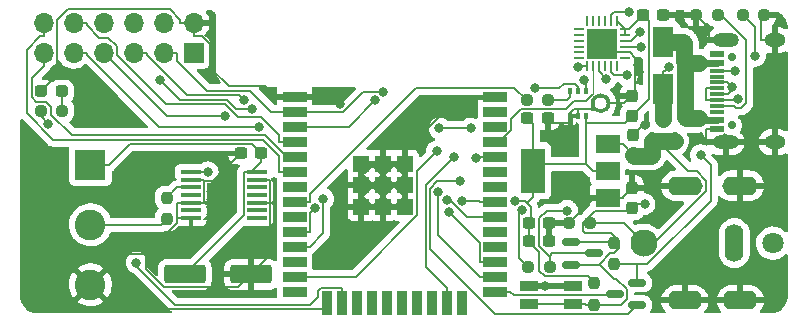
<source format=gbr>
%TF.GenerationSoftware,KiCad,Pcbnew,(6.0.0-0)*%
%TF.CreationDate,2022-01-26T18:23:46+01:00*%
%TF.ProjectId,GlowCoreMini,476c6f77-436f-4726-954d-696e692e6b69,rev?*%
%TF.SameCoordinates,Original*%
%TF.FileFunction,Copper,L1,Top*%
%TF.FilePolarity,Positive*%
%FSLAX46Y46*%
G04 Gerber Fmt 4.6, Leading zero omitted, Abs format (unit mm)*
G04 Created by KiCad (PCBNEW (6.0.0-0)) date 2022-01-26 18:23:46*
%MOMM*%
%LPD*%
G01*
G04 APERTURE LIST*
G04 Aperture macros list*
%AMRoundRect*
0 Rectangle with rounded corners*
0 $1 Rounding radius*
0 $2 $3 $4 $5 $6 $7 $8 $9 X,Y pos of 4 corners*
0 Add a 4 corners polygon primitive as box body*
4,1,4,$2,$3,$4,$5,$6,$7,$8,$9,$2,$3,0*
0 Add four circle primitives for the rounded corners*
1,1,$1+$1,$2,$3*
1,1,$1+$1,$4,$5*
1,1,$1+$1,$6,$7*
1,1,$1+$1,$8,$9*
0 Add four rect primitives between the rounded corners*
20,1,$1+$1,$2,$3,$4,$5,0*
20,1,$1+$1,$4,$5,$6,$7,0*
20,1,$1+$1,$6,$7,$8,$9,0*
20,1,$1+$1,$8,$9,$2,$3,0*%
G04 Aperture macros list end*
%TA.AperFunction,EtchedComponent*%
%ADD10C,0.300000*%
%TD*%
%TA.AperFunction,SMDPad,CuDef*%
%ADD11R,1.500000X0.900000*%
%TD*%
%TA.AperFunction,SMDPad,CuDef*%
%ADD12RoundRect,0.237500X0.250000X0.237500X-0.250000X0.237500X-0.250000X-0.237500X0.250000X-0.237500X0*%
%TD*%
%TA.AperFunction,SMDPad,CuDef*%
%ADD13RoundRect,0.237500X-0.237500X0.300000X-0.237500X-0.300000X0.237500X-0.300000X0.237500X0.300000X0*%
%TD*%
%TA.AperFunction,SMDPad,CuDef*%
%ADD14RoundRect,0.237500X-0.300000X-0.237500X0.300000X-0.237500X0.300000X0.237500X-0.300000X0.237500X0*%
%TD*%
%TA.AperFunction,SMDPad,CuDef*%
%ADD15RoundRect,0.062500X0.350000X0.062500X-0.350000X0.062500X-0.350000X-0.062500X0.350000X-0.062500X0*%
%TD*%
%TA.AperFunction,SMDPad,CuDef*%
%ADD16RoundRect,0.062500X0.062500X0.350000X-0.062500X0.350000X-0.062500X-0.350000X0.062500X-0.350000X0*%
%TD*%
%TA.AperFunction,SMDPad,CuDef*%
%ADD17R,2.600000X2.600000*%
%TD*%
%TA.AperFunction,SMDPad,CuDef*%
%ADD18RoundRect,0.237500X-0.237500X0.250000X-0.237500X-0.250000X0.237500X-0.250000X0.237500X0.250000X0*%
%TD*%
%TA.AperFunction,SMDPad,CuDef*%
%ADD19R,1.676400X0.355600*%
%TD*%
%TA.AperFunction,SMDPad,CuDef*%
%ADD20RoundRect,0.150000X0.587500X0.150000X-0.587500X0.150000X-0.587500X-0.150000X0.587500X-0.150000X0*%
%TD*%
%TA.AperFunction,SMDPad,CuDef*%
%ADD21R,2.000000X1.500000*%
%TD*%
%TA.AperFunction,SMDPad,CuDef*%
%ADD22R,2.000000X3.800000*%
%TD*%
%TA.AperFunction,ComponentPad*%
%ADD23C,0.700000*%
%TD*%
%TA.AperFunction,SMDPad,CuDef*%
%ADD24R,1.300000X0.600000*%
%TD*%
%TA.AperFunction,SMDPad,CuDef*%
%ADD25R,1.300000X0.300000*%
%TD*%
%TA.AperFunction,ComponentPad*%
%ADD26O,2.200000X1.200000*%
%TD*%
%TA.AperFunction,ComponentPad*%
%ADD27O,1.800000X1.200000*%
%TD*%
%TA.AperFunction,SMDPad,CuDef*%
%ADD28RoundRect,0.237500X0.237500X-0.250000X0.237500X0.250000X-0.237500X0.250000X-0.237500X-0.250000X0*%
%TD*%
%TA.AperFunction,ComponentPad*%
%ADD29C,1.800000*%
%TD*%
%TA.AperFunction,ComponentPad*%
%ADD30O,3.000000X1.600000*%
%TD*%
%TA.AperFunction,ComponentPad*%
%ADD31O,1.600000X3.200000*%
%TD*%
%TA.AperFunction,ComponentPad*%
%ADD32C,2.300000*%
%TD*%
%TA.AperFunction,SMDPad,CuDef*%
%ADD33R,0.400000X0.600000*%
%TD*%
%TA.AperFunction,SMDPad,CuDef*%
%ADD34R,0.100000X0.100000*%
%TD*%
%TA.AperFunction,SMDPad,CuDef*%
%ADD35RoundRect,0.237500X-0.287500X-0.237500X0.287500X-0.237500X0.287500X0.237500X-0.287500X0.237500X0*%
%TD*%
%TA.AperFunction,ComponentPad*%
%ADD36R,1.700000X1.700000*%
%TD*%
%TA.AperFunction,ComponentPad*%
%ADD37O,1.700000X1.700000*%
%TD*%
%TA.AperFunction,SMDPad,CuDef*%
%ADD38RoundRect,0.150000X0.150000X-0.587500X0.150000X0.587500X-0.150000X0.587500X-0.150000X-0.587500X0*%
%TD*%
%TA.AperFunction,SMDPad,CuDef*%
%ADD39RoundRect,0.237500X-0.250000X-0.237500X0.250000X-0.237500X0.250000X0.237500X-0.250000X0.237500X0*%
%TD*%
%TA.AperFunction,SMDPad,CuDef*%
%ADD40RoundRect,0.237500X0.300000X0.237500X-0.300000X0.237500X-0.300000X-0.237500X0.300000X-0.237500X0*%
%TD*%
%TA.AperFunction,SMDPad,CuDef*%
%ADD41RoundRect,0.250000X-1.500000X-0.550000X1.500000X-0.550000X1.500000X0.550000X-1.500000X0.550000X0*%
%TD*%
%TA.AperFunction,ComponentPad*%
%ADD42R,2.600000X2.600000*%
%TD*%
%TA.AperFunction,ComponentPad*%
%ADD43C,2.600000*%
%TD*%
%TA.AperFunction,SMDPad,CuDef*%
%ADD44R,1.800000X2.500000*%
%TD*%
%TA.AperFunction,SMDPad,CuDef*%
%ADD45R,2.000000X0.900000*%
%TD*%
%TA.AperFunction,SMDPad,CuDef*%
%ADD46R,0.900000X2.000000*%
%TD*%
%TA.AperFunction,SMDPad,CuDef*%
%ADD47R,1.330000X1.330000*%
%TD*%
%TA.AperFunction,ComponentPad*%
%ADD48C,0.300000*%
%TD*%
%TA.AperFunction,SMDPad,CuDef*%
%ADD49RoundRect,0.150000X-0.587500X-0.150000X0.587500X-0.150000X0.587500X0.150000X-0.587500X0.150000X0*%
%TD*%
%TA.AperFunction,ViaPad*%
%ADD50C,0.800000*%
%TD*%
%TA.AperFunction,Conductor*%
%ADD51C,0.160000*%
%TD*%
%TA.AperFunction,Conductor*%
%ADD52C,1.400000*%
%TD*%
%TA.AperFunction,Conductor*%
%ADD53C,0.120000*%
%TD*%
%TA.AperFunction,Conductor*%
%ADD54C,0.150000*%
%TD*%
%TA.AperFunction,Conductor*%
%ADD55C,0.500000*%
%TD*%
%TA.AperFunction,Conductor*%
%ADD56C,0.600000*%
%TD*%
G04 APERTURE END LIST*
D10*
%TO.C,MK1*%
X157404000Y-91821000D02*
G75*
G03*
X157404000Y-91821000I-675000J0D01*
G01*
%TD*%
D11*
%TO.P,SW1,1,1*%
%TO.N,GND*%
X154427000Y-107327000D03*
X150627000Y-107327000D03*
%TO.P,SW1,2,2*%
%TO.N,RESET*%
X150627000Y-108827000D03*
X154427000Y-108827000D03*
%TD*%
D12*
%TO.P,R9,1*%
%TO.N,GND*%
X170584500Y-84328000D03*
%TO.P,R9,2*%
%TO.N,USB-C CC2*%
X168759500Y-84328000D03*
%TD*%
D13*
%TO.P,C9,1*%
%TO.N,GND*%
X159385000Y-98959500D03*
%TO.P,C9,2*%
%TO.N,RESET*%
X159385000Y-100684500D03*
%TD*%
D14*
%TO.P,C5,1*%
%TO.N,+3V3*%
X150648500Y-101981000D03*
%TO.P,C5,2*%
%TO.N,GND*%
X152373500Y-101981000D03*
%TD*%
%TO.P,C1,1*%
%TO.N,GND*%
X126264500Y-96012000D03*
%TO.P,C1,2*%
%TO.N,+5V*%
X127989500Y-96012000D03*
%TD*%
D15*
%TO.P,U4,1,~{RI}*%
%TO.N,unconnected-(U4-Pad1)*%
X158782500Y-88017500D03*
%TO.P,U4,2,GND*%
%TO.N,GND*%
X158782500Y-87517500D03*
%TO.P,U4,3,D+*%
%TO.N,USB-C DATA+*%
X158782500Y-87017500D03*
%TO.P,U4,4,D-*%
%TO.N,USB-C DATA-*%
X158782500Y-86517500D03*
%TO.P,U4,5,VIO*%
%TO.N,+3V3*%
X158782500Y-86017500D03*
%TO.P,U4,6,VDD*%
X158782500Y-85517500D03*
D16*
%TO.P,U4,7,REGIN*%
X158095000Y-84830000D03*
%TO.P,U4,8,VBUS*%
%TO.N,USB-C VBUS*%
X157595000Y-84830000D03*
%TO.P,U4,9,~{RST}*%
%TO.N,unconnected-(U4-Pad9)*%
X157095000Y-84830000D03*
%TO.P,U4,10,NC*%
%TO.N,unconnected-(U4-Pad10)*%
X156595000Y-84830000D03*
%TO.P,U4,11,GPIO.3*%
%TO.N,unconnected-(U4-Pad11)*%
X156095000Y-84830000D03*
%TO.P,U4,12,RS485/GPIO.2*%
%TO.N,unconnected-(U4-Pad12)*%
X155595000Y-84830000D03*
D15*
%TO.P,U4,13,RXT/GPIO.1*%
%TO.N,unconnected-(U4-Pad13)*%
X154907500Y-85517500D03*
%TO.P,U4,14,TXT/GPIO.0*%
%TO.N,unconnected-(U4-Pad14)*%
X154907500Y-86017500D03*
%TO.P,U4,15,~{SUSPEND}*%
%TO.N,unconnected-(U4-Pad15)*%
X154907500Y-86517500D03*
%TO.P,U4,16,VPP*%
%TO.N,unconnected-(U4-Pad16)*%
X154907500Y-87017500D03*
%TO.P,U4,17,SUSPEND*%
%TO.N,unconnected-(U4-Pad17)*%
X154907500Y-87517500D03*
%TO.P,U4,18,~{CTS}*%
%TO.N,unconnected-(U4-Pad18)*%
X154907500Y-88017500D03*
D16*
%TO.P,U4,19,~{RTS}*%
%TO.N,RTS*%
X155595000Y-88705000D03*
%TO.P,U4,20,RXD*%
%TO.N,TXD0*%
X156095000Y-88705000D03*
%TO.P,U4,21,TXD*%
%TO.N,RXD0*%
X156595000Y-88705000D03*
%TO.P,U4,22,~{DSR}*%
%TO.N,unconnected-(U4-Pad22)*%
X157095000Y-88705000D03*
%TO.P,U4,23,~{DTR}*%
%TO.N,DTR*%
X157595000Y-88705000D03*
%TO.P,U4,24,~{DCD}*%
%TO.N,unconnected-(U4-Pad24)*%
X158095000Y-88705000D03*
D17*
%TO.P,U4,25,GND*%
%TO.N,GND*%
X156845000Y-86767500D03*
%TD*%
D18*
%TO.P,R1,1*%
%TO.N,Net-(R1-Pad1)*%
X120015000Y-99798500D03*
%TO.P,R1,2*%
%TO.N,Net-(J4-Pad2)*%
X120015000Y-101623500D03*
%TD*%
D13*
%TO.P,C3,1*%
%TO.N,GND*%
X159512000Y-94488000D03*
%TO.P,C3,2*%
%TO.N,+5V*%
X159512000Y-96213000D03*
%TD*%
D19*
%TO.P,U1,1,1A*%
%TO.N,IO16{slash}LED1*%
X122021600Y-97644499D03*
%TO.P,U1,2,1B*%
%TO.N,GND*%
X122021600Y-98294500D03*
%TO.P,U1,3,1Y*%
%TO.N,Net-(R1-Pad1)*%
X122021600Y-98944501D03*
%TO.P,U1,4,2A*%
%TO.N,unconnected-(U1-Pad4)*%
X122021600Y-99594500D03*
%TO.P,U1,5,2B*%
%TO.N,GND*%
X122021600Y-100244499D03*
%TO.P,U1,6,2Y*%
%TO.N,unconnected-(U1-Pad6)*%
X122021600Y-100894500D03*
%TO.P,U1,7,GND*%
%TO.N,GND*%
X122021600Y-101544499D03*
%TO.P,U1,8,3Y*%
%TO.N,unconnected-(U1-Pad8)*%
X127660400Y-101544501D03*
%TO.P,U1,9,3A*%
%TO.N,unconnected-(U1-Pad9)*%
X127660400Y-100894500D03*
%TO.P,U1,10,3B*%
%TO.N,GND*%
X127660400Y-100244501D03*
%TO.P,U1,11,4Y*%
%TO.N,unconnected-(U1-Pad11)*%
X127660400Y-99594500D03*
%TO.P,U1,12,4A*%
%TO.N,unconnected-(U1-Pad12)*%
X127660400Y-98944501D03*
%TO.P,U1,13,4B*%
%TO.N,GND*%
X127660400Y-98294500D03*
%TO.P,U1,14,VCC*%
%TO.N,+5V*%
X127660400Y-97644501D03*
%TD*%
D20*
%TO.P,Q2,1*%
%TO.N,Net-(Q2-Pad1)*%
X159814500Y-108900000D03*
%TO.P,Q2,2*%
%TO.N,DTR*%
X159814500Y-107000000D03*
%TO.P,Q2,3*%
%TO.N,IO0*%
X157939500Y-107950000D03*
%TD*%
D21*
%TO.P,U3,1,GND*%
%TO.N,GND*%
X157328000Y-99836000D03*
%TO.P,U3,2,Vout*%
%TO.N,+3V3*%
X157328000Y-97536000D03*
%TO.P,U3,3,Vin*%
%TO.N,+5V*%
X157328000Y-95236000D03*
D22*
%TO.P,U3,4,Vout*%
%TO.N,+3V3*%
X151028000Y-97536000D03*
%TD*%
D23*
%TO.P,USB1,*%
%TO.N,*%
X167817000Y-87915000D03*
X167817000Y-93695000D03*
D24*
%TO.P,USB1,A1B12,GND*%
%TO.N,GND*%
X166577000Y-94005000D03*
%TO.P,USB1,A4B9,VBUS*%
%TO.N,Net-(D1-Pad2)*%
X166577000Y-93205000D03*
D25*
%TO.P,USB1,A5,CC1*%
%TO.N,USB-C CC1*%
X166577000Y-92055000D03*
%TO.P,USB1,A6,DP1*%
%TO.N,USB-C DATA+*%
X166577000Y-91055000D03*
%TO.P,USB1,A7,DN1*%
%TO.N,USB-C DATA-*%
X166577000Y-90555000D03*
%TO.P,USB1,A8,SBU1*%
%TO.N,unconnected-(USB1-PadA8)*%
X166577000Y-89555000D03*
D24*
%TO.P,USB1,B1A12*%
%TO.N,N/C*%
X166577000Y-87605000D03*
%TO.P,USB1,B4A9,VBUS*%
%TO.N,Net-(D1-Pad2)*%
X166577000Y-88405000D03*
D25*
%TO.P,USB1,B5,CC2*%
%TO.N,USB-C CC2*%
X166577000Y-89055000D03*
%TO.P,USB1,B6,DP2*%
%TO.N,USB-C DATA+*%
X166577000Y-90055000D03*
%TO.P,USB1,B7,DN2*%
%TO.N,USB-C DATA-*%
X166577000Y-91555000D03*
%TO.P,USB1,B8,SBU2*%
%TO.N,unconnected-(USB1-PadB8)*%
X166577000Y-92555000D03*
D26*
%TO.P,USB1,SHELL,SHELL*%
%TO.N,GND*%
X167317000Y-86485000D03*
X167317000Y-95125000D03*
D27*
X171497000Y-86485000D03*
X171497000Y-95125000D03*
%TD*%
D28*
%TO.P,R6,1*%
%TO.N,DTR*%
X157861000Y-105433500D03*
%TO.P,R6,2*%
%TO.N,Net-(Q3-Pad1)*%
X157861000Y-103608500D03*
%TD*%
D29*
%TO.P,J2,*%
%TO.N,*%
X171315000Y-103662000D03*
D30*
%TO.P,J2,1*%
%TO.N,GND*%
X163865000Y-108512000D03*
X163865000Y-98812000D03*
X168565000Y-108512000D03*
X168565000Y-98812000D03*
D31*
%TO.P,J2,2*%
%TO.N,N/C*%
X168065000Y-103662000D03*
D32*
%TO.P,J2,3*%
%TO.N,+5V*%
X160365000Y-103662000D03*
%TD*%
D33*
%TO.P,MK1,1,LR*%
%TO.N,GND*%
X154154000Y-92896000D03*
%TO.P,MK1,2,CONFIG*%
X154804000Y-92896000D03*
%TO.P,MK1,3,VDD*%
%TO.N,+3V3*%
X155454000Y-92896000D03*
D34*
%TO.P,MK1,4,GND*%
%TO.N,GND*%
X157379000Y-91821000D03*
D33*
%TO.P,MK1,5,WS*%
%TO.N,IO15{slash}WS*%
X155454000Y-90746000D03*
%TO.P,MK1,6,SCK*%
%TO.N,IO14{slash}SCK*%
X154804000Y-90746000D03*
%TO.P,MK1,7,SD*%
%TO.N,Net-(MK1-Pad7)*%
X154154000Y-90746000D03*
%TD*%
D28*
%TO.P,R8,1*%
%TO.N,RESET*%
X156210000Y-108862500D03*
%TO.P,R8,2*%
%TO.N,+3V3*%
X156210000Y-107037500D03*
%TD*%
D14*
%TO.P,C6,1*%
%TO.N,+3V3*%
X160300500Y-84328000D03*
%TO.P,C6,2*%
%TO.N,GND*%
X162025500Y-84328000D03*
%TD*%
D35*
%TO.P,D2,1,K*%
%TO.N,GND*%
X109361000Y-90805000D03*
%TO.P,D2,2,A*%
%TO.N,Net-(D2-Pad2)*%
X111111000Y-90805000D03*
%TD*%
D36*
%TO.P,J3,1,Pin_1*%
%TO.N,+5V*%
X122276000Y-87523000D03*
D37*
%TO.P,J3,2,Pin_2*%
%TO.N,GND*%
X122276000Y-84983000D03*
%TO.P,J3,3,Pin_3*%
%TO.N,+3V3*%
X119736000Y-87523000D03*
%TO.P,J3,4,Pin_4*%
%TO.N,IO26{slash}A0{slash}DAC2*%
X119736000Y-84983000D03*
%TO.P,J3,5,Pin_5*%
%TO.N,IO25{slash}A1{slash}DAC1*%
X117196000Y-87523000D03*
%TO.P,J3,6,Pin_6*%
%TO.N,IO13*%
X117196000Y-84983000D03*
%TO.P,J3,7,Pin_7*%
%TO.N,IO19{slash}MISO*%
X114656000Y-87523000D03*
%TO.P,J3,8,Pin_8*%
%TO.N,IO18{slash}MOSI*%
X114656000Y-84983000D03*
%TO.P,J3,9,Pin_9*%
%TO.N,IO4{slash}A5*%
X112116000Y-87523000D03*
%TO.P,J3,10,Pin_10*%
%TO.N,IO36{slash}A4{slash}SENSOR_VP*%
X112116000Y-84983000D03*
%TO.P,J3,11,Pin_11*%
%TO.N,I39{slash}A3{slash}SENSOR_VN*%
X109576000Y-87523000D03*
%TO.P,J3,12,Pin_12*%
%TO.N,I34{slash}A2*%
X109576000Y-84983000D03*
%TD*%
D38*
%TO.P,Q1,1,G*%
%TO.N,+5V*%
X161102000Y-95044500D03*
%TO.P,Q1,2,S*%
X163002000Y-95044500D03*
%TO.P,Q1,3,D*%
%TO.N,USB-C VBUS*%
X162052000Y-93169500D03*
%TD*%
D39*
%TO.P,R4,1*%
%TO.N,IO32{slash}SD*%
X150471500Y-91567000D03*
%TO.P,R4,2*%
%TO.N,Net-(MK1-Pad7)*%
X152296500Y-91567000D03*
%TD*%
D14*
%TO.P,C8,1*%
%TO.N,+3V3*%
X150521500Y-93091000D03*
%TO.P,C8,2*%
%TO.N,GND*%
X152246500Y-93091000D03*
%TD*%
D40*
%TO.P,C4,1*%
%TO.N,GND*%
X152400000Y-103505000D03*
%TO.P,C4,2*%
%TO.N,+3V3*%
X150675000Y-103505000D03*
%TD*%
D39*
%TO.P,R3,1*%
%TO.N,GND*%
X164822500Y-84328000D03*
%TO.P,R3,2*%
%TO.N,USB-C CC1*%
X166647500Y-84328000D03*
%TD*%
D12*
%TO.P,R5,1*%
%TO.N,RTS*%
X152423500Y-105664000D03*
%TO.P,R5,2*%
%TO.N,Net-(Q2-Pad1)*%
X150598500Y-105664000D03*
%TD*%
D41*
%TO.P,C2,1*%
%TO.N,+5V*%
X121533000Y-106299000D03*
%TO.P,C2,2*%
%TO.N,GND*%
X127133000Y-106299000D03*
%TD*%
D42*
%TO.P,J4,1,Pin_1*%
%TO.N,+5V*%
X113538000Y-97028000D03*
D43*
%TO.P,J4,2,Pin_2*%
%TO.N,Net-(J4-Pad2)*%
X113538000Y-102108000D03*
%TO.P,J4,3,Pin_3*%
%TO.N,GND*%
X113538000Y-107188000D03*
%TD*%
D44*
%TO.P,D1,1,K*%
%TO.N,USB-C VBUS*%
X162052000Y-90614000D03*
%TO.P,D1,2,A*%
%TO.N,Net-(D1-Pad2)*%
X162052000Y-86614000D03*
%TD*%
D45*
%TO.P,U2,1,GND*%
%TO.N,GND*%
X130819000Y-91260000D03*
%TO.P,U2,2,3V3*%
%TO.N,+3V3*%
X130819000Y-92530000D03*
%TO.P,U2,3,EN*%
%TO.N,RESET*%
X130819000Y-93800000D03*
%TO.P,U2,4,SENSOR_VP*%
%TO.N,IO36{slash}A4{slash}SENSOR_VP*%
X130819000Y-95070000D03*
%TO.P,U2,5,SENSOR_VN*%
%TO.N,I39{slash}A3{slash}SENSOR_VN*%
X130819000Y-96340000D03*
%TO.P,U2,6,IO34*%
%TO.N,I34{slash}A2*%
X130819000Y-97610000D03*
%TO.P,U2,7,IO35*%
%TO.N,IO35*%
X130819000Y-98880000D03*
%TO.P,U2,8,IO32*%
%TO.N,IO32{slash}SD*%
X130819000Y-100150000D03*
%TO.P,U2,9,IO33*%
%TO.N,IO33*%
X130819000Y-101420000D03*
%TO.P,U2,10,IO25*%
%TO.N,IO25{slash}A1{slash}DAC1*%
X130819000Y-102690000D03*
%TO.P,U2,11,IO26*%
%TO.N,IO26{slash}A0{slash}DAC2*%
X130819000Y-103960000D03*
%TO.P,U2,12,IO27*%
%TO.N,IO27*%
X130819000Y-105230000D03*
%TO.P,U2,13,IO14*%
%TO.N,IO14{slash}SCK*%
X130819000Y-106500000D03*
%TO.P,U2,14,IO12*%
%TO.N,IO12*%
X130819000Y-107770000D03*
D46*
%TO.P,U2,15,GND*%
%TO.N,GND*%
X133604000Y-108770000D03*
%TO.P,U2,16,IO13*%
%TO.N,IO13*%
X134874000Y-108770000D03*
%TO.P,U2,17,NC*%
%TO.N,unconnected-(U2-Pad17)*%
X136144000Y-108770000D03*
%TO.P,U2,18,NC*%
%TO.N,unconnected-(U2-Pad18)*%
X137414000Y-108770000D03*
%TO.P,U2,19,NC*%
%TO.N,unconnected-(U2-Pad19)*%
X138684000Y-108770000D03*
%TO.P,U2,20,NC*%
%TO.N,unconnected-(U2-Pad20)*%
X139954000Y-108770000D03*
%TO.P,U2,21,NC*%
%TO.N,unconnected-(U2-Pad21)*%
X141224000Y-108770000D03*
%TO.P,U2,22,NC*%
%TO.N,unconnected-(U2-Pad22)*%
X142494000Y-108770000D03*
%TO.P,U2,23,IO15*%
%TO.N,IO15{slash}WS*%
X143764000Y-108770000D03*
%TO.P,U2,24,IO2*%
%TO.N,IO2*%
X145034000Y-108770000D03*
D45*
%TO.P,U2,25,IO0*%
%TO.N,IO0*%
X147819000Y-107770000D03*
%TO.P,U2,26,IO4*%
%TO.N,IO4{slash}A5*%
X147819000Y-106500000D03*
%TO.P,U2,27,IO16*%
%TO.N,IO16{slash}LED1*%
X147819000Y-105230000D03*
%TO.P,U2,28,IO17*%
%TO.N,IO17*%
X147819000Y-103960000D03*
%TO.P,U2,29,IO5*%
%TO.N,IO5*%
X147819000Y-102690000D03*
%TO.P,U2,30,IO18*%
%TO.N,IO18{slash}MOSI*%
X147819000Y-101420000D03*
%TO.P,U2,31,IO19*%
%TO.N,IO19{slash}MISO*%
X147819000Y-100150000D03*
%TO.P,U2,32,NC1*%
%TO.N,unconnected-(U2-Pad32)*%
X147819000Y-98880000D03*
%TO.P,U2,33,IO21*%
%TO.N,IO21*%
X147819000Y-97610000D03*
%TO.P,U2,34,RXD0*%
%TO.N,RXD0*%
X147819000Y-96340000D03*
%TO.P,U2,35,TXD0*%
%TO.N,TXD0*%
X147819000Y-95070000D03*
%TO.P,U2,36,IO22*%
%TO.N,IO22*%
X147819000Y-93800000D03*
%TO.P,U2,37,IO23*%
%TO.N,IO23*%
X147819000Y-92530000D03*
%TO.P,U2,38,GND*%
%TO.N,GND*%
X147819000Y-91260000D03*
D47*
%TO.P,U2,39_1,GND*%
X136484000Y-96925000D03*
%TO.P,U2,39_2,GND*%
X138319000Y-96925000D03*
%TO.P,U2,39_3,GND*%
X140154000Y-96925000D03*
%TO.P,U2,39_4,GND*%
X136484000Y-98760000D03*
%TO.P,U2,39_5,GND*%
X138319000Y-98760000D03*
%TO.P,U2,39_6,GND*%
X140154000Y-98760000D03*
%TO.P,U2,39_7,GND*%
X136484000Y-100595000D03*
%TO.P,U2,39_8,GND*%
X138319000Y-100595000D03*
%TO.P,U2,39_9,GND*%
X140154000Y-100595000D03*
D48*
%TO.P,U2,39_10,GND*%
X137401500Y-96925000D03*
%TO.P,U2,39_11,GND*%
X139236500Y-96925000D03*
%TO.P,U2,39_12,GND*%
X136484000Y-97842500D03*
%TO.P,U2,39_13,GND*%
X138319000Y-97842500D03*
%TO.P,U2,39_14,GND*%
X140154000Y-97842500D03*
%TO.P,U2,39_15,GND*%
X137401500Y-98760000D03*
%TO.P,U2,39_16,GND*%
X139236500Y-98760000D03*
%TO.P,U2,39_17,GND*%
X136484000Y-99677500D03*
%TO.P,U2,39_18,GND*%
X138319000Y-99677500D03*
%TO.P,U2,39_19,GND*%
X140154000Y-99677500D03*
%TO.P,U2,39_20,GND*%
X137401500Y-100595000D03*
%TO.P,U2,39_21,GND*%
X139236500Y-100595000D03*
%TD*%
D13*
%TO.P,C7,1*%
%TO.N,GND*%
X159385000Y-91186000D03*
%TO.P,C7,2*%
%TO.N,+3V3*%
X159385000Y-92911000D03*
%TD*%
D39*
%TO.P,R7,1*%
%TO.N,Net-(R7-Pad1)*%
X109323500Y-92456000D03*
%TO.P,R7,2*%
%TO.N,Net-(D2-Pad2)*%
X111148500Y-92456000D03*
%TD*%
D12*
%TO.P,R2,1*%
%TO.N,+5V*%
X155852500Y-101981000D03*
%TO.P,R2,2*%
%TO.N,GND*%
X154027500Y-101981000D03*
%TD*%
D49*
%TO.P,Q3,1*%
%TO.N,Net-(Q3-Pad1)*%
X154256500Y-103571000D03*
%TO.P,Q3,2*%
%TO.N,RESET*%
X154256500Y-105471000D03*
%TO.P,Q3,3*%
%TO.N,RTS*%
X156131500Y-104521000D03*
%TD*%
D50*
%TO.N,GND*%
X110707200Y-89458800D03*
X151999000Y-107327000D03*
X160465100Y-93683900D03*
X160005500Y-89173800D03*
X134624400Y-91885100D03*
%TO.N,+3V3*%
X138275900Y-90823400D03*
X149445500Y-100117900D03*
%TO.N,RESET*%
X160463800Y-100356300D03*
X137613700Y-91581500D03*
%TO.N,USB-C VBUS*%
X162520800Y-88759100D03*
X159129000Y-84094100D03*
%TO.N,USB-C DATA+*%
X160186900Y-87017500D03*
X167867600Y-90475000D03*
%TO.N,USB-C DATA-*%
X160087200Y-85764700D03*
X168391800Y-91492200D03*
%TO.N,IO15{slash}WS*%
X155324800Y-89834800D03*
X144335400Y-96343700D03*
%TO.N,IO14{slash}SCK*%
X142879800Y-95853500D03*
X151137600Y-90559500D03*
%TO.N,DTR*%
X158996700Y-89442900D03*
X165205600Y-96205700D03*
%TO.N,RTS*%
X143089800Y-93949600D03*
X153895000Y-100904300D03*
X154807800Y-88746800D03*
X145742800Y-93949600D03*
%TO.N,IO13*%
X117430200Y-105300300D03*
%TO.N,IO25{slash}A1{slash}DAC1*%
X126551500Y-91572200D03*
X132558900Y-100658700D03*
%TO.N,IO26{slash}A0{slash}DAC2*%
X119435200Y-89840900D03*
X133250000Y-99905500D03*
X127236900Y-92304700D03*
%TO.N,IO4{slash}A5*%
X142982800Y-99329500D03*
X127787300Y-93830700D03*
%TO.N,IO16{slash}LED1*%
X123471600Y-97644500D03*
X143888900Y-101039200D03*
%TO.N,RXD0*%
X157207200Y-89731100D03*
X146207200Y-96432900D03*
%TO.N,IO19{slash}MISO*%
X124898100Y-92877500D03*
X145016900Y-100093100D03*
%TO.N,IO18{slash}MOSI*%
X143690200Y-100036900D03*
%TO.N,USB-C CC2*%
X169823100Y-87816500D03*
X168076500Y-89055000D03*
%TO.N,Net-(Q2-Pad1)*%
X144843200Y-98436100D03*
X150117500Y-100887500D03*
%TO.N,Net-(R7-Pad1)*%
X109953600Y-93534100D03*
%TD*%
D51*
%TO.N,GND*%
X127133000Y-106299000D02*
X126026400Y-107405600D01*
X138319000Y-100595000D02*
X137401500Y-100595000D01*
X170584500Y-84328000D02*
X170316700Y-84595800D01*
X157008000Y-92357200D02*
X156035300Y-92357200D01*
X165936700Y-85442200D02*
X164822500Y-84328000D01*
X144782400Y-91260000D02*
X147819000Y-91260000D01*
X170316700Y-84595800D02*
X170316700Y-86485000D01*
X139236500Y-98760000D02*
X138319000Y-98760000D01*
X154154000Y-92896000D02*
X154154000Y-93476300D01*
X140154000Y-100595000D02*
X139236500Y-100595000D01*
X128342900Y-90388700D02*
X125226100Y-90388700D01*
X157544200Y-91821000D02*
X157008000Y-92357200D01*
X158782500Y-87517500D02*
X159229900Y-87517500D01*
X158750000Y-91821000D02*
X159385000Y-91186000D01*
X157709300Y-91821000D02*
X158750000Y-91821000D01*
X122021600Y-101544500D02*
X120903100Y-101544500D01*
X167317000Y-86485000D02*
X165936700Y-86485000D01*
X157328000Y-99836000D02*
X156047700Y-99836000D01*
X128219700Y-98294500D02*
X128644600Y-98294500D01*
X130819000Y-91260000D02*
X133999300Y-91260000D01*
X138319000Y-96925000D02*
X138319000Y-97842500D01*
X123043900Y-98294500D02*
X123140100Y-98390700D01*
X152400000Y-103505000D02*
X152400000Y-102007500D01*
X157379000Y-91821000D02*
X157544200Y-91821000D01*
X159532500Y-98812000D02*
X159385000Y-98959500D01*
X165646700Y-94835000D02*
X165646700Y-94005000D01*
X122021600Y-100244500D02*
X123140100Y-100244500D01*
X154444100Y-92315700D02*
X154804000Y-92315700D01*
X139236500Y-100595000D02*
X138319000Y-100595000D01*
X156035300Y-92357200D02*
X155993800Y-92315700D01*
X122276000Y-84983000D02*
X122276000Y-86113300D01*
X151999000Y-107327000D02*
X154427000Y-107327000D01*
X165936700Y-95125000D02*
X165646700Y-94835000D01*
X137401500Y-98760000D02*
X136484000Y-98760000D01*
X120903100Y-101544500D02*
X120903100Y-100244500D01*
X152400000Y-102007500D02*
X152373500Y-101981000D01*
X126026400Y-107405600D02*
X119770000Y-107405600D01*
X120245300Y-83848400D02*
X121145700Y-84748800D01*
X116112700Y-104613300D02*
X118246500Y-104613300D01*
X122276000Y-84983000D02*
X121145700Y-84983000D01*
X122021600Y-100244500D02*
X120903100Y-100244500D01*
X154027500Y-101981000D02*
X156047700Y-99960800D01*
X163865000Y-98812000D02*
X159532500Y-98812000D01*
X118246500Y-104613300D02*
X120903100Y-101956700D01*
X171497000Y-86485000D02*
X170316700Y-86485000D01*
X123140100Y-98390700D02*
X123140100Y-100244500D01*
X128778900Y-100244500D02*
X128778900Y-104653100D01*
X130178900Y-91260000D02*
X130819000Y-91260000D01*
X159677100Y-90893900D02*
X159385000Y-91186000D01*
X140154000Y-98760000D02*
X139236500Y-98760000D01*
X155993800Y-92315700D02*
X154804000Y-92315700D01*
X123885800Y-98390700D02*
X126264500Y-96012000D01*
X152373500Y-101981000D02*
X154027500Y-101981000D01*
X165936700Y-86485000D02*
X165936700Y-85442200D01*
X129214200Y-91260000D02*
X128342900Y-90388700D01*
X158608300Y-99836000D02*
X158608300Y-99736200D01*
X129858800Y-91260000D02*
X129214200Y-91260000D01*
X115590300Y-109240300D02*
X133133700Y-109240300D01*
X113538000Y-107188000D02*
X115590300Y-109240300D01*
X140154000Y-96925000D02*
X139236500Y-96925000D01*
X119770000Y-107405600D02*
X118246500Y-105882100D01*
X159677100Y-89173800D02*
X159677100Y-90893900D01*
X128644600Y-98294500D02*
X128778900Y-98294500D01*
X133999300Y-91260000D02*
X134624400Y-91885100D01*
X152246500Y-93091000D02*
X152631800Y-93476300D01*
X140154000Y-96925000D02*
X140154000Y-95888400D01*
X118246500Y-105882100D02*
X118246500Y-104613300D01*
X123685600Y-86806300D02*
X122992600Y-86113300D01*
X152631800Y-93476300D02*
X154154000Y-93476300D01*
X157544200Y-91821000D02*
X157709300Y-91821000D01*
X158608300Y-99736200D02*
X159385000Y-98959500D01*
X138319000Y-98760000D02*
X137401500Y-98760000D01*
X110707200Y-89458900D02*
X110707200Y-89458800D01*
X127660400Y-98294500D02*
X128219700Y-98294500D01*
X157328000Y-99836000D02*
X158608300Y-99836000D01*
X128778900Y-98294500D02*
X128778900Y-100244500D01*
X125226100Y-90388700D02*
X123685600Y-88848200D01*
X162025500Y-84328000D02*
X164822500Y-84328000D01*
X136484000Y-96925000D02*
X137401500Y-96925000D01*
X111649400Y-83848400D02*
X120245300Y-83848400D01*
X156047700Y-99960800D02*
X156047700Y-99836000D01*
X109361000Y-90805000D02*
X110707100Y-89458900D01*
X110707200Y-84790600D02*
X111649400Y-83848400D01*
X159229900Y-87517500D02*
X159677100Y-87964700D01*
X139236500Y-96925000D02*
X138319000Y-96925000D01*
X122992600Y-86113300D02*
X122276000Y-86113300D01*
X123140100Y-98390700D02*
X123885800Y-98390700D01*
X120903100Y-101956700D02*
X120903100Y-101544500D01*
X140154000Y-96925000D02*
X140154000Y-97842500D01*
X160316100Y-93683900D02*
X160465100Y-93683900D01*
X156845000Y-86767500D02*
X157595000Y-87517500D01*
X133133700Y-109240300D02*
X133604000Y-108770000D01*
X166577000Y-94005000D02*
X165646700Y-94005000D01*
X137401500Y-100595000D02*
X136484000Y-100595000D01*
X159677100Y-89173800D02*
X160005500Y-89173800D01*
X140154000Y-95888400D02*
X144782400Y-91260000D01*
X167317000Y-95125000D02*
X165936700Y-95125000D01*
X123005000Y-98294500D02*
X123043900Y-98294500D01*
X110707100Y-89458900D02*
X110707200Y-89458900D01*
X154154000Y-92605800D02*
X154444100Y-92315700D01*
X123685600Y-88848200D02*
X123685600Y-86806300D01*
X154804000Y-92896000D02*
X154804000Y-92315700D01*
X157595000Y-87517500D02*
X158782500Y-87517500D01*
X128778900Y-104653100D02*
X127133000Y-106299000D01*
X122021600Y-98294500D02*
X123005000Y-98294500D01*
X136484000Y-97842500D02*
X136484000Y-98760000D01*
X121145700Y-84748800D02*
X121145700Y-84983000D01*
X150627000Y-107327000D02*
X151999000Y-107327000D01*
X154154000Y-92896000D02*
X154154000Y-92605800D01*
X130178900Y-91260000D02*
X129858800Y-91260000D01*
X113538000Y-107188000D02*
X116112700Y-104613300D01*
X159677100Y-87964700D02*
X159677100Y-89173800D01*
X110707200Y-89458800D02*
X110707200Y-84790600D01*
X127660400Y-100244500D02*
X128778900Y-100244500D01*
X159512000Y-94488000D02*
X160316100Y-93683900D01*
%TO.N,+5V*%
X165695800Y-98388600D02*
X165695800Y-99242900D01*
D52*
X161102000Y-96200000D02*
X161036000Y-96266000D01*
D51*
X127101200Y-97644500D02*
X127989500Y-96756200D01*
X162052000Y-95044500D02*
X162052000Y-95443900D01*
X164154400Y-97546300D02*
X164853500Y-97546300D01*
D52*
X163002000Y-95044500D02*
X162052000Y-95044500D01*
X159565000Y-96266000D02*
X159512000Y-96213000D01*
D51*
X115118300Y-97028000D02*
X116894600Y-95251700D01*
X113538000Y-97028000D02*
X115118300Y-97028000D01*
D52*
X162052000Y-95044500D02*
X161102000Y-95044500D01*
X161036000Y-96266000D02*
X159565000Y-96266000D01*
X161102000Y-95044500D02*
X161102000Y-96200000D01*
D51*
X158684000Y-101981000D02*
X155852500Y-101981000D01*
X158608300Y-95309300D02*
X158608300Y-95236000D01*
X164853500Y-97546300D02*
X165695800Y-98388600D01*
X165695800Y-99242900D02*
X161276700Y-103662000D01*
X127229200Y-95251700D02*
X127989500Y-96012000D01*
X161276700Y-103662000D02*
X160365000Y-103662000D01*
X116894600Y-95251700D02*
X127229200Y-95251700D01*
X121533000Y-106299000D02*
X126541900Y-101290100D01*
X157328000Y-95236000D02*
X158608300Y-95236000D01*
X127101200Y-97644500D02*
X126541900Y-97644500D01*
X159512000Y-96213000D02*
X158608300Y-95309300D01*
X126541900Y-101290100D02*
X126541900Y-97644500D01*
X162052000Y-95443900D02*
X164154400Y-97546300D01*
X127660400Y-97644500D02*
X127101200Y-97644500D01*
X127989500Y-96756200D02*
X127989500Y-96012000D01*
X160365000Y-103662000D02*
X158684000Y-101981000D01*
%TO.N,+3V3*%
X159111000Y-85517500D02*
X158782500Y-85517500D01*
X150347700Y-100117900D02*
X149445500Y-100117900D01*
X160867300Y-84894800D02*
X160300500Y-84328000D01*
X159385000Y-92911000D02*
X160867300Y-91428700D01*
X151028000Y-97536000D02*
X151028000Y-99716300D01*
X151028000Y-93597500D02*
X151028000Y-96990900D01*
X157328000Y-97536000D02*
X156047700Y-97536000D01*
X160300500Y-84328000D02*
X159111000Y-85517500D01*
X155502600Y-96990900D02*
X156047700Y-97536000D01*
X150817000Y-100587200D02*
X150487100Y-100257200D01*
X123380700Y-90754000D02*
X120866300Y-88239600D01*
X119736000Y-87523000D02*
X120866300Y-87523000D01*
X155626600Y-106454100D02*
X156210000Y-107037500D01*
X132134700Y-92565400D02*
X134906200Y-92565400D01*
X158782500Y-85517500D02*
X158782500Y-86017500D01*
X130819000Y-92530000D02*
X128847600Y-92530000D01*
X128847600Y-92530000D02*
X127071600Y-90754000D01*
X132099300Y-92530000D02*
X132134700Y-92565400D01*
X150675000Y-103505000D02*
X150648500Y-103478500D01*
X136648200Y-90823400D02*
X138275900Y-90823400D01*
X155454000Y-96990900D02*
X155502600Y-96990900D01*
X150648500Y-103478500D02*
X150648500Y-101981000D01*
X158095000Y-84830000D02*
X158782500Y-85517500D01*
X150675000Y-103560600D02*
X151554700Y-104440300D01*
X151983000Y-106454100D02*
X155626600Y-106454100D01*
X155454000Y-93476300D02*
X158819700Y-93476300D01*
X151554700Y-104440300D02*
X151554700Y-106025800D01*
X127071600Y-90754000D02*
X123380700Y-90754000D01*
X120866300Y-88239600D02*
X120866300Y-87523000D01*
X150487100Y-100257200D02*
X150347700Y-100117900D01*
X150675000Y-103505000D02*
X150675000Y-103560600D01*
X130819000Y-92530000D02*
X132099300Y-92530000D01*
X151028000Y-97536000D02*
X151028000Y-96990900D01*
X151028000Y-96990900D02*
X155454000Y-96990900D01*
X150817000Y-101812500D02*
X150817000Y-100587200D01*
X155454000Y-92896000D02*
X155454000Y-93476300D01*
X150487100Y-100257200D02*
X151028000Y-99716300D01*
X160867300Y-91428700D02*
X160867300Y-84894800D01*
X151554700Y-106025800D02*
X151983000Y-106454100D01*
X150648500Y-101981000D02*
X150817000Y-101812500D01*
X155454000Y-96990900D02*
X155454000Y-93476300D01*
X134906200Y-92565400D02*
X136648200Y-90823400D01*
X158819700Y-93476300D02*
X159385000Y-92911000D01*
X150521500Y-93091000D02*
X151028000Y-93597500D01*
%TO.N,RESET*%
X157515400Y-104521000D02*
X157859700Y-104521000D01*
X156647500Y-105471000D02*
X156647500Y-105388900D01*
X160463800Y-100356300D02*
X159713200Y-100356300D01*
X158035100Y-106658100D02*
X158960600Y-107583600D01*
X155238200Y-101936000D02*
X156242900Y-100931300D01*
X154427000Y-108827000D02*
X150627000Y-108827000D01*
X157859700Y-104521000D02*
X158300900Y-104079800D01*
X156647500Y-105471000D02*
X157834600Y-106658100D01*
X130819000Y-93800000D02*
X135395200Y-93800000D01*
X154427000Y-108827000D02*
X155457300Y-108827000D01*
X156210000Y-108862500D02*
X155492800Y-108862500D01*
X155492800Y-108862500D02*
X155457300Y-108827000D01*
X158464500Y-108862500D02*
X156210000Y-108862500D01*
X159138200Y-100931300D02*
X159385000Y-100684500D01*
X158960600Y-108366400D02*
X158464500Y-108862500D01*
X158960600Y-107583600D02*
X158960600Y-108366400D01*
X157834600Y-106658100D02*
X158035100Y-106658100D01*
X155238200Y-102592100D02*
X155238200Y-101936000D01*
X158300900Y-103465300D02*
X157639700Y-102804100D01*
X158300900Y-104079800D02*
X158300900Y-103465300D01*
X156647500Y-105388900D02*
X157515400Y-104521000D01*
X154256500Y-105471000D02*
X156647500Y-105471000D01*
X156242900Y-100931300D02*
X159138200Y-100931300D01*
X159713200Y-100356300D02*
X159385000Y-100684500D01*
X135395200Y-93800000D02*
X137613700Y-91581500D01*
X155450200Y-102804100D02*
X155238200Y-102592100D01*
X157639700Y-102804100D02*
X155450200Y-102804100D01*
%TO.N,Net-(D2-Pad2)*%
X111111000Y-92418500D02*
X111111000Y-90805000D01*
X111148500Y-92456000D02*
X111111000Y-92418500D01*
%TO.N,USB-C VBUS*%
X157595000Y-84830000D02*
X157595000Y-84379400D01*
X162196200Y-89083700D02*
X162520800Y-88759100D01*
D52*
X162052000Y-90614000D02*
X162052000Y-93169500D01*
D51*
X162052000Y-89083700D02*
X162196200Y-89083700D01*
X162052000Y-90614000D02*
X162052000Y-89083700D01*
X157595000Y-84379400D02*
X157880300Y-84094100D01*
X157880300Y-84094100D02*
X159129000Y-84094100D01*
%TO.N,USB-C DATA+*%
X166577000Y-91055000D02*
X167507300Y-91055000D01*
X167867600Y-90475000D02*
X167507300Y-90114700D01*
X166577000Y-90055000D02*
X167507300Y-90055000D01*
X167507300Y-91055000D02*
X167867600Y-90694700D01*
X167507300Y-90114700D02*
X167507300Y-90055000D01*
X158782500Y-87017500D02*
X160186900Y-87017500D01*
X167867600Y-90694700D02*
X167867600Y-90475000D01*
%TO.N,USB-C DATA-*%
X166202000Y-91555000D02*
X165646700Y-91555000D01*
X159334400Y-86517500D02*
X160087200Y-85764700D01*
X166202000Y-90555000D02*
X165646700Y-90555000D01*
X166577000Y-91555000D02*
X168329000Y-91555000D01*
X165646700Y-90555000D02*
X165646700Y-91555000D01*
X166202000Y-91555000D02*
X166577000Y-91555000D01*
X166202000Y-90555000D02*
X166577000Y-90555000D01*
X168329000Y-91555000D02*
X168391800Y-91492200D01*
X158782500Y-86517500D02*
X159334400Y-86517500D01*
%TO.N,IO15{slash}WS*%
X141942200Y-98736900D02*
X144335400Y-96343700D01*
X155454000Y-89964000D02*
X155324800Y-89834800D01*
X155454000Y-90746000D02*
X155454000Y-89964000D01*
X141942200Y-105667900D02*
X141942200Y-98736900D01*
X143764000Y-108770000D02*
X143764000Y-107489700D01*
X143764000Y-107489700D02*
X141942200Y-105667900D01*
%TO.N,IO14{slash}SCK*%
X154804000Y-90746000D02*
X154804000Y-90446600D01*
X153635200Y-90165600D02*
X153241300Y-90559500D01*
X153241300Y-90559500D02*
X151137600Y-90559500D01*
X141213100Y-101294100D02*
X141213100Y-97520200D01*
X136007200Y-106500000D02*
X141213100Y-101294100D01*
X154523000Y-90165600D02*
X153635200Y-90165600D01*
X130819000Y-106500000D02*
X136007200Y-106500000D01*
X141213100Y-97520200D02*
X142879800Y-95853500D01*
X154804000Y-90446600D02*
X154523000Y-90165600D01*
%TO.N,DTR*%
X157861000Y-105433500D02*
X159814500Y-105433500D01*
X157595000Y-89156800D02*
X157595000Y-88705000D01*
X166056200Y-97056300D02*
X165205600Y-96205700D01*
X157881100Y-89442900D02*
X157595000Y-89156800D01*
X158996700Y-89442900D02*
X157881100Y-89442900D01*
X159814500Y-105433500D02*
X160679400Y-105433500D01*
X159814500Y-105433500D02*
X159814500Y-107000000D01*
X160679400Y-105433500D02*
X166056200Y-100056700D01*
X166056200Y-100056700D02*
X166056200Y-97056300D01*
%TO.N,IO0*%
X157795800Y-108093700D02*
X157939500Y-107950000D01*
X149423000Y-108093700D02*
X157795800Y-108093700D01*
X149099300Y-107770000D02*
X149423000Y-108093700D01*
X147819000Y-107770000D02*
X149099300Y-107770000D01*
%TO.N,RTS*%
X151554700Y-101511800D02*
X152162200Y-100904300D01*
X152423500Y-104732100D02*
X152356000Y-104732100D01*
X152634600Y-104521000D02*
X152423500Y-104732100D01*
X156131500Y-104521000D02*
X152634600Y-104521000D01*
X154849600Y-88705000D02*
X154807800Y-88746800D01*
X151554700Y-103930800D02*
X151554700Y-101511800D01*
X152162200Y-100904300D02*
X153895000Y-100904300D01*
X152356000Y-104732100D02*
X151554700Y-103930800D01*
X155595000Y-88705000D02*
X154849600Y-88705000D01*
X143089800Y-93949600D02*
X145742800Y-93949600D01*
X152423500Y-104732100D02*
X152423500Y-105664000D01*
%TO.N,IO32{slash}SD*%
X132099300Y-100150000D02*
X132099300Y-99536700D01*
X132099300Y-99536700D02*
X141133000Y-90503000D01*
X149407500Y-90503000D02*
X150471500Y-91567000D01*
X141133000Y-90503000D02*
X149407500Y-90503000D01*
X130819000Y-100150000D02*
X132099300Y-100150000D01*
%TO.N,IO13*%
X132791000Y-107715500D02*
X133016800Y-107489700D01*
X132136000Y-108880000D02*
X132791000Y-108225000D01*
X117430200Y-105615400D02*
X120694800Y-108880000D01*
X132791000Y-108225000D02*
X132791000Y-107715500D01*
X134874000Y-108770000D02*
X134874000Y-107489700D01*
X120694800Y-108880000D02*
X132136000Y-108880000D01*
X117430200Y-105300300D02*
X117430200Y-105615400D01*
X133016800Y-107489700D02*
X134874000Y-107489700D01*
%TO.N,IO36{slash}A4{slash}SENSOR_VP*%
X115786400Y-87741500D02*
X119952000Y-91907100D01*
X114282100Y-86253000D02*
X115064500Y-86253000D01*
X125991000Y-93008300D02*
X128007100Y-93008300D01*
X119952000Y-91907100D02*
X124889800Y-91907100D01*
X124889800Y-91907100D02*
X125991000Y-93008300D01*
X113246300Y-85217200D02*
X114282100Y-86253000D01*
X128007100Y-93008300D02*
X129538700Y-94539900D01*
X112116000Y-84983000D02*
X113246300Y-84983000D01*
X115064500Y-86253000D02*
X115786400Y-86974900D01*
X129538700Y-94539900D02*
X129538700Y-95070000D01*
X130819000Y-95070000D02*
X129538700Y-95070000D01*
X113246300Y-84983000D02*
X113246300Y-85217200D01*
X115786400Y-86974900D02*
X115786400Y-87741500D01*
%TO.N,I39{slash}A3{slash}SENSOR_VN*%
X109576000Y-88653300D02*
X108549100Y-89680200D01*
X109813900Y-91699700D02*
X110236000Y-92121800D01*
X130144800Y-96340000D02*
X130819000Y-96340000D01*
X111941700Y-94531100D02*
X128335900Y-94531100D01*
X128335900Y-94531100D02*
X130144800Y-96340000D01*
X108549100Y-89680200D02*
X108549100Y-91290400D01*
X110236000Y-92121800D02*
X110236000Y-92825400D01*
X109576000Y-87523000D02*
X109576000Y-88653300D01*
X110236000Y-92825400D02*
X111941700Y-94531100D01*
X108549100Y-91290400D02*
X108958400Y-91699700D01*
X108958400Y-91699700D02*
X109813900Y-91699700D01*
%TO.N,I34{slash}A2*%
X128186600Y-94891400D02*
X129538700Y-96243500D01*
X109576000Y-86113300D02*
X109293400Y-86113300D01*
X109576000Y-84983000D02*
X109576000Y-86113300D01*
X110347500Y-94891400D02*
X128186600Y-94891400D01*
X130819000Y-97610000D02*
X129538700Y-97610000D01*
X108127100Y-87279600D02*
X108127100Y-92671000D01*
X109293400Y-86113300D02*
X108127100Y-87279600D01*
X108127100Y-92671000D02*
X110347500Y-94891400D01*
X129538700Y-96243500D02*
X129538700Y-97610000D01*
%TO.N,IO25{slash}A1{slash}DAC1*%
X132099300Y-101118300D02*
X132558900Y-100658700D01*
X126093600Y-91114300D02*
X121683400Y-91114300D01*
X132099300Y-102690000D02*
X132099300Y-101118300D01*
X118326300Y-87757200D02*
X118326300Y-87523000D01*
X126551500Y-91572200D02*
X126093600Y-91114300D01*
X121683400Y-91114300D02*
X118326300Y-87757200D01*
X130819000Y-102690000D02*
X132099300Y-102690000D01*
X117196000Y-87523000D02*
X118326300Y-87523000D01*
%TO.N,IO26{slash}A0{slash}DAC2*%
X132099300Y-103960000D02*
X133250000Y-102809300D01*
X125111300Y-91546700D02*
X125869300Y-92304700D01*
X125869300Y-92304700D02*
X127236900Y-92304700D01*
X119435200Y-89840900D02*
X121141000Y-91546700D01*
X133250000Y-102809300D02*
X133250000Y-99905500D01*
X121141000Y-91546700D02*
X125111300Y-91546700D01*
X130819000Y-103960000D02*
X132099300Y-103960000D01*
%TO.N,IO4{slash}A5*%
X142982800Y-99329500D02*
X142982800Y-102944100D01*
X112116000Y-87523000D02*
X113246300Y-87523000D01*
X113246300Y-87741100D02*
X119335900Y-93830700D01*
X147819000Y-106500000D02*
X146538700Y-106500000D01*
X142982800Y-102944100D02*
X146538700Y-106500000D01*
X119335900Y-93830700D02*
X127787300Y-93830700D01*
X113246300Y-87523000D02*
X113246300Y-87741100D01*
%TO.N,IO16{slash}LED1*%
X147819000Y-105230000D02*
X146538700Y-105230000D01*
X122021600Y-97644500D02*
X123140100Y-97644500D01*
X146538700Y-103689000D02*
X143888900Y-101039200D01*
X146538700Y-105230000D02*
X146538700Y-103689000D01*
X123140100Y-97644500D02*
X123471600Y-97644500D01*
%TO.N,RXD0*%
X146300100Y-96340000D02*
X146207200Y-96432900D01*
X146538700Y-96340000D02*
X146300100Y-96340000D01*
X156595000Y-88705000D02*
X156595000Y-89118900D01*
X147819000Y-96340000D02*
X146538700Y-96340000D01*
X156595000Y-89118900D02*
X157207200Y-89731100D01*
%TO.N,TXD0*%
X154479200Y-91640800D02*
X155528400Y-91640800D01*
X148116600Y-95070000D02*
X149130300Y-94056300D01*
X153791000Y-92329000D02*
X154479200Y-91640800D01*
X149981600Y-92329000D02*
X153791000Y-92329000D01*
D53*
X156095000Y-91074200D02*
X156095000Y-88705000D01*
D54*
X155528400Y-91640800D02*
X156095000Y-91074200D01*
D51*
X147819000Y-95070000D02*
X148116600Y-95070000D01*
X149130300Y-93180300D02*
X149981600Y-92329000D01*
X149130300Y-94056300D02*
X149130300Y-93180300D01*
%TO.N,IO19{slash}MISO*%
X120010500Y-92877500D02*
X124898100Y-92877500D01*
X147819000Y-100150000D02*
X146538700Y-100150000D01*
X146538700Y-100150000D02*
X146481800Y-100093100D01*
X146481800Y-100093100D02*
X145016900Y-100093100D01*
X114656000Y-87523000D02*
X120010500Y-92877500D01*
%TO.N,IO18{slash}MOSI*%
X145381800Y-101420000D02*
X143998700Y-100036900D01*
X143998700Y-100036900D02*
X143690200Y-100036900D01*
X147819000Y-101420000D02*
X145381800Y-101420000D01*
%TO.N,Net-(J4-Pad2)*%
X119530500Y-102108000D02*
X120015000Y-101623500D01*
X113538000Y-102108000D02*
X119530500Y-102108000D01*
D55*
%TO.N,Net-(D1-Pad2)*%
X165040000Y-88405000D02*
X165027000Y-88392000D01*
D52*
X163830000Y-88265000D02*
X163852000Y-88287000D01*
X163830000Y-88265000D02*
X163852000Y-88286500D01*
X163957000Y-93091000D02*
X165027000Y-93091000D01*
X163852000Y-88287000D02*
X163852000Y-92985500D01*
X163852000Y-92985500D02*
X163957000Y-93091000D01*
X163703000Y-86614000D02*
X163830000Y-86741000D01*
D56*
X166577000Y-88405000D02*
X165040000Y-88405000D01*
D52*
X162052000Y-86614000D02*
X163703000Y-86614000D01*
D56*
X166577000Y-93205000D02*
X165141000Y-93205000D01*
D52*
X163957000Y-88392000D02*
X165027000Y-88392000D01*
X163830000Y-86741000D02*
X163830000Y-88265000D01*
X163852000Y-88286500D02*
X163852000Y-88287000D01*
D55*
X165141000Y-93205000D02*
X165027000Y-93091000D01*
D52*
X163852000Y-88287000D02*
X163957000Y-88392000D01*
D51*
%TO.N,USB-C CC1*%
X168178400Y-92240800D02*
X168658600Y-92240800D01*
X169078700Y-91820700D02*
X169078700Y-86445100D01*
X168658600Y-92240800D02*
X169078700Y-91820700D01*
X166577000Y-92055000D02*
X167992600Y-92055000D01*
X166961600Y-84328000D02*
X166647500Y-84328000D01*
X167992600Y-92055000D02*
X168178400Y-92240800D01*
X169078700Y-86445100D02*
X166961600Y-84328000D01*
%TO.N,USB-C CC2*%
X168759500Y-84328000D02*
X169823100Y-85391600D01*
X166577000Y-89055000D02*
X168076500Y-89055000D01*
X169823100Y-85391600D02*
X169823100Y-87816500D01*
%TO.N,Net-(MK1-Pad7)*%
X152296500Y-91567000D02*
X153913300Y-91567000D01*
X153913300Y-91567000D02*
X154154000Y-91326300D01*
X154154000Y-90746000D02*
X154154000Y-91326300D01*
%TO.N,Net-(Q2-Pad1)*%
X159058800Y-109655700D02*
X147809800Y-109655700D01*
X142302500Y-99047800D02*
X142914200Y-98436100D01*
X147809800Y-109655700D02*
X142302500Y-104148400D01*
X149828900Y-104894400D02*
X149828900Y-101176100D01*
X150598500Y-105664000D02*
X149828900Y-104894400D01*
X142302500Y-104148400D02*
X142302500Y-99047800D01*
X142914200Y-98436100D02*
X144843200Y-98436100D01*
X159814500Y-108900000D02*
X159058800Y-109655700D01*
X149828900Y-101176100D02*
X150117500Y-100887500D01*
%TO.N,Net-(Q3-Pad1)*%
X157823500Y-103571000D02*
X157861000Y-103608500D01*
X154256500Y-103571000D02*
X157823500Y-103571000D01*
%TO.N,Net-(R7-Pad1)*%
X109323500Y-92456000D02*
X109323500Y-92904000D01*
X109323500Y-92904000D02*
X109953600Y-93534100D01*
%TO.N,Net-(R1-Pad1)*%
X120869000Y-98944500D02*
X120015000Y-99798500D01*
X122021600Y-98944500D02*
X120869000Y-98944500D01*
%TD*%
%TA.AperFunction,Conductor*%
%TO.N,GND*%
G36*
X171689648Y-84062670D02*
G01*
X171692346Y-84063676D01*
X171708702Y-84071144D01*
X171879734Y-84164534D01*
X171894848Y-84174248D01*
X171996477Y-84250326D01*
X172050842Y-84291023D01*
X172064428Y-84302796D01*
X172202204Y-84440572D01*
X172213977Y-84454158D01*
X172330752Y-84610152D01*
X172340469Y-84625271D01*
X172433851Y-84796290D01*
X172441318Y-84812642D01*
X172509414Y-84995212D01*
X172514479Y-85012460D01*
X172537285Y-85117295D01*
X172555899Y-85202863D01*
X172558457Y-85220658D01*
X172560449Y-85248513D01*
X172569559Y-85375885D01*
X172570041Y-85382629D01*
X172569297Y-85400532D01*
X172569195Y-85408857D01*
X172567814Y-85417730D01*
X172568978Y-85426634D01*
X172568880Y-85434690D01*
X172548047Y-85502561D01*
X172493828Y-85548395D01*
X172423436Y-85557640D01*
X172374541Y-85539002D01*
X172314266Y-85500083D01*
X172303655Y-85494583D01*
X172118688Y-85420039D01*
X172107230Y-85416645D01*
X171910072Y-85378143D01*
X171901209Y-85377066D01*
X171898500Y-85377000D01*
X171769115Y-85377000D01*
X171753876Y-85381475D01*
X171752671Y-85382865D01*
X171751000Y-85390548D01*
X171751000Y-87574885D01*
X171755475Y-87590124D01*
X171756865Y-87591329D01*
X171764548Y-87593000D01*
X171846832Y-87593000D01*
X171852808Y-87592715D01*
X172001494Y-87578529D01*
X172013228Y-87576270D01*
X172204599Y-87520128D01*
X172215675Y-87515698D01*
X172389308Y-87426271D01*
X172459027Y-87412862D01*
X172524927Y-87439275D01*
X172566086Y-87497124D01*
X172573000Y-87538287D01*
X172573000Y-94075805D01*
X172552998Y-94143926D01*
X172499342Y-94190419D01*
X172429068Y-94200523D01*
X172378652Y-94181657D01*
X172314259Y-94140079D01*
X172303655Y-94134583D01*
X172118688Y-94060039D01*
X172107230Y-94056645D01*
X171910072Y-94018143D01*
X171901209Y-94017066D01*
X171898500Y-94017000D01*
X171769115Y-94017000D01*
X171753876Y-94021475D01*
X171752671Y-94022865D01*
X171751000Y-94030548D01*
X171751000Y-96214885D01*
X171755475Y-96230124D01*
X171756865Y-96231329D01*
X171764548Y-96233000D01*
X171846832Y-96233000D01*
X171852808Y-96232715D01*
X172001494Y-96218529D01*
X172013228Y-96216270D01*
X172204599Y-96160128D01*
X172215675Y-96155698D01*
X172389308Y-96066271D01*
X172459027Y-96052862D01*
X172524927Y-96079275D01*
X172566086Y-96137124D01*
X172573000Y-96178287D01*
X172573000Y-102625894D01*
X172552998Y-102694015D01*
X172499342Y-102740508D01*
X172429068Y-102750612D01*
X172364488Y-102721118D01*
X172353813Y-102710701D01*
X172278887Y-102628358D01*
X172274836Y-102625159D01*
X172274832Y-102625155D01*
X172101177Y-102488011D01*
X172101172Y-102488008D01*
X172097123Y-102484810D01*
X172092607Y-102482317D01*
X172092604Y-102482315D01*
X171898879Y-102375373D01*
X171898875Y-102375371D01*
X171894355Y-102372876D01*
X171889486Y-102371152D01*
X171889482Y-102371150D01*
X171680903Y-102297288D01*
X171680899Y-102297287D01*
X171676028Y-102295562D01*
X171670935Y-102294655D01*
X171670932Y-102294654D01*
X171453095Y-102255851D01*
X171453089Y-102255850D01*
X171448006Y-102254945D01*
X171375096Y-102254054D01*
X171221581Y-102252179D01*
X171221579Y-102252179D01*
X171216411Y-102252116D01*
X170987464Y-102287150D01*
X170767314Y-102359106D01*
X170762726Y-102361494D01*
X170762722Y-102361496D01*
X170569433Y-102462116D01*
X170561872Y-102466052D01*
X170557739Y-102469155D01*
X170557736Y-102469157D01*
X170380790Y-102602012D01*
X170376655Y-102605117D01*
X170216639Y-102772564D01*
X170086119Y-102963899D01*
X169988602Y-103173981D01*
X169926707Y-103397169D01*
X169902095Y-103627469D01*
X169902392Y-103632622D01*
X169902392Y-103632625D01*
X169910468Y-103772697D01*
X169915427Y-103858697D01*
X169916564Y-103863743D01*
X169916565Y-103863749D01*
X169948741Y-104006523D01*
X169966346Y-104084642D01*
X170053484Y-104299237D01*
X170087906Y-104355409D01*
X170170248Y-104489778D01*
X170174501Y-104496719D01*
X170326147Y-104671784D01*
X170504349Y-104819730D01*
X170704322Y-104936584D01*
X170920694Y-105019209D01*
X170925760Y-105020240D01*
X170925761Y-105020240D01*
X170978846Y-105031040D01*
X171147656Y-105065385D01*
X171278324Y-105070176D01*
X171373949Y-105073683D01*
X171373953Y-105073683D01*
X171379113Y-105073872D01*
X171384233Y-105073216D01*
X171384235Y-105073216D01*
X171473653Y-105061761D01*
X171608847Y-105044442D01*
X171613795Y-105042957D01*
X171613802Y-105042956D01*
X171825747Y-104979369D01*
X171830690Y-104977886D01*
X171835324Y-104975616D01*
X172034049Y-104878262D01*
X172034052Y-104878260D01*
X172038684Y-104875991D01*
X172227243Y-104741494D01*
X172358061Y-104611132D01*
X172420431Y-104577216D01*
X172491238Y-104582404D01*
X172548000Y-104625050D01*
X172572694Y-104691613D01*
X172573000Y-104700383D01*
X172573000Y-108074672D01*
X172571500Y-108094056D01*
X172567814Y-108117730D01*
X172568978Y-108126632D01*
X172568978Y-108126634D01*
X172569805Y-108132959D01*
X172570548Y-108158282D01*
X172558830Y-108322126D01*
X172558457Y-108327343D01*
X172555899Y-108345137D01*
X172514480Y-108535538D01*
X172509414Y-108552788D01*
X172441318Y-108735358D01*
X172433851Y-108751710D01*
X172349203Y-108906734D01*
X172340469Y-108922729D01*
X172330752Y-108937848D01*
X172273016Y-109014975D01*
X172213977Y-109093842D01*
X172202204Y-109107428D01*
X172064428Y-109245204D01*
X172050841Y-109256977D01*
X171894848Y-109373752D01*
X171879734Y-109383466D01*
X171802094Y-109425860D01*
X171708710Y-109476851D01*
X171692358Y-109484318D01*
X171509788Y-109552414D01*
X171492540Y-109557479D01*
X171489591Y-109558121D01*
X171302137Y-109598899D01*
X171284342Y-109601457D01*
X171240200Y-109604614D01*
X171122369Y-109613041D01*
X171104467Y-109612297D01*
X171096142Y-109612195D01*
X171087270Y-109610814D01*
X171078368Y-109611978D01*
X171078365Y-109611978D01*
X171055749Y-109614936D01*
X171039411Y-109616000D01*
X170314981Y-109616000D01*
X170246860Y-109595998D01*
X170200367Y-109542342D01*
X170190263Y-109472068D01*
X170219757Y-109407488D01*
X170225886Y-109400905D01*
X170266916Y-109359875D01*
X170273972Y-109351467D01*
X170398931Y-109173007D01*
X170404414Y-109163511D01*
X170496490Y-108966053D01*
X170500236Y-108955761D01*
X170546394Y-108783497D01*
X170546058Y-108769401D01*
X170538116Y-108766000D01*
X166597033Y-108766000D01*
X166583502Y-108769973D01*
X166582273Y-108778522D01*
X166629764Y-108955761D01*
X166633510Y-108966053D01*
X166725586Y-109163511D01*
X166731069Y-109173007D01*
X166856028Y-109351467D01*
X166863084Y-109359875D01*
X166904114Y-109400905D01*
X166938140Y-109463217D01*
X166933075Y-109534032D01*
X166890528Y-109590868D01*
X166824008Y-109615679D01*
X166815019Y-109616000D01*
X165614981Y-109616000D01*
X165546860Y-109595998D01*
X165500367Y-109542342D01*
X165490263Y-109472068D01*
X165519757Y-109407488D01*
X165525886Y-109400905D01*
X165566916Y-109359875D01*
X165573972Y-109351467D01*
X165698931Y-109173007D01*
X165704414Y-109163511D01*
X165796490Y-108966053D01*
X165800236Y-108955761D01*
X165846394Y-108783497D01*
X165846058Y-108769401D01*
X165838116Y-108766000D01*
X161897033Y-108766000D01*
X161883502Y-108769973D01*
X161882273Y-108778522D01*
X161929764Y-108955761D01*
X161933510Y-108966053D01*
X162025586Y-109163511D01*
X162031069Y-109173007D01*
X162156028Y-109351467D01*
X162163084Y-109359875D01*
X162204114Y-109400905D01*
X162238140Y-109463217D01*
X162233075Y-109534032D01*
X162190528Y-109590868D01*
X162124008Y-109615679D01*
X162115019Y-109616000D01*
X161053207Y-109616000D01*
X160985086Y-109595998D01*
X160938593Y-109542342D01*
X160928489Y-109472068D01*
X160944752Y-109425864D01*
X161011145Y-109313601D01*
X161057562Y-109153831D01*
X161060500Y-109116502D01*
X161060500Y-108683498D01*
X161059486Y-108670615D01*
X161058067Y-108652579D01*
X161058066Y-108652574D01*
X161057562Y-108646169D01*
X161011145Y-108486399D01*
X160994107Y-108457589D01*
X160930491Y-108350020D01*
X160930489Y-108350017D01*
X160926453Y-108343193D01*
X160823763Y-108240503D01*
X161883606Y-108240503D01*
X161883942Y-108254599D01*
X161891884Y-108258000D01*
X163592885Y-108258000D01*
X163608124Y-108253525D01*
X163609329Y-108252135D01*
X163611000Y-108244452D01*
X163611000Y-108239885D01*
X164119000Y-108239885D01*
X164123475Y-108255124D01*
X164124865Y-108256329D01*
X164132548Y-108258000D01*
X165832967Y-108258000D01*
X165846498Y-108254027D01*
X165847727Y-108245478D01*
X165846394Y-108240503D01*
X166583606Y-108240503D01*
X166583942Y-108254599D01*
X166591884Y-108258000D01*
X168292885Y-108258000D01*
X168308124Y-108253525D01*
X168309329Y-108252135D01*
X168311000Y-108244452D01*
X168311000Y-108239885D01*
X168819000Y-108239885D01*
X168823475Y-108255124D01*
X168824865Y-108256329D01*
X168832548Y-108258000D01*
X170532967Y-108258000D01*
X170546498Y-108254027D01*
X170547727Y-108245478D01*
X170500236Y-108068239D01*
X170496490Y-108057947D01*
X170404414Y-107860489D01*
X170398931Y-107850993D01*
X170273972Y-107672533D01*
X170266916Y-107664125D01*
X170112875Y-107510084D01*
X170104467Y-107503028D01*
X169926007Y-107378069D01*
X169916511Y-107372586D01*
X169719053Y-107280510D01*
X169708761Y-107276764D01*
X169498312Y-107220375D01*
X169487519Y-107218472D01*
X169324830Y-107204238D01*
X169319365Y-107204000D01*
X168837115Y-107204000D01*
X168821876Y-107208475D01*
X168820671Y-107209865D01*
X168819000Y-107217548D01*
X168819000Y-108239885D01*
X168311000Y-108239885D01*
X168311000Y-107222115D01*
X168306525Y-107206876D01*
X168305135Y-107205671D01*
X168297452Y-107204000D01*
X167810635Y-107204000D01*
X167805170Y-107204238D01*
X167642481Y-107218472D01*
X167631688Y-107220375D01*
X167421239Y-107276764D01*
X167410947Y-107280510D01*
X167213489Y-107372586D01*
X167203993Y-107378069D01*
X167025533Y-107503028D01*
X167017125Y-107510084D01*
X166863084Y-107664125D01*
X166856028Y-107672533D01*
X166731069Y-107850993D01*
X166725586Y-107860489D01*
X166633510Y-108057947D01*
X166629764Y-108068239D01*
X166583606Y-108240503D01*
X165846394Y-108240503D01*
X165800236Y-108068239D01*
X165796490Y-108057947D01*
X165704414Y-107860489D01*
X165698931Y-107850993D01*
X165573972Y-107672533D01*
X165566916Y-107664125D01*
X165412875Y-107510084D01*
X165404467Y-107503028D01*
X165226007Y-107378069D01*
X165216511Y-107372586D01*
X165019053Y-107280510D01*
X165008761Y-107276764D01*
X164798312Y-107220375D01*
X164787519Y-107218472D01*
X164624830Y-107204238D01*
X164619365Y-107204000D01*
X164137115Y-107204000D01*
X164121876Y-107208475D01*
X164120671Y-107209865D01*
X164119000Y-107217548D01*
X164119000Y-108239885D01*
X163611000Y-108239885D01*
X163611000Y-107222115D01*
X163606525Y-107206876D01*
X163605135Y-107205671D01*
X163597452Y-107204000D01*
X163110635Y-107204000D01*
X163105170Y-107204238D01*
X162942481Y-107218472D01*
X162931688Y-107220375D01*
X162721239Y-107276764D01*
X162710947Y-107280510D01*
X162513489Y-107372586D01*
X162503993Y-107378069D01*
X162325533Y-107503028D01*
X162317125Y-107510084D01*
X162163084Y-107664125D01*
X162156028Y-107672533D01*
X162031069Y-107850993D01*
X162025586Y-107860489D01*
X161933510Y-108057947D01*
X161929764Y-108068239D01*
X161883606Y-108240503D01*
X160823763Y-108240503D01*
X160808807Y-108225547D01*
X160801983Y-108221511D01*
X160801980Y-108221509D01*
X160682958Y-108151120D01*
X160665601Y-108140855D01*
X160657990Y-108138644D01*
X160657988Y-108138643D01*
X160586003Y-108117730D01*
X160505831Y-108094438D01*
X160499426Y-108093934D01*
X160499421Y-108093933D01*
X160470958Y-108091693D01*
X160470950Y-108091693D01*
X160468502Y-108091500D01*
X159675100Y-108091500D01*
X159606979Y-108071498D01*
X159560486Y-108017842D01*
X159549100Y-107965500D01*
X159549100Y-107934500D01*
X159569102Y-107866379D01*
X159622758Y-107819886D01*
X159675100Y-107808500D01*
X160468502Y-107808500D01*
X160470950Y-107808307D01*
X160470958Y-107808307D01*
X160499421Y-107806067D01*
X160499426Y-107806066D01*
X160505831Y-107805562D01*
X160605769Y-107776528D01*
X160657988Y-107761357D01*
X160657990Y-107761356D01*
X160665601Y-107759145D01*
X160694411Y-107742107D01*
X160801980Y-107678491D01*
X160801983Y-107678489D01*
X160808807Y-107674453D01*
X160926453Y-107556807D01*
X160930489Y-107549983D01*
X160930491Y-107549980D01*
X161007108Y-107420427D01*
X161011145Y-107413601D01*
X161020576Y-107381141D01*
X161029542Y-107350277D01*
X161057562Y-107253831D01*
X161058937Y-107236368D01*
X161060307Y-107218951D01*
X161060500Y-107216502D01*
X161060500Y-106783498D01*
X161057562Y-106746169D01*
X161011145Y-106586399D01*
X160954684Y-106490929D01*
X160930491Y-106450020D01*
X160930489Y-106450017D01*
X160926453Y-106443193D01*
X160808807Y-106325547D01*
X160686534Y-106253234D01*
X160638082Y-106201342D01*
X160625377Y-106131492D01*
X160652453Y-106065861D01*
X160710713Y-106025287D01*
X160734228Y-106019860D01*
X160824842Y-106007931D01*
X160824843Y-106007931D01*
X160833030Y-106006853D01*
X160890496Y-105983049D01*
X160916888Y-105972117D01*
X160916890Y-105972116D01*
X160968558Y-105950715D01*
X160968559Y-105950714D01*
X160976189Y-105947554D01*
X161099123Y-105853223D01*
X161117780Y-105828909D01*
X161128647Y-105816518D01*
X162426038Y-104519127D01*
X166756500Y-104519127D01*
X166756738Y-104521844D01*
X166756738Y-104521851D01*
X166761582Y-104577216D01*
X166771457Y-104690087D01*
X166772881Y-104695400D01*
X166772881Y-104695402D01*
X166824933Y-104889659D01*
X166830716Y-104911243D01*
X166833039Y-104916224D01*
X166833039Y-104916225D01*
X166925151Y-105113762D01*
X166925154Y-105113767D01*
X166927477Y-105118749D01*
X166970813Y-105180639D01*
X167054601Y-105300300D01*
X167058802Y-105306300D01*
X167220700Y-105468198D01*
X167225208Y-105471355D01*
X167225211Y-105471357D01*
X167278994Y-105509016D01*
X167408251Y-105599523D01*
X167413233Y-105601846D01*
X167413238Y-105601849D01*
X167592742Y-105685552D01*
X167615757Y-105696284D01*
X167621065Y-105697706D01*
X167621067Y-105697707D01*
X167831598Y-105754119D01*
X167831600Y-105754119D01*
X167836913Y-105755543D01*
X168065000Y-105775498D01*
X168293087Y-105755543D01*
X168298400Y-105754119D01*
X168298402Y-105754119D01*
X168508933Y-105697707D01*
X168508935Y-105697706D01*
X168514243Y-105696284D01*
X168537258Y-105685552D01*
X168716762Y-105601849D01*
X168716767Y-105601846D01*
X168721749Y-105599523D01*
X168851006Y-105509016D01*
X168904789Y-105471357D01*
X168904792Y-105471355D01*
X168909300Y-105468198D01*
X169071198Y-105306300D01*
X169075400Y-105300300D01*
X169159187Y-105180639D01*
X169202523Y-105118749D01*
X169204846Y-105113767D01*
X169204849Y-105113762D01*
X169296961Y-104916225D01*
X169296961Y-104916224D01*
X169299284Y-104911243D01*
X169305068Y-104889659D01*
X169357119Y-104695402D01*
X169357119Y-104695400D01*
X169358543Y-104690087D01*
X169368418Y-104577216D01*
X169373262Y-104521851D01*
X169373262Y-104521844D01*
X169373500Y-104519127D01*
X169373500Y-102804873D01*
X169373045Y-102799665D01*
X169364463Y-102701578D01*
X169358543Y-102633913D01*
X169356196Y-102625155D01*
X169300707Y-102418067D01*
X169300706Y-102418065D01*
X169299284Y-102412757D01*
X169281852Y-102375373D01*
X169204849Y-102210238D01*
X169204846Y-102210233D01*
X169202523Y-102205251D01*
X169114678Y-102079796D01*
X169074357Y-102022211D01*
X169074355Y-102022208D01*
X169071198Y-102017700D01*
X168909300Y-101855802D01*
X168904792Y-101852645D01*
X168904789Y-101852643D01*
X168805748Y-101783294D01*
X168721749Y-101724477D01*
X168716767Y-101722154D01*
X168716762Y-101722151D01*
X168519225Y-101630039D01*
X168519224Y-101630039D01*
X168514243Y-101627716D01*
X168508935Y-101626294D01*
X168508933Y-101626293D01*
X168298402Y-101569881D01*
X168298400Y-101569881D01*
X168293087Y-101568457D01*
X168065000Y-101548502D01*
X167836913Y-101568457D01*
X167831600Y-101569881D01*
X167831598Y-101569881D01*
X167621067Y-101626293D01*
X167621065Y-101626294D01*
X167615757Y-101627716D01*
X167610776Y-101630039D01*
X167610775Y-101630039D01*
X167413238Y-101722151D01*
X167413233Y-101722154D01*
X167408251Y-101724477D01*
X167324252Y-101783294D01*
X167225211Y-101852643D01*
X167225208Y-101852645D01*
X167220700Y-101855802D01*
X167058802Y-102017700D01*
X167055645Y-102022208D01*
X167055643Y-102022211D01*
X167015322Y-102079796D01*
X166927477Y-102205251D01*
X166925154Y-102210233D01*
X166925151Y-102210238D01*
X166848148Y-102375373D01*
X166830716Y-102412757D01*
X166829294Y-102418065D01*
X166829293Y-102418067D01*
X166773804Y-102625155D01*
X166771457Y-102633913D01*
X166765537Y-102701578D01*
X166756956Y-102799665D01*
X166756500Y-102804873D01*
X166756500Y-104519127D01*
X162426038Y-104519127D01*
X166439218Y-100505947D01*
X166451609Y-100495080D01*
X166469373Y-100481449D01*
X166475923Y-100476423D01*
X166570254Y-100353489D01*
X166617686Y-100238977D01*
X166620497Y-100232191D01*
X166626392Y-100217959D01*
X166629552Y-100210330D01*
X166649778Y-100056700D01*
X166645778Y-100026317D01*
X166644700Y-100009871D01*
X166644700Y-99745681D01*
X166664702Y-99677560D01*
X166718358Y-99631067D01*
X166788632Y-99620963D01*
X166853212Y-99650457D01*
X166859795Y-99656586D01*
X167017125Y-99813916D01*
X167025533Y-99820972D01*
X167203993Y-99945931D01*
X167213489Y-99951414D01*
X167410947Y-100043490D01*
X167421239Y-100047236D01*
X167631688Y-100103625D01*
X167642481Y-100105528D01*
X167805170Y-100119762D01*
X167810635Y-100120000D01*
X168292885Y-100120000D01*
X168308124Y-100115525D01*
X168309329Y-100114135D01*
X168311000Y-100106452D01*
X168311000Y-100101885D01*
X168819000Y-100101885D01*
X168823475Y-100117124D01*
X168824865Y-100118329D01*
X168832548Y-100120000D01*
X169319365Y-100120000D01*
X169324830Y-100119762D01*
X169487519Y-100105528D01*
X169498312Y-100103625D01*
X169708761Y-100047236D01*
X169719053Y-100043490D01*
X169916511Y-99951414D01*
X169926007Y-99945931D01*
X170104467Y-99820972D01*
X170112875Y-99813916D01*
X170266916Y-99659875D01*
X170273972Y-99651467D01*
X170398931Y-99473007D01*
X170404414Y-99463511D01*
X170496490Y-99266053D01*
X170500236Y-99255761D01*
X170546394Y-99083497D01*
X170546058Y-99069401D01*
X170538116Y-99066000D01*
X168837115Y-99066000D01*
X168821876Y-99070475D01*
X168820671Y-99071865D01*
X168819000Y-99079548D01*
X168819000Y-100101885D01*
X168311000Y-100101885D01*
X168311000Y-98539885D01*
X168819000Y-98539885D01*
X168823475Y-98555124D01*
X168824865Y-98556329D01*
X168832548Y-98558000D01*
X170532967Y-98558000D01*
X170546498Y-98554027D01*
X170547727Y-98545478D01*
X170500236Y-98368239D01*
X170496490Y-98357947D01*
X170404414Y-98160489D01*
X170398931Y-98150993D01*
X170273972Y-97972533D01*
X170266916Y-97964125D01*
X170112875Y-97810084D01*
X170104467Y-97803028D01*
X169926007Y-97678069D01*
X169916511Y-97672586D01*
X169719053Y-97580510D01*
X169708761Y-97576764D01*
X169498312Y-97520375D01*
X169487519Y-97518472D01*
X169324830Y-97504238D01*
X169319365Y-97504000D01*
X168837115Y-97504000D01*
X168821876Y-97508475D01*
X168820671Y-97509865D01*
X168819000Y-97517548D01*
X168819000Y-98539885D01*
X168311000Y-98539885D01*
X168311000Y-97522115D01*
X168306525Y-97506876D01*
X168305135Y-97505671D01*
X168297452Y-97504000D01*
X167810635Y-97504000D01*
X167805170Y-97504238D01*
X167642481Y-97518472D01*
X167631688Y-97520375D01*
X167421239Y-97576764D01*
X167410947Y-97580510D01*
X167213489Y-97672586D01*
X167203993Y-97678069D01*
X167025533Y-97803028D01*
X167017125Y-97810084D01*
X166859795Y-97967414D01*
X166797483Y-98001440D01*
X166726668Y-97996375D01*
X166669832Y-97953828D01*
X166645021Y-97887308D01*
X166644700Y-97878319D01*
X166644700Y-97103130D01*
X166645778Y-97086684D01*
X166648700Y-97064488D01*
X166649778Y-97056300D01*
X166644898Y-97019231D01*
X166630631Y-96910856D01*
X166630630Y-96910854D01*
X166629553Y-96902670D01*
X166593211Y-96814934D01*
X166570254Y-96759511D01*
X166475923Y-96636577D01*
X166458005Y-96622828D01*
X166451609Y-96617920D01*
X166439218Y-96607053D01*
X166153874Y-96321709D01*
X166119848Y-96259397D01*
X166117660Y-96219438D01*
X166118677Y-96209766D01*
X166145693Y-96144110D01*
X166203916Y-96103483D01*
X166274861Y-96100783D01*
X166301966Y-96111075D01*
X166310340Y-96115415D01*
X166495312Y-96189961D01*
X166506770Y-96193355D01*
X166703928Y-96231857D01*
X166712791Y-96232934D01*
X166715500Y-96233000D01*
X167044885Y-96233000D01*
X167060124Y-96228525D01*
X167061329Y-96227135D01*
X167063000Y-96219452D01*
X167063000Y-96214885D01*
X167571000Y-96214885D01*
X167575475Y-96230124D01*
X167576865Y-96231329D01*
X167584548Y-96233000D01*
X167866832Y-96233000D01*
X167872808Y-96232715D01*
X168021494Y-96218529D01*
X168033228Y-96216270D01*
X168224599Y-96160128D01*
X168235675Y-96155698D01*
X168412978Y-96064381D01*
X168423024Y-96057931D01*
X168579857Y-95934738D01*
X168588506Y-95926501D01*
X168719212Y-95775877D01*
X168726147Y-95766153D01*
X168826010Y-95593533D01*
X168830984Y-95582669D01*
X168896407Y-95394273D01*
X168896648Y-95393284D01*
X168896522Y-95392399D01*
X170121712Y-95392399D01*
X170143194Y-95481537D01*
X170147083Y-95492832D01*
X170229629Y-95674382D01*
X170235576Y-95684724D01*
X170350968Y-95847397D01*
X170358761Y-95856425D01*
X170502831Y-95994342D01*
X170512196Y-96001738D01*
X170679741Y-96109921D01*
X170690345Y-96115417D01*
X170875312Y-96189961D01*
X170886770Y-96193355D01*
X171083928Y-96231857D01*
X171092791Y-96232934D01*
X171095500Y-96233000D01*
X171224885Y-96233000D01*
X171240124Y-96228525D01*
X171241329Y-96227135D01*
X171243000Y-96219452D01*
X171243000Y-95397115D01*
X171238525Y-95381876D01*
X171237135Y-95380671D01*
X171229452Y-95379000D01*
X170136598Y-95379000D01*
X170123067Y-95382973D01*
X170121712Y-95392399D01*
X168896522Y-95392399D01*
X168895180Y-95382992D01*
X168881615Y-95379000D01*
X167589115Y-95379000D01*
X167573876Y-95383475D01*
X167572671Y-95384865D01*
X167571000Y-95392548D01*
X167571000Y-96214885D01*
X167063000Y-96214885D01*
X167063000Y-95397115D01*
X167058525Y-95381876D01*
X167057135Y-95380671D01*
X167049452Y-95379000D01*
X165756598Y-95379000D01*
X165712471Y-95391957D01*
X165701336Y-95399112D01*
X165630339Y-95399107D01*
X165614598Y-95393320D01*
X165493923Y-95339592D01*
X165493915Y-95339589D01*
X165487888Y-95336906D01*
X165390235Y-95316149D01*
X165307544Y-95298572D01*
X165307539Y-95298572D01*
X165301087Y-95297200D01*
X165110113Y-95297200D01*
X165103661Y-95298572D01*
X165103656Y-95298572D01*
X165020965Y-95316149D01*
X164923312Y-95336906D01*
X164917282Y-95339591D01*
X164917281Y-95339591D01*
X164754878Y-95411897D01*
X164754876Y-95411898D01*
X164748848Y-95414582D01*
X164743507Y-95418462D01*
X164743506Y-95418463D01*
X164725536Y-95431519D01*
X164594347Y-95526834D01*
X164589926Y-95531744D01*
X164589925Y-95531745D01*
X164473588Y-95660951D01*
X164466560Y-95668756D01*
X164414489Y-95758945D01*
X164386886Y-95806756D01*
X164371073Y-95834144D01*
X164312058Y-96015772D01*
X164311368Y-96022333D01*
X164311368Y-96022335D01*
X164299269Y-96137448D01*
X164292096Y-96205700D01*
X164292786Y-96212265D01*
X164306687Y-96344521D01*
X164312058Y-96395628D01*
X164371073Y-96577256D01*
X164375368Y-96584696D01*
X164375640Y-96585816D01*
X164377061Y-96589007D01*
X164376477Y-96589267D01*
X164392106Y-96653689D01*
X164368886Y-96720781D01*
X164313080Y-96764669D01*
X164242404Y-96771418D01*
X164177154Y-96736790D01*
X163671941Y-96231577D01*
X163637915Y-96169265D01*
X163642980Y-96098450D01*
X163687509Y-96040160D01*
X163790290Y-95966304D01*
X163790294Y-95966300D01*
X163794851Y-95963026D01*
X163887675Y-95867239D01*
X163941074Y-95812136D01*
X163941076Y-95812133D01*
X163944977Y-95808108D01*
X164054136Y-95645663D01*
X164062165Y-95633714D01*
X164062165Y-95633713D01*
X164065297Y-95629053D01*
X164152008Y-95431520D01*
X164202368Y-95221755D01*
X164211334Y-95066263D01*
X164214463Y-95011994D01*
X164214463Y-95011991D01*
X164214786Y-95006387D01*
X164196763Y-94857452D01*
X164189544Y-94797792D01*
X164189544Y-94797791D01*
X164188870Y-94792223D01*
X164185366Y-94780831D01*
X164127085Y-94591391D01*
X164125437Y-94586034D01*
X164072407Y-94483289D01*
X164058938Y-94413583D01*
X164085293Y-94347659D01*
X164143106Y-94306449D01*
X164184373Y-94299500D01*
X165081735Y-94299500D01*
X165084522Y-94299251D01*
X165084528Y-94299251D01*
X165151240Y-94293297D01*
X165241872Y-94285208D01*
X165247286Y-94283727D01*
X165247291Y-94283726D01*
X165264177Y-94279106D01*
X165335161Y-94280424D01*
X165394165Y-94319909D01*
X165422688Y-94387034D01*
X165424895Y-94407352D01*
X165428521Y-94422604D01*
X165473676Y-94543054D01*
X165482214Y-94558649D01*
X165558715Y-94660724D01*
X165571276Y-94673285D01*
X165680538Y-94755172D01*
X165679285Y-94756844D01*
X165721057Y-94798712D01*
X165735137Y-94841181D01*
X165738820Y-94867008D01*
X165752385Y-94871000D01*
X167044885Y-94871000D01*
X167060124Y-94866525D01*
X167061329Y-94865135D01*
X167063000Y-94857452D01*
X167063000Y-94455640D01*
X167083002Y-94387519D01*
X167136658Y-94341026D01*
X167206932Y-94330922D01*
X167263060Y-94353704D01*
X167290105Y-94373353D01*
X167378900Y-94437866D01*
X167385385Y-94442578D01*
X167391413Y-94445262D01*
X167391415Y-94445263D01*
X167496249Y-94491938D01*
X167550345Y-94537918D01*
X167571000Y-94607045D01*
X167571000Y-94852885D01*
X167575475Y-94868124D01*
X167576865Y-94869329D01*
X167584548Y-94871000D01*
X168877402Y-94871000D01*
X168890933Y-94867027D01*
X168892288Y-94857601D01*
X168892075Y-94856716D01*
X170117352Y-94856716D01*
X170118820Y-94867008D01*
X170132385Y-94871000D01*
X171224885Y-94871000D01*
X171240124Y-94866525D01*
X171241329Y-94865135D01*
X171243000Y-94857452D01*
X171243000Y-94035115D01*
X171238525Y-94019876D01*
X171237135Y-94018671D01*
X171229452Y-94017000D01*
X171147168Y-94017000D01*
X171141192Y-94017285D01*
X170992506Y-94031471D01*
X170980772Y-94033730D01*
X170789401Y-94089872D01*
X170778325Y-94094302D01*
X170601022Y-94185619D01*
X170590976Y-94192069D01*
X170434143Y-94315262D01*
X170425494Y-94323499D01*
X170294788Y-94474123D01*
X170287853Y-94483847D01*
X170187990Y-94656467D01*
X170183016Y-94667331D01*
X170117593Y-94855727D01*
X170117352Y-94856716D01*
X168892075Y-94856716D01*
X168870806Y-94768463D01*
X168866917Y-94757168D01*
X168784371Y-94575618D01*
X168778424Y-94565276D01*
X168663032Y-94402603D01*
X168655239Y-94393574D01*
X168565498Y-94307666D01*
X168530122Y-94246110D01*
X168533641Y-94175201D01*
X168543510Y-94153648D01*
X168602295Y-94051830D01*
X168602296Y-94051829D01*
X168605599Y-94046107D01*
X168639334Y-93942279D01*
X168659325Y-93880754D01*
X168659325Y-93880753D01*
X168661365Y-93874475D01*
X168664396Y-93845643D01*
X168679539Y-93701565D01*
X168680229Y-93695000D01*
X168661365Y-93515525D01*
X168649601Y-93479317D01*
X168614028Y-93369835D01*
X168605599Y-93343893D01*
X168515367Y-93187607D01*
X168489590Y-93158978D01*
X168399034Y-93058406D01*
X168394613Y-93053496D01*
X168389271Y-93049615D01*
X168388515Y-93048934D01*
X168351277Y-92988486D01*
X168352631Y-92917503D01*
X168392146Y-92858519D01*
X168457278Y-92830263D01*
X168472828Y-92829300D01*
X168611770Y-92829300D01*
X168628215Y-92830378D01*
X168658600Y-92834378D01*
X168666789Y-92833300D01*
X168804042Y-92815231D01*
X168804043Y-92815231D01*
X168812230Y-92814153D01*
X168834478Y-92804937D01*
X168896088Y-92779417D01*
X168896090Y-92779416D01*
X168947758Y-92758015D01*
X168947759Y-92758014D01*
X168955389Y-92754854D01*
X169078323Y-92660523D01*
X169096980Y-92636209D01*
X169107847Y-92623818D01*
X169461718Y-92269947D01*
X169474109Y-92259080D01*
X169491873Y-92245449D01*
X169498423Y-92240423D01*
X169592754Y-92117489D01*
X169620151Y-92051346D01*
X169652053Y-91974330D01*
X169661234Y-91904595D01*
X169671200Y-91828889D01*
X169672278Y-91820700D01*
X169668278Y-91790316D01*
X169667200Y-91773870D01*
X169667200Y-88851000D01*
X169687202Y-88782879D01*
X169740858Y-88736386D01*
X169793200Y-88725000D01*
X169918587Y-88725000D01*
X169925039Y-88723628D01*
X169925044Y-88723628D01*
X170019101Y-88703635D01*
X170105388Y-88685294D01*
X170111419Y-88682609D01*
X170273822Y-88610303D01*
X170273824Y-88610302D01*
X170279852Y-88607618D01*
X170434353Y-88495366D01*
X170447568Y-88480689D01*
X170557721Y-88358352D01*
X170557722Y-88358351D01*
X170562140Y-88353444D01*
X170657627Y-88188056D01*
X170716642Y-88006428D01*
X170725240Y-87924628D01*
X170735914Y-87823065D01*
X170736604Y-87816500D01*
X170731454Y-87767500D01*
X170722944Y-87686528D01*
X170735716Y-87616690D01*
X170784219Y-87564843D01*
X170853051Y-87547449D01*
X170884044Y-87552548D01*
X170886767Y-87553355D01*
X171083928Y-87591857D01*
X171092791Y-87592934D01*
X171095500Y-87593000D01*
X171224885Y-87593000D01*
X171240124Y-87588525D01*
X171241329Y-87587135D01*
X171243000Y-87579452D01*
X171243000Y-85395115D01*
X171237353Y-85375885D01*
X171203285Y-85322873D01*
X171203285Y-85251877D01*
X171241668Y-85192151D01*
X171257879Y-85180230D01*
X171294493Y-85157573D01*
X171305890Y-85148540D01*
X171418363Y-85035871D01*
X171427375Y-85024460D01*
X171510912Y-84888937D01*
X171517056Y-84875759D01*
X171567315Y-84724234D01*
X171570181Y-84710868D01*
X171579672Y-84618230D01*
X171580000Y-84611815D01*
X171580000Y-84600115D01*
X171575525Y-84584876D01*
X171574135Y-84583671D01*
X171566452Y-84582000D01*
X170456500Y-84582000D01*
X170388379Y-84561998D01*
X170341886Y-84508342D01*
X170330500Y-84456000D01*
X170330500Y-84200000D01*
X170350502Y-84131879D01*
X170404158Y-84085386D01*
X170456500Y-84074000D01*
X171561883Y-84074000D01*
X171610128Y-84059834D01*
X171681125Y-84059834D01*
X171689648Y-84062670D01*
G37*
%TD.AperFunction*%
%TA.AperFunction,Conductor*%
G36*
X107797512Y-93174131D02*
G01*
X107804095Y-93180260D01*
X109898250Y-95274414D01*
X109909117Y-95286805D01*
X109927777Y-95311123D01*
X110050711Y-95405454D01*
X110113641Y-95431520D01*
X110193871Y-95464753D01*
X110202059Y-95465831D01*
X110243579Y-95471297D01*
X110347500Y-95484978D01*
X110377885Y-95480978D01*
X110394330Y-95479900D01*
X111610794Y-95479900D01*
X111678915Y-95499902D01*
X111725408Y-95553558D01*
X111736057Y-95619507D01*
X111729500Y-95679866D01*
X111729500Y-98376134D01*
X111736255Y-98438316D01*
X111787385Y-98574705D01*
X111874739Y-98691261D01*
X111991295Y-98778615D01*
X112127684Y-98829745D01*
X112189866Y-98836500D01*
X114886134Y-98836500D01*
X114948316Y-98829745D01*
X115084705Y-98778615D01*
X115201261Y-98691261D01*
X115288615Y-98574705D01*
X115339745Y-98438316D01*
X115346500Y-98376134D01*
X115346500Y-97653155D01*
X115366502Y-97585034D01*
X115408881Y-97544625D01*
X115415089Y-97542054D01*
X115538023Y-97447723D01*
X115556680Y-97423409D01*
X115567547Y-97411018D01*
X116325680Y-96652885D01*
X117101459Y-95877105D01*
X117163771Y-95843080D01*
X117190554Y-95840200D01*
X126392500Y-95840200D01*
X126460621Y-95860202D01*
X126507114Y-95913858D01*
X126518500Y-95966200D01*
X126518500Y-96140000D01*
X126498498Y-96208121D01*
X126444842Y-96254614D01*
X126392500Y-96266000D01*
X125237115Y-96266000D01*
X125221876Y-96270475D01*
X125220671Y-96271865D01*
X125219000Y-96279548D01*
X125219000Y-96295766D01*
X125219337Y-96302282D01*
X125229075Y-96396132D01*
X125231968Y-96409528D01*
X125282488Y-96560953D01*
X125288653Y-96574115D01*
X125372426Y-96709492D01*
X125381460Y-96720890D01*
X125494129Y-96833363D01*
X125505540Y-96842375D01*
X125641063Y-96925912D01*
X125654241Y-96932056D01*
X125805766Y-96982315D01*
X125819132Y-96985181D01*
X125911770Y-96994672D01*
X125918185Y-96995000D01*
X126050445Y-96995000D01*
X126118566Y-97015002D01*
X126165059Y-97068658D01*
X126175163Y-97138932D01*
X126145669Y-97203512D01*
X126133500Y-97214978D01*
X126128727Y-97219751D01*
X126122177Y-97224777D01*
X126027846Y-97347711D01*
X126007100Y-97397797D01*
X125973747Y-97478320D01*
X125968548Y-97490871D01*
X125967470Y-97499059D01*
X125958070Y-97570464D01*
X125954003Y-97601353D01*
X125948322Y-97644500D01*
X125949400Y-97652688D01*
X125952322Y-97674883D01*
X125953400Y-97691329D01*
X125953400Y-100994145D01*
X125933398Y-101062266D01*
X125916495Y-101083240D01*
X122046140Y-104953595D01*
X121983828Y-104987621D01*
X121957045Y-104990500D01*
X119982600Y-104990500D01*
X119979354Y-104990837D01*
X119979350Y-104990837D01*
X119883692Y-105000762D01*
X119883688Y-105000763D01*
X119876834Y-105001474D01*
X119870298Y-105003655D01*
X119870296Y-105003655D01*
X119752498Y-105042956D01*
X119709054Y-105057450D01*
X119558652Y-105150522D01*
X119433695Y-105275697D01*
X119429855Y-105281927D01*
X119429854Y-105281928D01*
X119368312Y-105381768D01*
X119340885Y-105426262D01*
X119285203Y-105594139D01*
X119274500Y-105698600D01*
X119274500Y-106323245D01*
X119254498Y-106391366D01*
X119200842Y-106437859D01*
X119130568Y-106447963D01*
X119065988Y-106418469D01*
X119059416Y-106412352D01*
X118332614Y-105685550D01*
X118298590Y-105623239D01*
X118301877Y-105557521D01*
X118312225Y-105525672D01*
X118321701Y-105496511D01*
X118321702Y-105496506D01*
X118323742Y-105490228D01*
X118325726Y-105471357D01*
X118343014Y-105306865D01*
X118343704Y-105300300D01*
X118327962Y-105150522D01*
X118324432Y-105116935D01*
X118324432Y-105116933D01*
X118323742Y-105110372D01*
X118264727Y-104928744D01*
X118169240Y-104763356D01*
X118149556Y-104741494D01*
X118045875Y-104626345D01*
X118045874Y-104626344D01*
X118041453Y-104621434D01*
X117912456Y-104527712D01*
X117892294Y-104513063D01*
X117892293Y-104513062D01*
X117886952Y-104509182D01*
X117880924Y-104506498D01*
X117880922Y-104506497D01*
X117718519Y-104434191D01*
X117718518Y-104434191D01*
X117712488Y-104431506D01*
X117619087Y-104411653D01*
X117532144Y-104393172D01*
X117532139Y-104393172D01*
X117525687Y-104391800D01*
X117334713Y-104391800D01*
X117328261Y-104393172D01*
X117328256Y-104393172D01*
X117241313Y-104411653D01*
X117147912Y-104431506D01*
X117141882Y-104434191D01*
X117141881Y-104434191D01*
X116979478Y-104506497D01*
X116979476Y-104506498D01*
X116973448Y-104509182D01*
X116968107Y-104513062D01*
X116968106Y-104513063D01*
X116947944Y-104527712D01*
X116818947Y-104621434D01*
X116814526Y-104626344D01*
X116814525Y-104626345D01*
X116710845Y-104741494D01*
X116691160Y-104763356D01*
X116595673Y-104928744D01*
X116536658Y-105110372D01*
X116535968Y-105116933D01*
X116535968Y-105116935D01*
X116532438Y-105150522D01*
X116516696Y-105300300D01*
X116517386Y-105306865D01*
X116534675Y-105471357D01*
X116536658Y-105490228D01*
X116595673Y-105671856D01*
X116598976Y-105677578D01*
X116598977Y-105677579D01*
X116610598Y-105697707D01*
X116691160Y-105837244D01*
X116695578Y-105842151D01*
X116695579Y-105842152D01*
X116812599Y-105972116D01*
X116818947Y-105979166D01*
X116973448Y-106091418D01*
X116979476Y-106094102D01*
X116979478Y-106094103D01*
X117133281Y-106162580D01*
X117171127Y-106188592D01*
X120245550Y-109263014D01*
X120256417Y-109275405D01*
X120275077Y-109299723D01*
X120281627Y-109304749D01*
X120392777Y-109390038D01*
X120434644Y-109447376D01*
X120438866Y-109518247D01*
X120404102Y-109580150D01*
X120341389Y-109613431D01*
X120316073Y-109616000D01*
X109130328Y-109616000D01*
X109110943Y-109614500D01*
X109110661Y-109614456D01*
X109108117Y-109614060D01*
X109096141Y-109612195D01*
X109096139Y-109612195D01*
X109087270Y-109610814D01*
X109078368Y-109611978D01*
X109078366Y-109611978D01*
X109072041Y-109612805D01*
X109046718Y-109613548D01*
X108877657Y-109601457D01*
X108859863Y-109598899D01*
X108672409Y-109558121D01*
X108669460Y-109557479D01*
X108652212Y-109552414D01*
X108469642Y-109484318D01*
X108453290Y-109476851D01*
X108359906Y-109425860D01*
X108282266Y-109383466D01*
X108267152Y-109373752D01*
X108111159Y-109256977D01*
X108097572Y-109245204D01*
X107959796Y-109107428D01*
X107948023Y-109093842D01*
X107888984Y-109014975D01*
X107831248Y-108937848D01*
X107821531Y-108922729D01*
X107812798Y-108906734D01*
X107728149Y-108751710D01*
X107720682Y-108735358D01*
X107682469Y-108632906D01*
X112457839Y-108632906D01*
X112466553Y-108644427D01*
X112573452Y-108722809D01*
X112581351Y-108727745D01*
X112810905Y-108848519D01*
X112819454Y-108852236D01*
X113064327Y-108937749D01*
X113073336Y-108940163D01*
X113328166Y-108988544D01*
X113337423Y-108989598D01*
X113596607Y-108999783D01*
X113605921Y-108999457D01*
X113863753Y-108971220D01*
X113872930Y-108969519D01*
X114123758Y-108903481D01*
X114132574Y-108900445D01*
X114370880Y-108798062D01*
X114379167Y-108793748D01*
X114599718Y-108657266D01*
X114607268Y-108651780D01*
X114612559Y-108647301D01*
X114620997Y-108634497D01*
X114614935Y-108624145D01*
X113550812Y-107560022D01*
X113536868Y-107552408D01*
X113535035Y-107552539D01*
X113528420Y-107556790D01*
X112464497Y-108620713D01*
X112457839Y-108632906D01*
X107682469Y-108632906D01*
X107652586Y-108552788D01*
X107647520Y-108535538D01*
X107606101Y-108345137D01*
X107603543Y-108327342D01*
X107598378Y-108255124D01*
X107591959Y-108165369D01*
X107592703Y-108147467D01*
X107592805Y-108139142D01*
X107594186Y-108130270D01*
X107592547Y-108117730D01*
X107590064Y-108098749D01*
X107589000Y-108082411D01*
X107589000Y-107145211D01*
X111725775Y-107145211D01*
X111738220Y-107404288D01*
X111739356Y-107413543D01*
X111789961Y-107667945D01*
X111792449Y-107676917D01*
X111880095Y-107921033D01*
X111883895Y-107929568D01*
X112006658Y-108158042D01*
X112011666Y-108165904D01*
X112081720Y-108259716D01*
X112092979Y-108268165D01*
X112105397Y-108261393D01*
X113165978Y-107200812D01*
X113172356Y-107189132D01*
X113902408Y-107189132D01*
X113902539Y-107190965D01*
X113906790Y-107197580D01*
X114974094Y-108264884D01*
X114986474Y-108271644D01*
X114994815Y-108265400D01*
X115128832Y-108057048D01*
X115133275Y-108048864D01*
X115239807Y-107812370D01*
X115242997Y-107803605D01*
X115313402Y-107553972D01*
X115315262Y-107544830D01*
X115348187Y-107286019D01*
X115348668Y-107279733D01*
X115350987Y-107191160D01*
X115350836Y-107184851D01*
X115331501Y-106924663D01*
X115330125Y-106915457D01*
X115272878Y-106662467D01*
X115270154Y-106653556D01*
X115176143Y-106411806D01*
X115172132Y-106403397D01*
X115043422Y-106178202D01*
X115038211Y-106170476D01*
X114994996Y-106115658D01*
X114983071Y-106107187D01*
X114971537Y-106113673D01*
X113910022Y-107175188D01*
X113902408Y-107189132D01*
X113172356Y-107189132D01*
X113173592Y-107186868D01*
X113173461Y-107185035D01*
X113169210Y-107178420D01*
X112103816Y-106113026D01*
X112090507Y-106105758D01*
X112080472Y-106112878D01*
X112064937Y-106131556D01*
X112059531Y-106139135D01*
X111924965Y-106360891D01*
X111920736Y-106369192D01*
X111820432Y-106608389D01*
X111817471Y-106617239D01*
X111753628Y-106868625D01*
X111752006Y-106877822D01*
X111726020Y-107135879D01*
X111725775Y-107145211D01*
X107589000Y-107145211D01*
X107589000Y-105740689D01*
X112455102Y-105740689D01*
X112459675Y-105750465D01*
X113525188Y-106815978D01*
X113539132Y-106823592D01*
X113540965Y-106823461D01*
X113547580Y-106819210D01*
X114612349Y-105754441D01*
X114618733Y-105742751D01*
X114609321Y-105730641D01*
X114462045Y-105628471D01*
X114454010Y-105623738D01*
X114221376Y-105509016D01*
X114212743Y-105505528D01*
X113965703Y-105426450D01*
X113956643Y-105424274D01*
X113700630Y-105382580D01*
X113691343Y-105381768D01*
X113431992Y-105378373D01*
X113422681Y-105378943D01*
X113165682Y-105413919D01*
X113156546Y-105415860D01*
X112907543Y-105488439D01*
X112898800Y-105491707D01*
X112663252Y-105600296D01*
X112655097Y-105604816D01*
X112464240Y-105729947D01*
X112455102Y-105740689D01*
X107589000Y-105740689D01*
X107589000Y-102060526D01*
X111725050Y-102060526D01*
X111725274Y-102065192D01*
X111725274Y-102065197D01*
X111737481Y-102319313D01*
X111737947Y-102329019D01*
X111790388Y-102592656D01*
X111881220Y-102845646D01*
X112008450Y-103082431D01*
X112011241Y-103086168D01*
X112011245Y-103086175D01*
X112087382Y-103188134D01*
X112169281Y-103297810D01*
X112172590Y-103301090D01*
X112172595Y-103301096D01*
X112279973Y-103407540D01*
X112360180Y-103487050D01*
X112363942Y-103489808D01*
X112363945Y-103489811D01*
X112476299Y-103572192D01*
X112576954Y-103645995D01*
X112581089Y-103648171D01*
X112581093Y-103648173D01*
X112753722Y-103738998D01*
X112814840Y-103771154D01*
X113068613Y-103859775D01*
X113073206Y-103860647D01*
X113328109Y-103909042D01*
X113328112Y-103909042D01*
X113332698Y-103909913D01*
X113460370Y-103914929D01*
X113596625Y-103920283D01*
X113596630Y-103920283D01*
X113601293Y-103920466D01*
X113705607Y-103909042D01*
X113863844Y-103891713D01*
X113863850Y-103891712D01*
X113868497Y-103891203D01*
X113972774Y-103863749D01*
X114123918Y-103823956D01*
X114123920Y-103823955D01*
X114128441Y-103822765D01*
X114210518Y-103787502D01*
X114371120Y-103718502D01*
X114371122Y-103718501D01*
X114375414Y-103716657D01*
X114494071Y-103643230D01*
X114600017Y-103577669D01*
X114600021Y-103577666D01*
X114603990Y-103575210D01*
X114809149Y-103401530D01*
X114986382Y-103199434D01*
X114991466Y-103191531D01*
X115094609Y-103031176D01*
X115131797Y-102973361D01*
X115223067Y-102770749D01*
X115269283Y-102716855D01*
X115337949Y-102696500D01*
X119483670Y-102696500D01*
X119500115Y-102697578D01*
X119530500Y-102701578D01*
X119538689Y-102700500D01*
X119675942Y-102682431D01*
X119675943Y-102682431D01*
X119684130Y-102681353D01*
X119767990Y-102646616D01*
X119810300Y-102629091D01*
X119858517Y-102619500D01*
X120302072Y-102619500D01*
X120305318Y-102619163D01*
X120305322Y-102619163D01*
X120399235Y-102609419D01*
X120399239Y-102609418D01*
X120406093Y-102608707D01*
X120412629Y-102606526D01*
X120412631Y-102606526D01*
X120564159Y-102555972D01*
X120571107Y-102553654D01*
X120719031Y-102462116D01*
X120768304Y-102412757D01*
X120836758Y-102344184D01*
X120836762Y-102344179D01*
X120841929Y-102339003D01*
X120888741Y-102263060D01*
X120941513Y-102215567D01*
X121011585Y-102204143D01*
X121040231Y-102211194D01*
X121065794Y-102220777D01*
X121081049Y-102224404D01*
X121131914Y-102229930D01*
X121138728Y-102230299D01*
X121825685Y-102230299D01*
X121840924Y-102225824D01*
X121842129Y-102224434D01*
X121843800Y-102216751D01*
X121843800Y-101706800D01*
X121863802Y-101638679D01*
X121917458Y-101592186D01*
X121969800Y-101580800D01*
X122076772Y-101580800D01*
X122144893Y-101600802D01*
X122191386Y-101654458D01*
X122201490Y-101724732D01*
X122199892Y-101733586D01*
X122199400Y-101735847D01*
X122199400Y-102212183D01*
X122203875Y-102227422D01*
X122205265Y-102228627D01*
X122212948Y-102230298D01*
X122904469Y-102230298D01*
X122911290Y-102229928D01*
X122962152Y-102224404D01*
X122977404Y-102220778D01*
X123097854Y-102175623D01*
X123113449Y-102167085D01*
X123215524Y-102090584D01*
X123228085Y-102078023D01*
X123304586Y-101975948D01*
X123313124Y-101960353D01*
X123358278Y-101839905D01*
X123361905Y-101824650D01*
X123367431Y-101773785D01*
X123367800Y-101766971D01*
X123367800Y-101740414D01*
X123363325Y-101725175D01*
X123361935Y-101723970D01*
X123354252Y-101722299D01*
X123218686Y-101722299D01*
X123150565Y-101702297D01*
X123104072Y-101648641D01*
X123093968Y-101578367D01*
X123123462Y-101513787D01*
X123143121Y-101495473D01*
X123215880Y-101440943D01*
X123215881Y-101440942D01*
X123223061Y-101435561D01*
X123236871Y-101417134D01*
X123293729Y-101374619D01*
X123337697Y-101366699D01*
X123349684Y-101366699D01*
X123364923Y-101362224D01*
X123366128Y-101360834D01*
X123367799Y-101353151D01*
X123367799Y-101322030D01*
X123367429Y-101315209D01*
X123361905Y-101264349D01*
X123358431Y-101249736D01*
X123358432Y-101191443D01*
X123358772Y-101190013D01*
X123361545Y-101182616D01*
X123368300Y-101120434D01*
X123368300Y-100668566D01*
X123361545Y-100606384D01*
X123358773Y-100598988D01*
X123358431Y-100597552D01*
X123358432Y-100539258D01*
X123361905Y-100524651D01*
X123367431Y-100473785D01*
X123367800Y-100466971D01*
X123367800Y-100440414D01*
X123363325Y-100425175D01*
X123361935Y-100423970D01*
X123354252Y-100422299D01*
X123337696Y-100422299D01*
X123269575Y-100402297D01*
X123236872Y-100371867D01*
X123223061Y-100353439D01*
X123212234Y-100345325D01*
X123169721Y-100288466D01*
X123164696Y-100217648D01*
X123198756Y-100155354D01*
X123212229Y-100143679D01*
X123223061Y-100135561D01*
X123236871Y-100117134D01*
X123293729Y-100074619D01*
X123337697Y-100066699D01*
X123349684Y-100066699D01*
X123364923Y-100062224D01*
X123366128Y-100060834D01*
X123367799Y-100053151D01*
X123367799Y-100022030D01*
X123367429Y-100015209D01*
X123361905Y-99964349D01*
X123358431Y-99949736D01*
X123358432Y-99891443D01*
X123358772Y-99890013D01*
X123361545Y-99882616D01*
X123368300Y-99820434D01*
X123368300Y-99368566D01*
X123361545Y-99306384D01*
X123358773Y-99298990D01*
X123358691Y-99298645D01*
X123358691Y-99240354D01*
X123358771Y-99240015D01*
X123361545Y-99232617D01*
X123368300Y-99170435D01*
X123368300Y-98718567D01*
X123366881Y-98705500D01*
X123365480Y-98692608D01*
X123378008Y-98622725D01*
X123426329Y-98570710D01*
X123490743Y-98553000D01*
X123567087Y-98553000D01*
X123573539Y-98551628D01*
X123573544Y-98551628D01*
X123669050Y-98531327D01*
X123753888Y-98513294D01*
X123776387Y-98503277D01*
X123922322Y-98438303D01*
X123922324Y-98438302D01*
X123928352Y-98435618D01*
X123935452Y-98430460D01*
X124005549Y-98379531D01*
X124082853Y-98323366D01*
X124092836Y-98312279D01*
X124206221Y-98186352D01*
X124206222Y-98186351D01*
X124210640Y-98181444D01*
X124271728Y-98075637D01*
X124302823Y-98021779D01*
X124302824Y-98021778D01*
X124306127Y-98016056D01*
X124365142Y-97834428D01*
X124368140Y-97805910D01*
X124384414Y-97651065D01*
X124385104Y-97644500D01*
X124380364Y-97599402D01*
X124365832Y-97461135D01*
X124365832Y-97461133D01*
X124365142Y-97454572D01*
X124306127Y-97272944D01*
X124298077Y-97259000D01*
X124224139Y-97130937D01*
X124210640Y-97107556D01*
X124171862Y-97064488D01*
X124087275Y-96970545D01*
X124087274Y-96970544D01*
X124082853Y-96965634D01*
X123928352Y-96853382D01*
X123922324Y-96850698D01*
X123922322Y-96850697D01*
X123759919Y-96778391D01*
X123759918Y-96778391D01*
X123753888Y-96775706D01*
X123646882Y-96752961D01*
X123573544Y-96737372D01*
X123573539Y-96737372D01*
X123567087Y-96736000D01*
X123376113Y-96736000D01*
X123369661Y-96737372D01*
X123369656Y-96737372D01*
X123296318Y-96752961D01*
X123189312Y-96775706D01*
X123183282Y-96778391D01*
X123183281Y-96778391D01*
X123020878Y-96850697D01*
X123020876Y-96850698D01*
X123014848Y-96853382D01*
X123009507Y-96857262D01*
X123009506Y-96857263D01*
X122903701Y-96934135D01*
X122829640Y-96958199D01*
X121135266Y-96958199D01*
X121073084Y-96964954D01*
X120936695Y-97016084D01*
X120820139Y-97103438D01*
X120732785Y-97219994D01*
X120681655Y-97356383D01*
X120674900Y-97418565D01*
X120674900Y-97870433D01*
X120681655Y-97932615D01*
X120684427Y-97940011D01*
X120684769Y-97941447D01*
X120684768Y-97999741D01*
X120681295Y-98014348D01*
X120675769Y-98065214D01*
X120675400Y-98072028D01*
X120675400Y-98098585D01*
X120679875Y-98113824D01*
X120681265Y-98115029D01*
X120688948Y-98116700D01*
X120705504Y-98116700D01*
X120773625Y-98136702D01*
X120806339Y-98167147D01*
X120808153Y-98169568D01*
X120832993Y-98236077D01*
X120817932Y-98305458D01*
X120767752Y-98355682D01*
X120731432Y-98367539D01*
X120731537Y-98367932D01*
X120724239Y-98369888D01*
X120723763Y-98370043D01*
X120715370Y-98371148D01*
X120707739Y-98374309D01*
X120689494Y-98381866D01*
X120579843Y-98427284D01*
X120579838Y-98427287D01*
X120572211Y-98430446D01*
X120449277Y-98524777D01*
X120444251Y-98531327D01*
X120430620Y-98549091D01*
X120419753Y-98561482D01*
X120215640Y-98765595D01*
X120153328Y-98799621D01*
X120126545Y-98802500D01*
X119727928Y-98802500D01*
X119724682Y-98802837D01*
X119724678Y-98802837D01*
X119630765Y-98812581D01*
X119630761Y-98812582D01*
X119623907Y-98813293D01*
X119617371Y-98815474D01*
X119617369Y-98815474D01*
X119566780Y-98832352D01*
X119458893Y-98868346D01*
X119310969Y-98959884D01*
X119305796Y-98965066D01*
X119193242Y-99077816D01*
X119193238Y-99077821D01*
X119188071Y-99082997D01*
X119184231Y-99089227D01*
X119184230Y-99089228D01*
X119105855Y-99216376D01*
X119096791Y-99231080D01*
X119042026Y-99396191D01*
X119041326Y-99403027D01*
X119041325Y-99403030D01*
X119038788Y-99427798D01*
X119031500Y-99498928D01*
X119031500Y-100098072D01*
X119031837Y-100101318D01*
X119031837Y-100101322D01*
X119041418Y-100193658D01*
X119042293Y-100202093D01*
X119044474Y-100208629D01*
X119044474Y-100208631D01*
X119052334Y-100232191D01*
X119097346Y-100367107D01*
X119188884Y-100515031D01*
X119194066Y-100520204D01*
X119295786Y-100621747D01*
X119329865Y-100684030D01*
X119324862Y-100754850D01*
X119295941Y-100799937D01*
X119193246Y-100902812D01*
X119193242Y-100902817D01*
X119188071Y-100907997D01*
X119184231Y-100914227D01*
X119184230Y-100914228D01*
X119109683Y-101035166D01*
X119096791Y-101056080D01*
X119042026Y-101221191D01*
X119041326Y-101228027D01*
X119041325Y-101228030D01*
X119037615Y-101264239D01*
X119031500Y-101323928D01*
X119031500Y-101393500D01*
X119011498Y-101461621D01*
X118957842Y-101508114D01*
X118905500Y-101519500D01*
X115335862Y-101519500D01*
X115267741Y-101499498D01*
X115221248Y-101445842D01*
X115218429Y-101439167D01*
X115176595Y-101331591D01*
X115176594Y-101331589D01*
X115174902Y-101327238D01*
X115171926Y-101322030D01*
X115073661Y-101150103D01*
X115041518Y-101093864D01*
X115016609Y-101062266D01*
X114899905Y-100914228D01*
X114875105Y-100882769D01*
X114679317Y-100698591D01*
X114468738Y-100552506D01*
X114462299Y-100548039D01*
X114462296Y-100548037D01*
X114458457Y-100545374D01*
X114454264Y-100543306D01*
X114221564Y-100428551D01*
X114221561Y-100428550D01*
X114217376Y-100426486D01*
X114209523Y-100423972D01*
X114094290Y-100387086D01*
X113961370Y-100344538D01*
X113956763Y-100343788D01*
X113956760Y-100343787D01*
X113700674Y-100302081D01*
X113700675Y-100302081D01*
X113696063Y-100301330D01*
X113565719Y-100299624D01*
X113431961Y-100297873D01*
X113431958Y-100297873D01*
X113427284Y-100297812D01*
X113160937Y-100334060D01*
X113156451Y-100335368D01*
X113156449Y-100335368D01*
X113130951Y-100342800D01*
X112902874Y-100409278D01*
X112658763Y-100521815D01*
X112634283Y-100537865D01*
X112437881Y-100666631D01*
X112437876Y-100666635D01*
X112433968Y-100669197D01*
X112405559Y-100694553D01*
X112287487Y-100799937D01*
X112233426Y-100848188D01*
X112061544Y-101054854D01*
X112044319Y-101083240D01*
X111934978Y-101263428D01*
X111922096Y-101284656D01*
X111920287Y-101288970D01*
X111920285Y-101288974D01*
X111832611Y-101498054D01*
X111818148Y-101532545D01*
X111751981Y-101793077D01*
X111725050Y-102060526D01*
X107589000Y-102060526D01*
X107589000Y-93269355D01*
X107609002Y-93201234D01*
X107662658Y-93154741D01*
X107732932Y-93144637D01*
X107797512Y-93174131D01*
G37*
%TD.AperFunction*%
%TA.AperFunction,Conductor*%
G36*
X129186875Y-98081823D02*
G01*
X129216711Y-98104717D01*
X129241911Y-98124054D01*
X129249538Y-98127213D01*
X129249543Y-98127216D01*
X129258097Y-98130759D01*
X129313377Y-98175308D01*
X129335797Y-98242672D01*
X129327859Y-98291395D01*
X129320030Y-98312279D01*
X129320028Y-98312287D01*
X129317255Y-98319684D01*
X129310500Y-98381866D01*
X129310500Y-99378134D01*
X129317255Y-99440316D01*
X129328672Y-99470771D01*
X129333855Y-99541577D01*
X129328674Y-99559224D01*
X129317255Y-99589684D01*
X129310500Y-99651866D01*
X129310500Y-100648134D01*
X129317255Y-100710316D01*
X129328672Y-100740771D01*
X129333855Y-100811577D01*
X129328674Y-100829224D01*
X129317255Y-100859684D01*
X129310500Y-100921866D01*
X129310500Y-101918134D01*
X129317255Y-101980316D01*
X129328672Y-102010771D01*
X129333855Y-102081577D01*
X129328674Y-102099224D01*
X129317255Y-102129684D01*
X129310500Y-102191866D01*
X129310500Y-103188134D01*
X129317255Y-103250316D01*
X129328672Y-103280771D01*
X129333855Y-103351577D01*
X129328674Y-103369224D01*
X129317255Y-103399684D01*
X129310500Y-103461866D01*
X129310500Y-104458134D01*
X129317255Y-104520316D01*
X129328672Y-104550771D01*
X129333855Y-104621577D01*
X129328674Y-104639224D01*
X129317255Y-104669684D01*
X129310500Y-104731866D01*
X129310500Y-105052617D01*
X129290498Y-105120738D01*
X129236842Y-105167231D01*
X129166568Y-105177335D01*
X129106410Y-105151500D01*
X129099765Y-105146252D01*
X128961757Y-105061184D01*
X128948576Y-105055037D01*
X128794290Y-105003862D01*
X128780914Y-105000995D01*
X128686562Y-104991328D01*
X128680145Y-104991000D01*
X127405115Y-104991000D01*
X127389876Y-104995475D01*
X127388671Y-104996865D01*
X127387000Y-105004548D01*
X127387000Y-107588884D01*
X127391475Y-107604123D01*
X127392865Y-107605328D01*
X127400548Y-107606999D01*
X128680095Y-107606999D01*
X128686614Y-107606662D01*
X128782206Y-107596743D01*
X128795600Y-107593851D01*
X128949784Y-107542412D01*
X128962962Y-107536239D01*
X129100808Y-107450936D01*
X129106235Y-107446635D01*
X129172045Y-107419997D01*
X129241809Y-107433167D01*
X129293378Y-107481964D01*
X129310500Y-107545380D01*
X129310500Y-108165500D01*
X129290498Y-108233621D01*
X129236842Y-108280114D01*
X129184500Y-108291500D01*
X120990754Y-108291500D01*
X120922633Y-108271498D01*
X120901659Y-108254595D01*
X120469659Y-107822595D01*
X120435633Y-107760283D01*
X120440698Y-107689468D01*
X120483245Y-107632632D01*
X120549765Y-107607821D01*
X120558754Y-107607500D01*
X123083400Y-107607500D01*
X123086646Y-107607163D01*
X123086650Y-107607163D01*
X123182308Y-107597238D01*
X123182312Y-107597237D01*
X123189166Y-107596526D01*
X123195702Y-107594345D01*
X123195704Y-107594345D01*
X123349998Y-107542868D01*
X123356946Y-107540550D01*
X123507348Y-107447478D01*
X123632305Y-107322303D01*
X123654671Y-107286019D01*
X123721275Y-107177968D01*
X123721276Y-107177966D01*
X123725115Y-107171738D01*
X123762072Y-107060316D01*
X123778632Y-107010389D01*
X123778632Y-107010387D01*
X123780797Y-107003861D01*
X123791500Y-106899400D01*
X123791500Y-106896095D01*
X124875001Y-106896095D01*
X124875338Y-106902614D01*
X124885257Y-106998206D01*
X124888149Y-107011600D01*
X124939588Y-107165784D01*
X124945761Y-107178962D01*
X125031063Y-107316807D01*
X125040099Y-107328208D01*
X125154829Y-107442739D01*
X125166240Y-107451751D01*
X125304243Y-107536816D01*
X125317424Y-107542963D01*
X125471710Y-107594138D01*
X125485086Y-107597005D01*
X125579438Y-107606672D01*
X125585854Y-107607000D01*
X126860885Y-107607000D01*
X126876124Y-107602525D01*
X126877329Y-107601135D01*
X126879000Y-107593452D01*
X126879000Y-106571115D01*
X126874525Y-106555876D01*
X126873135Y-106554671D01*
X126865452Y-106553000D01*
X124893116Y-106553000D01*
X124877877Y-106557475D01*
X124876672Y-106558865D01*
X124875001Y-106566548D01*
X124875001Y-106896095D01*
X123791500Y-106896095D01*
X123791500Y-106026885D01*
X124875000Y-106026885D01*
X124879475Y-106042124D01*
X124880865Y-106043329D01*
X124888548Y-106045000D01*
X126860885Y-106045000D01*
X126876124Y-106040525D01*
X126877329Y-106039135D01*
X126879000Y-106031452D01*
X126879000Y-105009116D01*
X126874525Y-104993877D01*
X126873135Y-104992672D01*
X126865452Y-104991001D01*
X125585905Y-104991001D01*
X125579386Y-104991338D01*
X125483794Y-105001257D01*
X125470400Y-105004149D01*
X125316216Y-105055588D01*
X125303038Y-105061761D01*
X125165193Y-105147063D01*
X125153792Y-105156099D01*
X125039261Y-105270829D01*
X125030249Y-105282240D01*
X124945184Y-105420243D01*
X124939037Y-105433424D01*
X124887862Y-105587710D01*
X124884995Y-105601086D01*
X124875328Y-105695438D01*
X124875000Y-105701855D01*
X124875000Y-106026885D01*
X123791500Y-106026885D01*
X123791500Y-105698600D01*
X123789319Y-105677579D01*
X123781238Y-105599692D01*
X123781237Y-105599688D01*
X123780526Y-105592834D01*
X123767055Y-105552455D01*
X123734272Y-105454194D01*
X123724550Y-105425054D01*
X123631478Y-105274652D01*
X123599690Y-105242920D01*
X123565611Y-105180639D01*
X123570614Y-105109819D01*
X123599613Y-105064652D01*
X126456929Y-102207336D01*
X126519241Y-102173310D01*
X126590253Y-102178449D01*
X126704482Y-102221272D01*
X126704488Y-102221274D01*
X126711884Y-102224046D01*
X126774066Y-102230801D01*
X128546734Y-102230801D01*
X128608916Y-102224046D01*
X128745305Y-102172916D01*
X128861861Y-102085562D01*
X128949215Y-101969006D01*
X129000345Y-101832617D01*
X129007100Y-101770435D01*
X129007100Y-101318567D01*
X129000345Y-101256385D01*
X128997573Y-101248991D01*
X128997490Y-101248641D01*
X128997491Y-101190353D01*
X128997571Y-101190014D01*
X129000345Y-101182616D01*
X129007100Y-101120434D01*
X129007100Y-100668566D01*
X129000345Y-100606384D01*
X128997571Y-100598984D01*
X128997232Y-100597559D01*
X128997232Y-100539263D01*
X129000705Y-100524658D01*
X129006231Y-100473787D01*
X129006600Y-100466973D01*
X129006600Y-100440416D01*
X129002125Y-100425177D01*
X129000735Y-100423972D01*
X128993052Y-100422301D01*
X128976497Y-100422301D01*
X128908376Y-100402299D01*
X128875672Y-100371867D01*
X128861861Y-100353439D01*
X128851034Y-100345325D01*
X128808521Y-100288466D01*
X128803496Y-100217648D01*
X128837556Y-100155354D01*
X128851029Y-100143679D01*
X128861861Y-100135561D01*
X128875671Y-100117134D01*
X128932530Y-100074621D01*
X128976496Y-100066701D01*
X128988484Y-100066701D01*
X129003723Y-100062226D01*
X129004928Y-100060836D01*
X129006599Y-100053153D01*
X129006599Y-100022032D01*
X129006229Y-100015211D01*
X129000705Y-99964351D01*
X128997231Y-99949738D01*
X128997231Y-99891448D01*
X128997573Y-99890012D01*
X129000345Y-99882616D01*
X129007100Y-99820434D01*
X129007100Y-99368566D01*
X129000345Y-99306384D01*
X128997573Y-99298990D01*
X128997491Y-99298645D01*
X128997491Y-99240354D01*
X128997571Y-99240015D01*
X129000345Y-99232617D01*
X129007100Y-99170435D01*
X129007100Y-98718567D01*
X129000345Y-98656385D01*
X128997573Y-98648989D01*
X128997231Y-98647553D01*
X128997232Y-98589259D01*
X129000705Y-98574652D01*
X129006231Y-98523786D01*
X129006600Y-98516972D01*
X129006600Y-98490415D01*
X129002125Y-98475176D01*
X129000735Y-98473971D01*
X128993052Y-98472300D01*
X128976496Y-98472300D01*
X128908375Y-98452298D01*
X128875672Y-98421868D01*
X128861861Y-98403440D01*
X128851034Y-98395326D01*
X128808521Y-98338467D01*
X128803496Y-98267649D01*
X128837556Y-98205355D01*
X128851029Y-98193680D01*
X128861861Y-98185562D01*
X128875671Y-98167135D01*
X128932529Y-98124620D01*
X128976497Y-98116700D01*
X128988484Y-98116700D01*
X129003723Y-98112225D01*
X129014946Y-98099273D01*
X129074672Y-98060889D01*
X129145669Y-98060889D01*
X129186875Y-98081823D01*
G37*
%TD.AperFunction*%
%TA.AperFunction,Conductor*%
G36*
X153162836Y-107062602D02*
G01*
X153174341Y-107071215D01*
X153182548Y-107073000D01*
X154555000Y-107073000D01*
X154623121Y-107093002D01*
X154669614Y-107146658D01*
X154681000Y-107199000D01*
X154681000Y-107379200D01*
X154660998Y-107447321D01*
X154607342Y-107493814D01*
X154555000Y-107505200D01*
X150499000Y-107505200D01*
X150430879Y-107485198D01*
X150384386Y-107431542D01*
X150373000Y-107379200D01*
X150373000Y-107199000D01*
X150393002Y-107130879D01*
X150446658Y-107084386D01*
X150499000Y-107073000D01*
X151866884Y-107073000D01*
X151908318Y-107060834D01*
X151923979Y-107050770D01*
X151966554Y-107047470D01*
X151966554Y-107046600D01*
X151974812Y-107046600D01*
X151983000Y-107047678D01*
X152013385Y-107043678D01*
X152029830Y-107042600D01*
X153094715Y-107042600D01*
X153162836Y-107062602D01*
G37*
%TD.AperFunction*%
%TA.AperFunction,Conductor*%
G36*
X148015121Y-91111502D02*
G01*
X148061614Y-91165158D01*
X148073000Y-91217500D01*
X148073000Y-91388000D01*
X148052998Y-91456121D01*
X147999342Y-91502614D01*
X147947000Y-91514000D01*
X146329116Y-91514000D01*
X146313877Y-91518475D01*
X146312672Y-91519865D01*
X146311001Y-91527548D01*
X146311001Y-91754669D01*
X146311371Y-91761490D01*
X146316895Y-91812352D01*
X146320520Y-91827600D01*
X146328939Y-91850057D01*
X146334122Y-91920864D01*
X146328942Y-91938510D01*
X146317255Y-91969684D01*
X146310500Y-92031866D01*
X146310500Y-93013856D01*
X146290498Y-93081977D01*
X146236842Y-93128470D01*
X146166568Y-93138574D01*
X146133251Y-93128963D01*
X146031119Y-93083491D01*
X146031118Y-93083491D01*
X146025088Y-93080806D01*
X145919705Y-93058406D01*
X145844744Y-93042472D01*
X145844739Y-93042472D01*
X145838287Y-93041100D01*
X145647313Y-93041100D01*
X145640861Y-93042472D01*
X145640856Y-93042472D01*
X145565895Y-93058406D01*
X145460512Y-93080806D01*
X145454482Y-93083491D01*
X145454481Y-93083491D01*
X145292078Y-93155797D01*
X145292076Y-93155798D01*
X145286048Y-93158482D01*
X145131547Y-93270734D01*
X145127136Y-93275633D01*
X145127127Y-93275641D01*
X145087718Y-93319410D01*
X145027272Y-93356650D01*
X144994082Y-93361100D01*
X143838518Y-93361100D01*
X143770397Y-93341098D01*
X143744882Y-93319410D01*
X143705473Y-93275641D01*
X143705464Y-93275633D01*
X143701053Y-93270734D01*
X143546552Y-93158482D01*
X143540524Y-93155798D01*
X143540522Y-93155797D01*
X143378119Y-93083491D01*
X143378118Y-93083491D01*
X143372088Y-93080806D01*
X143266705Y-93058406D01*
X143191744Y-93042472D01*
X143191739Y-93042472D01*
X143185287Y-93041100D01*
X142994313Y-93041100D01*
X142987861Y-93042472D01*
X142987856Y-93042472D01*
X142912895Y-93058406D01*
X142807512Y-93080806D01*
X142801482Y-93083491D01*
X142801481Y-93083491D01*
X142639078Y-93155797D01*
X142639076Y-93155798D01*
X142633048Y-93158482D01*
X142478547Y-93270734D01*
X142474129Y-93275641D01*
X142474125Y-93275645D01*
X142385878Y-93373654D01*
X142350760Y-93412656D01*
X142255273Y-93578044D01*
X142196258Y-93759672D01*
X142195568Y-93766233D01*
X142195568Y-93766235D01*
X142192177Y-93798500D01*
X142176296Y-93949600D01*
X142176986Y-93956165D01*
X142191526Y-94094502D01*
X142196258Y-94139528D01*
X142255273Y-94321156D01*
X142258576Y-94326878D01*
X142258577Y-94326879D01*
X142274065Y-94353704D01*
X142350760Y-94486544D01*
X142355178Y-94491451D01*
X142355179Y-94491452D01*
X142459259Y-94607045D01*
X142478547Y-94628466D01*
X142522100Y-94660109D01*
X142607211Y-94721946D01*
X142633048Y-94740718D01*
X142639078Y-94743403D01*
X142644801Y-94746707D01*
X142644063Y-94747985D01*
X142692321Y-94789004D01*
X142712970Y-94856932D01*
X142693617Y-94925239D01*
X142640406Y-94972241D01*
X142613174Y-94981376D01*
X142603976Y-94983331D01*
X142603967Y-94983334D01*
X142597512Y-94984706D01*
X142591482Y-94987391D01*
X142591481Y-94987391D01*
X142429078Y-95059697D01*
X142429076Y-95059698D01*
X142423048Y-95062382D01*
X142268547Y-95174634D01*
X142264126Y-95179544D01*
X142264125Y-95179545D01*
X142151550Y-95304573D01*
X142140760Y-95316556D01*
X142102913Y-95382109D01*
X142050129Y-95473534D01*
X142045273Y-95481944D01*
X141986258Y-95663572D01*
X141985568Y-95670133D01*
X141985568Y-95670135D01*
X141976344Y-95757895D01*
X141966296Y-95853500D01*
X141966986Y-95860065D01*
X141966986Y-95860067D01*
X141967740Y-95867239D01*
X141954971Y-95937078D01*
X141931526Y-95969509D01*
X141542094Y-96358941D01*
X141479782Y-96392967D01*
X141408967Y-96387902D01*
X141352131Y-96345355D01*
X141327320Y-96278835D01*
X141326999Y-96269846D01*
X141326999Y-96215331D01*
X141326629Y-96208510D01*
X141321105Y-96157648D01*
X141317479Y-96142396D01*
X141272324Y-96021946D01*
X141263786Y-96006351D01*
X141187285Y-95904276D01*
X141174724Y-95891715D01*
X141072649Y-95815214D01*
X141057054Y-95806676D01*
X140936606Y-95761522D01*
X140921351Y-95757895D01*
X140870486Y-95752369D01*
X140863672Y-95752000D01*
X140426115Y-95752000D01*
X140410876Y-95756475D01*
X140409671Y-95757865D01*
X140408000Y-95765548D01*
X140408000Y-100723000D01*
X140387998Y-100791121D01*
X140334342Y-100837614D01*
X140282000Y-100849000D01*
X138591115Y-100849000D01*
X138575876Y-100853475D01*
X138574671Y-100854865D01*
X138573000Y-100862548D01*
X138573000Y-101749884D01*
X138577475Y-101765123D01*
X138578865Y-101766328D01*
X138586548Y-101767999D01*
X139028669Y-101767999D01*
X139035490Y-101767629D01*
X139086352Y-101762105D01*
X139101606Y-101758478D01*
X139192271Y-101724490D01*
X139263078Y-101719307D01*
X139280729Y-101724490D01*
X139371391Y-101758478D01*
X139386649Y-101762105D01*
X139437514Y-101767631D01*
X139444328Y-101768000D01*
X139602745Y-101768000D01*
X139670866Y-101788002D01*
X139717359Y-101841658D01*
X139727463Y-101911932D01*
X139697969Y-101976512D01*
X139691840Y-101983095D01*
X135800340Y-105874595D01*
X135738028Y-105908621D01*
X135711245Y-105911500D01*
X132448009Y-105911500D01*
X132379888Y-105891498D01*
X132333395Y-105837842D01*
X132322746Y-105771893D01*
X132327500Y-105728134D01*
X132327500Y-104731866D01*
X132320745Y-104669684D01*
X132310141Y-104641398D01*
X132304956Y-104570592D01*
X132338876Y-104508222D01*
X132379904Y-104480758D01*
X132382487Y-104479688D01*
X132396089Y-104474054D01*
X132519023Y-104379723D01*
X132537680Y-104355409D01*
X132548547Y-104343018D01*
X133633014Y-103258550D01*
X133645405Y-103247683D01*
X133663173Y-103234049D01*
X133669723Y-103229023D01*
X133764054Y-103106089D01*
X133772239Y-103086329D01*
X133823353Y-102962929D01*
X133843578Y-102809300D01*
X133839578Y-102778915D01*
X133838500Y-102762470D01*
X133838500Y-101304669D01*
X135311001Y-101304669D01*
X135311371Y-101311490D01*
X135316895Y-101362352D01*
X135320521Y-101377604D01*
X135365676Y-101498054D01*
X135374214Y-101513649D01*
X135450715Y-101615724D01*
X135463276Y-101628285D01*
X135565351Y-101704786D01*
X135580946Y-101713324D01*
X135701394Y-101758478D01*
X135716649Y-101762105D01*
X135767514Y-101767631D01*
X135774328Y-101768000D01*
X136211885Y-101768000D01*
X136227124Y-101763525D01*
X136228329Y-101762135D01*
X136230000Y-101754452D01*
X136230000Y-101749884D01*
X136738000Y-101749884D01*
X136742475Y-101765123D01*
X136743865Y-101766328D01*
X136751548Y-101767999D01*
X137193669Y-101767999D01*
X137200490Y-101767629D01*
X137251352Y-101762105D01*
X137266606Y-101758478D01*
X137357271Y-101724490D01*
X137428078Y-101719307D01*
X137445729Y-101724490D01*
X137536391Y-101758478D01*
X137551649Y-101762105D01*
X137602514Y-101767631D01*
X137609328Y-101768000D01*
X138046885Y-101768000D01*
X138062124Y-101763525D01*
X138063329Y-101762135D01*
X138065000Y-101754452D01*
X138065000Y-100867115D01*
X138060525Y-100851876D01*
X138059135Y-100850671D01*
X138051452Y-100849000D01*
X136756115Y-100849000D01*
X136740876Y-100853475D01*
X136739671Y-100854865D01*
X136738000Y-100862548D01*
X136738000Y-101749884D01*
X136230000Y-101749884D01*
X136230000Y-100867115D01*
X136225525Y-100851876D01*
X136224135Y-100850671D01*
X136216452Y-100849000D01*
X135329116Y-100849000D01*
X135313877Y-100853475D01*
X135312672Y-100854865D01*
X135311001Y-100862548D01*
X135311001Y-101304669D01*
X133838500Y-101304669D01*
X133838500Y-100658002D01*
X133858502Y-100589881D01*
X133870864Y-100573692D01*
X133984621Y-100447352D01*
X133984622Y-100447351D01*
X133989040Y-100442444D01*
X134049501Y-100337722D01*
X134058067Y-100322885D01*
X135311000Y-100322885D01*
X135315475Y-100338124D01*
X135316865Y-100339329D01*
X135324548Y-100341000D01*
X136211885Y-100341000D01*
X136227124Y-100336525D01*
X136228329Y-100335135D01*
X136230000Y-100327452D01*
X136230000Y-100322885D01*
X136738000Y-100322885D01*
X136742475Y-100338124D01*
X136743865Y-100339329D01*
X136751548Y-100341000D01*
X136917253Y-100341000D01*
X136928278Y-100337763D01*
X136925040Y-100330672D01*
X136750812Y-100156444D01*
X136740723Y-100150935D01*
X136738000Y-100158236D01*
X136738000Y-100322885D01*
X136230000Y-100322885D01*
X136230000Y-99701253D01*
X136738000Y-99701253D01*
X136745530Y-99726898D01*
X137346820Y-100328188D01*
X137370282Y-100341000D01*
X137425253Y-100341000D01*
X137434527Y-100338277D01*
X137874935Y-100338277D01*
X137882236Y-100341000D01*
X138046885Y-100341000D01*
X138062124Y-100336525D01*
X138063329Y-100335135D01*
X138065000Y-100327452D01*
X138065000Y-100322885D01*
X138573000Y-100322885D01*
X138577475Y-100338124D01*
X138578865Y-100339329D01*
X138586548Y-100341000D01*
X138752253Y-100341000D01*
X138763278Y-100337763D01*
X138760040Y-100330672D01*
X138585812Y-100156444D01*
X138575723Y-100150935D01*
X138573000Y-100158236D01*
X138573000Y-100322885D01*
X138065000Y-100322885D01*
X138065000Y-100161747D01*
X138061763Y-100150722D01*
X138054672Y-100153960D01*
X137880444Y-100328188D01*
X137874935Y-100338277D01*
X137434527Y-100338277D01*
X137450898Y-100333470D01*
X138052188Y-99732180D01*
X138065000Y-99708718D01*
X138065000Y-99701253D01*
X138573000Y-99701253D01*
X138580530Y-99726898D01*
X139181820Y-100328188D01*
X139205282Y-100341000D01*
X139260253Y-100341000D01*
X139269527Y-100338277D01*
X139709935Y-100338277D01*
X139717236Y-100341000D01*
X139881885Y-100341000D01*
X139897124Y-100336525D01*
X139898329Y-100335135D01*
X139900000Y-100327452D01*
X139900000Y-100161747D01*
X139896763Y-100150722D01*
X139889672Y-100153960D01*
X139715444Y-100328188D01*
X139709935Y-100338277D01*
X139269527Y-100338277D01*
X139285898Y-100333470D01*
X139887188Y-99732180D01*
X139900000Y-99708718D01*
X139900000Y-99653747D01*
X139892470Y-99628102D01*
X139291180Y-99026812D01*
X139273646Y-99017237D01*
X139709722Y-99017237D01*
X139712960Y-99024328D01*
X139887188Y-99198556D01*
X139897277Y-99204065D01*
X139900000Y-99196764D01*
X139900000Y-99032115D01*
X139895525Y-99016876D01*
X139894135Y-99015671D01*
X139886452Y-99014000D01*
X139720747Y-99014000D01*
X139709722Y-99017237D01*
X139273646Y-99017237D01*
X139267718Y-99014000D01*
X139212747Y-99014000D01*
X139187102Y-99021530D01*
X138585812Y-99622820D01*
X138573000Y-99646282D01*
X138573000Y-99701253D01*
X138065000Y-99701253D01*
X138065000Y-99653747D01*
X138057470Y-99628102D01*
X137456180Y-99026812D01*
X137438646Y-99017237D01*
X137874722Y-99017237D01*
X137877960Y-99024328D01*
X138052188Y-99198556D01*
X138062277Y-99204065D01*
X138065000Y-99196764D01*
X138065000Y-99193253D01*
X138573000Y-99193253D01*
X138576237Y-99204278D01*
X138583328Y-99201040D01*
X138757556Y-99026812D01*
X138763065Y-99016723D01*
X138755764Y-99014000D01*
X138591115Y-99014000D01*
X138575876Y-99018475D01*
X138574671Y-99019865D01*
X138573000Y-99027548D01*
X138573000Y-99193253D01*
X138065000Y-99193253D01*
X138065000Y-99032115D01*
X138060525Y-99016876D01*
X138059135Y-99015671D01*
X138051452Y-99014000D01*
X137885747Y-99014000D01*
X137874722Y-99017237D01*
X137438646Y-99017237D01*
X137432718Y-99014000D01*
X137377747Y-99014000D01*
X137352102Y-99021530D01*
X136750812Y-99622820D01*
X136738000Y-99646282D01*
X136738000Y-99701253D01*
X136230000Y-99701253D01*
X136230000Y-99193253D01*
X136738000Y-99193253D01*
X136741237Y-99204278D01*
X136748328Y-99201040D01*
X136922556Y-99026812D01*
X136928065Y-99016723D01*
X136920764Y-99014000D01*
X136756115Y-99014000D01*
X136740876Y-99018475D01*
X136739671Y-99019865D01*
X136738000Y-99027548D01*
X136738000Y-99193253D01*
X136230000Y-99193253D01*
X136230000Y-99032115D01*
X136225525Y-99016876D01*
X136224135Y-99015671D01*
X136216452Y-99014000D01*
X135329116Y-99014000D01*
X135313877Y-99018475D01*
X135312672Y-99019865D01*
X135311001Y-99027548D01*
X135311001Y-99469669D01*
X135311371Y-99476490D01*
X135316895Y-99527352D01*
X135320522Y-99542606D01*
X135354510Y-99633271D01*
X135359693Y-99704078D01*
X135354510Y-99721729D01*
X135320522Y-99812391D01*
X135316895Y-99827649D01*
X135311369Y-99878514D01*
X135311000Y-99885328D01*
X135311000Y-100322885D01*
X134058067Y-100322885D01*
X134081223Y-100282779D01*
X134081224Y-100282778D01*
X134084527Y-100277056D01*
X134143542Y-100095428D01*
X134146522Y-100067080D01*
X134162814Y-99912065D01*
X134163504Y-99905500D01*
X134145288Y-99732180D01*
X134144232Y-99722135D01*
X134144232Y-99722133D01*
X134143542Y-99715572D01*
X134084527Y-99533944D01*
X134064311Y-99498928D01*
X134013173Y-99410355D01*
X133989040Y-99368556D01*
X133926928Y-99299573D01*
X133865675Y-99231545D01*
X133865674Y-99231544D01*
X133861253Y-99226634D01*
X133706752Y-99114382D01*
X133700726Y-99111699D01*
X133700719Y-99111695D01*
X133630072Y-99080242D01*
X133575976Y-99034262D01*
X133555326Y-98966335D01*
X133574678Y-98898027D01*
X133592225Y-98876040D01*
X135095906Y-97372359D01*
X135158218Y-97338333D01*
X135229033Y-97343398D01*
X135285869Y-97385945D01*
X135310680Y-97452465D01*
X135311001Y-97461454D01*
X135311001Y-97634669D01*
X135311371Y-97641490D01*
X135316895Y-97692352D01*
X135320522Y-97707606D01*
X135354510Y-97798271D01*
X135359693Y-97869078D01*
X135354510Y-97886729D01*
X135320522Y-97977391D01*
X135316895Y-97992649D01*
X135311369Y-98043514D01*
X135311000Y-98050328D01*
X135311000Y-98487885D01*
X135315475Y-98503124D01*
X135316865Y-98504329D01*
X135324548Y-98506000D01*
X136211885Y-98506000D01*
X136227124Y-98501525D01*
X136228329Y-98500135D01*
X136230000Y-98492452D01*
X136230000Y-98487885D01*
X136738000Y-98487885D01*
X136742475Y-98503124D01*
X136743865Y-98504329D01*
X136751548Y-98506000D01*
X136917253Y-98506000D01*
X136928278Y-98502763D01*
X136925040Y-98495672D01*
X136750812Y-98321444D01*
X136740723Y-98315935D01*
X136738000Y-98323236D01*
X136738000Y-98487885D01*
X136230000Y-98487885D01*
X136230000Y-97866253D01*
X136738000Y-97866253D01*
X136745530Y-97891898D01*
X137346820Y-98493188D01*
X137370282Y-98506000D01*
X137425253Y-98506000D01*
X137434527Y-98503277D01*
X137874935Y-98503277D01*
X137882236Y-98506000D01*
X138046885Y-98506000D01*
X138062124Y-98501525D01*
X138063329Y-98500135D01*
X138065000Y-98492452D01*
X138065000Y-98487885D01*
X138573000Y-98487885D01*
X138577475Y-98503124D01*
X138578865Y-98504329D01*
X138586548Y-98506000D01*
X138752253Y-98506000D01*
X138763278Y-98502763D01*
X138760040Y-98495672D01*
X138585812Y-98321444D01*
X138575723Y-98315935D01*
X138573000Y-98323236D01*
X138573000Y-98487885D01*
X138065000Y-98487885D01*
X138065000Y-98326747D01*
X138061763Y-98315722D01*
X138054672Y-98318960D01*
X137880444Y-98493188D01*
X137874935Y-98503277D01*
X137434527Y-98503277D01*
X137450898Y-98498470D01*
X138052188Y-97897180D01*
X138065000Y-97873718D01*
X138065000Y-97866253D01*
X138573000Y-97866253D01*
X138580530Y-97891898D01*
X139181820Y-98493188D01*
X139205282Y-98506000D01*
X139260253Y-98506000D01*
X139269527Y-98503277D01*
X139709935Y-98503277D01*
X139717236Y-98506000D01*
X139881885Y-98506000D01*
X139897124Y-98501525D01*
X139898329Y-98500135D01*
X139900000Y-98492452D01*
X139900000Y-98326747D01*
X139896763Y-98315722D01*
X139889672Y-98318960D01*
X139715444Y-98493188D01*
X139709935Y-98503277D01*
X139269527Y-98503277D01*
X139285898Y-98498470D01*
X139887188Y-97897180D01*
X139900000Y-97873718D01*
X139900000Y-97818747D01*
X139892470Y-97793102D01*
X139291180Y-97191812D01*
X139273646Y-97182237D01*
X139709722Y-97182237D01*
X139712960Y-97189328D01*
X139887188Y-97363556D01*
X139897277Y-97369065D01*
X139900000Y-97361764D01*
X139900000Y-97197115D01*
X139895525Y-97181876D01*
X139894135Y-97180671D01*
X139886452Y-97179000D01*
X139720747Y-97179000D01*
X139709722Y-97182237D01*
X139273646Y-97182237D01*
X139267718Y-97179000D01*
X139212747Y-97179000D01*
X139187102Y-97186530D01*
X138585812Y-97787820D01*
X138573000Y-97811282D01*
X138573000Y-97866253D01*
X138065000Y-97866253D01*
X138065000Y-97818747D01*
X138057470Y-97793102D01*
X137456180Y-97191812D01*
X137438646Y-97182237D01*
X137874722Y-97182237D01*
X137877960Y-97189328D01*
X138052188Y-97363556D01*
X138062277Y-97369065D01*
X138065000Y-97361764D01*
X138065000Y-97358253D01*
X138573000Y-97358253D01*
X138576237Y-97369278D01*
X138583328Y-97366040D01*
X138757556Y-97191812D01*
X138763065Y-97181723D01*
X138755764Y-97179000D01*
X138591115Y-97179000D01*
X138575876Y-97183475D01*
X138574671Y-97184865D01*
X138573000Y-97192548D01*
X138573000Y-97358253D01*
X138065000Y-97358253D01*
X138065000Y-97197115D01*
X138060525Y-97181876D01*
X138059135Y-97180671D01*
X138051452Y-97179000D01*
X137885747Y-97179000D01*
X137874722Y-97182237D01*
X137438646Y-97182237D01*
X137432718Y-97179000D01*
X137377747Y-97179000D01*
X137352102Y-97186530D01*
X136750812Y-97787820D01*
X136738000Y-97811282D01*
X136738000Y-97866253D01*
X136230000Y-97866253D01*
X136230000Y-97358253D01*
X136738000Y-97358253D01*
X136741237Y-97369278D01*
X136748328Y-97366040D01*
X136922556Y-97191812D01*
X136928065Y-97181723D01*
X136920764Y-97179000D01*
X136756115Y-97179000D01*
X136740876Y-97183475D01*
X136739671Y-97184865D01*
X136738000Y-97192548D01*
X136738000Y-97358253D01*
X136230000Y-97358253D01*
X136230000Y-96797000D01*
X136250002Y-96728879D01*
X136303658Y-96682386D01*
X136356000Y-96671000D01*
X138046885Y-96671000D01*
X138062124Y-96666525D01*
X138063329Y-96665135D01*
X138065000Y-96657452D01*
X138065000Y-96652885D01*
X138573000Y-96652885D01*
X138577475Y-96668124D01*
X138578865Y-96669329D01*
X138586548Y-96671000D01*
X139881885Y-96671000D01*
X139897124Y-96666525D01*
X139898329Y-96665135D01*
X139900000Y-96657452D01*
X139900000Y-95770116D01*
X139895525Y-95754877D01*
X139894135Y-95753672D01*
X139886452Y-95752001D01*
X139444331Y-95752001D01*
X139437510Y-95752371D01*
X139386648Y-95757895D01*
X139371394Y-95761522D01*
X139280729Y-95795510D01*
X139209922Y-95800693D01*
X139192271Y-95795510D01*
X139101609Y-95761522D01*
X139086351Y-95757895D01*
X139035486Y-95752369D01*
X139028672Y-95752000D01*
X138591115Y-95752000D01*
X138575876Y-95756475D01*
X138574671Y-95757865D01*
X138573000Y-95765548D01*
X138573000Y-96652885D01*
X138065000Y-96652885D01*
X138065000Y-95770116D01*
X138060525Y-95754877D01*
X138059135Y-95753672D01*
X138051452Y-95752001D01*
X137609331Y-95752001D01*
X137602510Y-95752371D01*
X137551648Y-95757895D01*
X137536394Y-95761522D01*
X137445729Y-95795510D01*
X137374922Y-95800693D01*
X137357271Y-95795510D01*
X137266609Y-95761522D01*
X137251351Y-95757895D01*
X137200486Y-95752369D01*
X137193672Y-95752000D01*
X137020455Y-95752000D01*
X136952334Y-95731998D01*
X136905841Y-95678342D01*
X136895737Y-95608068D01*
X136925231Y-95543488D01*
X136931360Y-95536905D01*
X141339860Y-91128405D01*
X141402172Y-91094379D01*
X141428955Y-91091500D01*
X147947000Y-91091500D01*
X148015121Y-91111502D01*
G37*
%TD.AperFunction*%
%TA.AperFunction,Conductor*%
G36*
X153533649Y-101737893D02*
G01*
X153601271Y-101768000D01*
X153612712Y-101773094D01*
X153706113Y-101792947D01*
X153793056Y-101811428D01*
X153793061Y-101811428D01*
X153799513Y-101812800D01*
X153990487Y-101812800D01*
X153996939Y-101811428D01*
X153996944Y-101811428D01*
X154129303Y-101783294D01*
X154200094Y-101788696D01*
X154256727Y-101831513D01*
X154281220Y-101898151D01*
X154281500Y-101906541D01*
X154281500Y-102109000D01*
X154261498Y-102177121D01*
X154207842Y-102223614D01*
X154155500Y-102235000D01*
X152645615Y-102235000D01*
X152630376Y-102239475D01*
X152629171Y-102240865D01*
X152627500Y-102248548D01*
X152627500Y-102463885D01*
X152639976Y-102506374D01*
X152648898Y-102520258D01*
X152654000Y-102555752D01*
X152654000Y-103633000D01*
X152633998Y-103701121D01*
X152580342Y-103747614D01*
X152528000Y-103759000D01*
X152272000Y-103759000D01*
X152203879Y-103738998D01*
X152157386Y-103685342D01*
X152146000Y-103633000D01*
X152146000Y-103013938D01*
X152143200Y-102994464D01*
X152143200Y-101853000D01*
X152163202Y-101784879D01*
X152216858Y-101738386D01*
X152269200Y-101727000D01*
X153482400Y-101727000D01*
X153533649Y-101737893D01*
G37*
%TD.AperFunction*%
%TA.AperFunction,Conductor*%
G36*
X162387994Y-96620237D02*
G01*
X162418554Y-96642718D01*
X163074939Y-97299103D01*
X163108962Y-97361413D01*
X163103898Y-97432228D01*
X163061351Y-97489064D01*
X162996824Y-97513716D01*
X162942491Y-97518470D01*
X162931688Y-97520375D01*
X162721239Y-97576764D01*
X162710947Y-97580510D01*
X162513489Y-97672586D01*
X162503993Y-97678069D01*
X162325533Y-97803028D01*
X162317125Y-97810084D01*
X162163084Y-97964125D01*
X162156028Y-97972533D01*
X162031069Y-98150993D01*
X162025586Y-98160489D01*
X161933510Y-98357947D01*
X161929764Y-98368239D01*
X161883606Y-98540503D01*
X161883942Y-98554599D01*
X161891884Y-98558000D01*
X163993000Y-98558000D01*
X164061121Y-98578002D01*
X164107614Y-98631658D01*
X164119000Y-98684000D01*
X164119000Y-98940000D01*
X164098998Y-99008121D01*
X164045342Y-99054614D01*
X163993000Y-99066000D01*
X161897033Y-99066000D01*
X161883502Y-99069973D01*
X161882273Y-99078522D01*
X161929764Y-99255761D01*
X161933510Y-99266053D01*
X162025586Y-99463511D01*
X162031069Y-99473007D01*
X162156028Y-99651467D01*
X162163084Y-99659875D01*
X162317125Y-99813916D01*
X162325533Y-99820972D01*
X162503993Y-99945931D01*
X162513489Y-99951414D01*
X162710947Y-100043490D01*
X162721239Y-100047236D01*
X162931688Y-100103625D01*
X162942481Y-100105528D01*
X163105170Y-100119762D01*
X163110635Y-100120000D01*
X163682245Y-100120000D01*
X163750366Y-100140002D01*
X163796859Y-100193658D01*
X163806963Y-100263932D01*
X163777469Y-100328512D01*
X163771340Y-100335095D01*
X161666565Y-102439870D01*
X161604253Y-102473896D01*
X161533438Y-102468831D01*
X161495640Y-102446586D01*
X161432273Y-102392466D01*
X161342856Y-102316097D01*
X161120271Y-102179697D01*
X161115701Y-102177804D01*
X161115697Y-102177802D01*
X160883662Y-102081690D01*
X160883660Y-102081689D01*
X160879089Y-102079796D01*
X160790069Y-102058424D01*
X160630062Y-102020009D01*
X160630056Y-102020008D01*
X160625249Y-102018854D01*
X160365000Y-101998372D01*
X160104751Y-102018854D01*
X160099944Y-102020008D01*
X160099938Y-102020009D01*
X159939931Y-102058424D01*
X159850911Y-102079796D01*
X159846340Y-102081689D01*
X159846338Y-102081690D01*
X159761921Y-102116657D01*
X159691331Y-102124246D01*
X159624608Y-102089343D01*
X159480860Y-101945595D01*
X159446834Y-101883283D01*
X159451899Y-101812468D01*
X159494446Y-101755632D01*
X159560966Y-101730821D01*
X159569955Y-101730500D01*
X159672072Y-101730500D01*
X159675318Y-101730163D01*
X159675322Y-101730163D01*
X159769235Y-101720419D01*
X159769239Y-101720418D01*
X159776093Y-101719707D01*
X159782629Y-101717526D01*
X159782631Y-101717526D01*
X159934159Y-101666972D01*
X159941107Y-101664654D01*
X160089031Y-101573116D01*
X160133838Y-101528231D01*
X160206758Y-101455184D01*
X160206762Y-101455179D01*
X160211929Y-101450003D01*
X160218609Y-101439167D01*
X160289177Y-101324684D01*
X160341949Y-101277191D01*
X160396437Y-101264800D01*
X160559287Y-101264800D01*
X160565739Y-101263428D01*
X160565744Y-101263428D01*
X160652687Y-101244947D01*
X160746088Y-101225094D01*
X160752119Y-101222409D01*
X160914522Y-101150103D01*
X160914524Y-101150102D01*
X160920552Y-101147418D01*
X161075053Y-101035166D01*
X161079475Y-101030255D01*
X161198421Y-100898152D01*
X161198422Y-100898151D01*
X161202840Y-100893244D01*
X161298327Y-100727856D01*
X161357342Y-100546228D01*
X161359964Y-100521286D01*
X161376614Y-100362865D01*
X161377304Y-100356300D01*
X161375104Y-100335368D01*
X161358032Y-100172935D01*
X161358032Y-100172933D01*
X161357342Y-100166372D01*
X161298327Y-99984744D01*
X161286351Y-99964000D01*
X161244462Y-99891448D01*
X161202840Y-99819356D01*
X161189592Y-99804642D01*
X161079475Y-99682345D01*
X161079474Y-99682344D01*
X161075053Y-99677434D01*
X160941400Y-99580329D01*
X160925894Y-99569063D01*
X160925893Y-99569062D01*
X160920552Y-99565182D01*
X160914524Y-99562498D01*
X160914522Y-99562497D01*
X160752119Y-99490191D01*
X160752118Y-99490191D01*
X160746088Y-99487506D01*
X160652688Y-99467653D01*
X160565744Y-99449172D01*
X160565739Y-99449172D01*
X160559287Y-99447800D01*
X160493348Y-99447800D01*
X160425227Y-99427798D01*
X160378734Y-99374142D01*
X160367512Y-99315374D01*
X160368000Y-99305818D01*
X160368000Y-99231615D01*
X160363525Y-99216376D01*
X160362135Y-99215171D01*
X160354452Y-99213500D01*
X159257000Y-99213500D01*
X159188879Y-99193498D01*
X159142386Y-99139842D01*
X159131000Y-99087500D01*
X159131000Y-98687385D01*
X159639000Y-98687385D01*
X159643475Y-98702624D01*
X159644865Y-98703829D01*
X159652548Y-98705500D01*
X160349885Y-98705500D01*
X160365124Y-98701025D01*
X160366329Y-98699635D01*
X160368000Y-98691952D01*
X160368000Y-98613234D01*
X160367663Y-98606718D01*
X160357925Y-98512868D01*
X160355032Y-98499472D01*
X160304512Y-98348047D01*
X160298347Y-98334885D01*
X160214574Y-98199508D01*
X160205540Y-98188110D01*
X160092871Y-98075637D01*
X160081460Y-98066625D01*
X159945937Y-97983088D01*
X159932759Y-97976944D01*
X159781234Y-97926685D01*
X159767868Y-97923819D01*
X159675230Y-97914328D01*
X159668815Y-97914000D01*
X159657115Y-97914000D01*
X159641876Y-97918475D01*
X159640671Y-97919865D01*
X159639000Y-97927548D01*
X159639000Y-98687385D01*
X159131000Y-98687385D01*
X159131000Y-97932115D01*
X159126525Y-97916876D01*
X159125135Y-97915671D01*
X159117452Y-97914000D01*
X159101234Y-97914000D01*
X159094718Y-97914337D01*
X159000861Y-97924076D01*
X158989094Y-97926617D01*
X158918286Y-97921444D01*
X158861516Y-97878810D01*
X158836807Y-97812252D01*
X158836500Y-97803456D01*
X158836500Y-97461678D01*
X158856502Y-97393557D01*
X158910158Y-97347064D01*
X158980432Y-97336960D01*
X159013953Y-97347587D01*
X159014135Y-97347134D01*
X159029799Y-97353431D01*
X159045228Y-97360890D01*
X159059891Y-97369253D01*
X159065174Y-97371124D01*
X159065181Y-97371127D01*
X159135227Y-97395931D01*
X159140135Y-97397786D01*
X159214293Y-97427597D01*
X159219787Y-97428735D01*
X159219788Y-97428735D01*
X159230823Y-97431020D01*
X159247330Y-97435629D01*
X159263243Y-97441264D01*
X159306173Y-97448294D01*
X159342091Y-97454176D01*
X159347280Y-97455138D01*
X159421011Y-97470407D01*
X159421015Y-97470408D01*
X159425537Y-97471344D01*
X159430148Y-97471610D01*
X159430149Y-97471610D01*
X159451966Y-97472868D01*
X159465071Y-97474315D01*
X159470305Y-97475172D01*
X159476134Y-97476126D01*
X159481748Y-97476038D01*
X159481750Y-97476038D01*
X159578635Y-97474516D01*
X159580614Y-97474500D01*
X160947915Y-97474500D01*
X160964360Y-97475578D01*
X160985189Y-97478320D01*
X160990788Y-97478056D01*
X160990790Y-97478056D01*
X161063223Y-97474640D01*
X161069158Y-97474500D01*
X161090735Y-97474500D01*
X161093521Y-97474251D01*
X161093529Y-97474251D01*
X161115601Y-97472281D01*
X161120865Y-97471922D01*
X161173653Y-97469432D01*
X161200675Y-97468158D01*
X161206134Y-97466908D01*
X161206139Y-97466907D01*
X161217132Y-97464389D01*
X161234063Y-97461708D01*
X161240483Y-97461135D01*
X161250872Y-97460208D01*
X161256284Y-97458727D01*
X161256292Y-97458726D01*
X161327941Y-97439125D01*
X161333059Y-97437839D01*
X161355226Y-97432762D01*
X161410957Y-97419998D01*
X161416114Y-97417798D01*
X161416121Y-97417796D01*
X161426483Y-97413376D01*
X161442670Y-97407739D01*
X161453537Y-97404766D01*
X161453544Y-97404763D01*
X161458952Y-97403284D01*
X161464010Y-97400872D01*
X161464014Y-97400870D01*
X161531080Y-97368881D01*
X161535879Y-97366714D01*
X161609386Y-97335360D01*
X161614074Y-97332281D01*
X161614077Y-97332279D01*
X161623494Y-97326093D01*
X161638428Y-97317678D01*
X161648594Y-97312829D01*
X161648595Y-97312828D01*
X161653663Y-97310411D01*
X161658218Y-97307138D01*
X161658228Y-97307132D01*
X161718544Y-97263790D01*
X161722894Y-97260800D01*
X161785832Y-97219458D01*
X161785836Y-97219455D01*
X161789692Y-97216922D01*
X161809460Y-97199309D01*
X161819755Y-97191062D01*
X161824292Y-97187802D01*
X161824293Y-97187802D01*
X161828851Y-97184526D01*
X161874420Y-97137503D01*
X161893751Y-97117555D01*
X161907529Y-97105279D01*
X161923311Y-97093169D01*
X161975902Y-97035372D01*
X161980001Y-97031076D01*
X161995242Y-97015835D01*
X162011260Y-96996678D01*
X162014731Y-96992699D01*
X162039359Y-96965634D01*
X162068497Y-96933611D01*
X162073327Y-96925912D01*
X162077471Y-96919307D01*
X162087541Y-96905447D01*
X162091831Y-96900316D01*
X162098370Y-96892495D01*
X162137967Y-96823075D01*
X162140658Y-96818578D01*
X162183134Y-96750865D01*
X162189431Y-96735201D01*
X162196890Y-96719771D01*
X162199465Y-96715256D01*
X162205253Y-96705109D01*
X162210689Y-96689759D01*
X162252281Y-96632223D01*
X162318378Y-96606305D01*
X162387994Y-96620237D01*
G37*
%TD.AperFunction*%
%TA.AperFunction,Conductor*%
G36*
X155274766Y-97599402D02*
G01*
X155295740Y-97616305D01*
X155598449Y-97919014D01*
X155609314Y-97931402D01*
X155627977Y-97955723D01*
X155634527Y-97960749D01*
X155634530Y-97960752D01*
X155680955Y-97996375D01*
X155750911Y-98050054D01*
X155757026Y-98052587D01*
X155805494Y-98103419D01*
X155819500Y-98161155D01*
X155819500Y-98334134D01*
X155826255Y-98396316D01*
X155877385Y-98532705D01*
X155896343Y-98558000D01*
X155935953Y-98610852D01*
X155960801Y-98677358D01*
X155945748Y-98746741D01*
X155935953Y-98761982D01*
X155883214Y-98832352D01*
X155874676Y-98847946D01*
X155829522Y-98968394D01*
X155825895Y-98983649D01*
X155820369Y-99034514D01*
X155820000Y-99041328D01*
X155820000Y-99563885D01*
X155824475Y-99579124D01*
X155825865Y-99580329D01*
X155833548Y-99582000D01*
X157456000Y-99582000D01*
X157524121Y-99602002D01*
X157570614Y-99655658D01*
X157582000Y-99708000D01*
X157582000Y-99964000D01*
X157561998Y-100032121D01*
X157508342Y-100078614D01*
X157456000Y-100090000D01*
X155838116Y-100090000D01*
X155822877Y-100094475D01*
X155821672Y-100095865D01*
X155820001Y-100103548D01*
X155820001Y-100469744D01*
X155799999Y-100537865D01*
X155783096Y-100558839D01*
X155280327Y-101061608D01*
X155257541Y-101079653D01*
X155135969Y-101154884D01*
X155028899Y-101262141D01*
X154966618Y-101296220D01*
X154895798Y-101291217D01*
X154850710Y-101262297D01*
X154817233Y-101228879D01*
X154783153Y-101166597D01*
X154786099Y-101107174D01*
X154785128Y-101106968D01*
X154786408Y-101100945D01*
X154786417Y-101100768D01*
X154788542Y-101094228D01*
X154790074Y-101079658D01*
X154807814Y-100910865D01*
X154808504Y-100904300D01*
X154802692Y-100849000D01*
X154789232Y-100720935D01*
X154789232Y-100720933D01*
X154788542Y-100714372D01*
X154729527Y-100532744D01*
X154724855Y-100524651D01*
X154668179Y-100426486D01*
X154634040Y-100367356D01*
X154627718Y-100360334D01*
X154510675Y-100230345D01*
X154510671Y-100230341D01*
X154506253Y-100225434D01*
X154403421Y-100150722D01*
X154357094Y-100117063D01*
X154357093Y-100117062D01*
X154351752Y-100113182D01*
X154345724Y-100110498D01*
X154345722Y-100110497D01*
X154183319Y-100038191D01*
X154183318Y-100038191D01*
X154177288Y-100035506D01*
X154071825Y-100013089D01*
X153996944Y-99997172D01*
X153996939Y-99997172D01*
X153990487Y-99995800D01*
X153799513Y-99995800D01*
X153793061Y-99997172D01*
X153793056Y-99997172D01*
X153718175Y-100013089D01*
X153612712Y-100035506D01*
X153606682Y-100038191D01*
X153606681Y-100038191D01*
X153444278Y-100110497D01*
X153444276Y-100110498D01*
X153438248Y-100113182D01*
X153432907Y-100117062D01*
X153432906Y-100117063D01*
X153356005Y-100172935D01*
X153283747Y-100225434D01*
X153279336Y-100230333D01*
X153279327Y-100230341D01*
X153239918Y-100274110D01*
X153179472Y-100311350D01*
X153146282Y-100315800D01*
X152209030Y-100315800D01*
X152192584Y-100314722D01*
X152162200Y-100310722D01*
X152008571Y-100330947D01*
X151961232Y-100350556D01*
X151865411Y-100390246D01*
X151815491Y-100428551D01*
X151749030Y-100479548D01*
X151749027Y-100479551D01*
X151742477Y-100484577D01*
X151730561Y-100500106D01*
X151723815Y-100508897D01*
X151712949Y-100521286D01*
X151618754Y-100615481D01*
X151556442Y-100649507D01*
X151485627Y-100644442D01*
X151428791Y-100601895D01*
X151404737Y-100542833D01*
X151400405Y-100509930D01*
X151400402Y-100509909D01*
X151398453Y-100495080D01*
X151390376Y-100433657D01*
X151390357Y-100433612D01*
X151390352Y-100433571D01*
X151360017Y-100360334D01*
X151350116Y-100336421D01*
X151342539Y-100265830D01*
X151377438Y-100199127D01*
X151411018Y-100165547D01*
X151423409Y-100154680D01*
X151441170Y-100141052D01*
X151441173Y-100141049D01*
X151447723Y-100136023D01*
X151472783Y-100103365D01*
X151484713Y-100087817D01*
X151542054Y-100013089D01*
X151544587Y-100006974D01*
X151595419Y-99958506D01*
X151653155Y-99944500D01*
X152076134Y-99944500D01*
X152138316Y-99937745D01*
X152274705Y-99886615D01*
X152391261Y-99799261D01*
X152478615Y-99682705D01*
X152529745Y-99546316D01*
X152536500Y-99484134D01*
X152536500Y-97705400D01*
X152556502Y-97637279D01*
X152610158Y-97590786D01*
X152662500Y-97579400D01*
X155206645Y-97579400D01*
X155274766Y-97599402D01*
G37*
%TD.AperFunction*%
%TA.AperFunction,Conductor*%
G36*
X154687621Y-92716002D02*
G01*
X154734114Y-92769658D01*
X154745500Y-92822000D01*
X154745500Y-92973372D01*
X154725498Y-93041493D01*
X154671842Y-93087986D01*
X154601568Y-93098090D01*
X154592715Y-93096492D01*
X154590453Y-93096000D01*
X154372115Y-93096000D01*
X154356876Y-93100475D01*
X154355671Y-93101865D01*
X154354000Y-93109548D01*
X154354000Y-93685884D01*
X154358475Y-93701123D01*
X154359865Y-93702328D01*
X154367548Y-93703999D01*
X154398669Y-93703999D01*
X154405490Y-93703629D01*
X154464207Y-93697252D01*
X154464467Y-93699647D01*
X154493533Y-93699649D01*
X154493793Y-93697252D01*
X154552514Y-93703631D01*
X154559328Y-93704000D01*
X154585885Y-93704000D01*
X154601124Y-93699525D01*
X154602329Y-93698135D01*
X154604000Y-93690452D01*
X154604000Y-93554885D01*
X154624002Y-93486764D01*
X154677658Y-93440271D01*
X154747932Y-93430167D01*
X154812512Y-93459661D01*
X154830824Y-93479317D01*
X154831866Y-93480707D01*
X154840325Y-93491993D01*
X154865174Y-93558497D01*
X154865500Y-93567560D01*
X154865500Y-96276400D01*
X154845498Y-96344521D01*
X154791842Y-96391014D01*
X154739500Y-96402400D01*
X152662500Y-96402400D01*
X152594379Y-96382398D01*
X152547886Y-96328742D01*
X152536500Y-96276400D01*
X152536500Y-95587866D01*
X152529745Y-95525684D01*
X152478615Y-95389295D01*
X152391261Y-95272739D01*
X152274705Y-95185385D01*
X152138316Y-95134255D01*
X152076134Y-95127500D01*
X151742500Y-95127500D01*
X151674379Y-95107498D01*
X151627886Y-95053842D01*
X151616500Y-95001500D01*
X151616500Y-94179051D01*
X151636502Y-94110930D01*
X151690158Y-94064437D01*
X151760432Y-94054333D01*
X151782167Y-94059458D01*
X151787765Y-94061315D01*
X151801132Y-94064181D01*
X151893770Y-94073672D01*
X151900185Y-94074000D01*
X151974385Y-94074000D01*
X151989624Y-94069525D01*
X151990829Y-94068135D01*
X151992500Y-94060452D01*
X151992500Y-93043500D01*
X152012502Y-92975379D01*
X152066158Y-92928886D01*
X152118500Y-92917500D01*
X152374500Y-92917500D01*
X152442621Y-92937502D01*
X152489114Y-92991158D01*
X152500500Y-93043500D01*
X152500500Y-94055885D01*
X152504975Y-94071124D01*
X152506365Y-94072329D01*
X152514048Y-94074000D01*
X152592766Y-94074000D01*
X152599282Y-94073663D01*
X152693132Y-94063925D01*
X152706528Y-94061032D01*
X152857953Y-94010512D01*
X152871115Y-94004347D01*
X153006492Y-93920574D01*
X153017890Y-93911540D01*
X153130363Y-93798871D01*
X153139375Y-93787460D01*
X153222912Y-93651937D01*
X153229056Y-93638759D01*
X153281480Y-93480707D01*
X153283342Y-93481325D01*
X153312608Y-93427335D01*
X153374815Y-93393118D01*
X153445646Y-93397966D01*
X153502613Y-93440337D01*
X153504965Y-93443979D01*
X153585715Y-93551724D01*
X153598276Y-93564285D01*
X153700351Y-93640786D01*
X153715946Y-93649324D01*
X153836394Y-93694478D01*
X153851649Y-93698105D01*
X153902514Y-93703631D01*
X153909328Y-93704000D01*
X153935885Y-93704000D01*
X153951124Y-93699525D01*
X153952329Y-93698135D01*
X153954000Y-93690452D01*
X153954000Y-92982661D01*
X153974002Y-92914540D01*
X154031781Y-92866253D01*
X154041592Y-92862189D01*
X154087789Y-92843054D01*
X154210723Y-92748723D01*
X154215749Y-92742173D01*
X154221590Y-92736332D01*
X154223293Y-92738035D01*
X154270699Y-92703426D01*
X154313315Y-92696000D01*
X154619500Y-92696000D01*
X154687621Y-92716002D01*
G37*
%TD.AperFunction*%
%TA.AperFunction,Conductor*%
G36*
X110928026Y-88198144D02*
G01*
X110955875Y-88229994D01*
X110971852Y-88256066D01*
X111015987Y-88328088D01*
X111162250Y-88496938D01*
X111334126Y-88639632D01*
X111527000Y-88752338D01*
X111531825Y-88754180D01*
X111531826Y-88754181D01*
X111570489Y-88768945D01*
X111735692Y-88832030D01*
X111740760Y-88833061D01*
X111740763Y-88833062D01*
X111828932Y-88851000D01*
X111954597Y-88876567D01*
X111959772Y-88876757D01*
X111959774Y-88876757D01*
X112172673Y-88884564D01*
X112172677Y-88884564D01*
X112177837Y-88884753D01*
X112182957Y-88884097D01*
X112182959Y-88884097D01*
X112394288Y-88857025D01*
X112394289Y-88857025D01*
X112399416Y-88856368D01*
X112404366Y-88854883D01*
X112608429Y-88793661D01*
X112608434Y-88793659D01*
X112613384Y-88792174D01*
X112813994Y-88693896D01*
X112918007Y-88619705D01*
X112991651Y-88567176D01*
X112991657Y-88567171D01*
X112995860Y-88564173D01*
X113027602Y-88532542D01*
X113089970Y-88498627D01*
X113160776Y-88503815D01*
X113205634Y-88532699D01*
X115861607Y-91188671D01*
X118400441Y-93727505D01*
X118434467Y-93789817D01*
X118429402Y-93860632D01*
X118386855Y-93917468D01*
X118320335Y-93942279D01*
X118311346Y-93942600D01*
X112237655Y-93942600D01*
X112169534Y-93922598D01*
X112148560Y-93905695D01*
X111767481Y-93524616D01*
X111733455Y-93462304D01*
X111738520Y-93391489D01*
X111781067Y-93334653D01*
X111790259Y-93328386D01*
X111865031Y-93282116D01*
X111883344Y-93263771D01*
X111982758Y-93164184D01*
X111982762Y-93164179D01*
X111987929Y-93159003D01*
X111991770Y-93152772D01*
X112075369Y-93017150D01*
X112075370Y-93017148D01*
X112079209Y-93010920D01*
X112133974Y-92845809D01*
X112135666Y-92829300D01*
X112144172Y-92746271D01*
X112144500Y-92743072D01*
X112144500Y-92168928D01*
X112144163Y-92165678D01*
X112134419Y-92071765D01*
X112134418Y-92071761D01*
X112133707Y-92064907D01*
X112129183Y-92051345D01*
X112080972Y-91906841D01*
X112078654Y-91899893D01*
X111987116Y-91751969D01*
X111954714Y-91719623D01*
X111920634Y-91657342D01*
X111925637Y-91586521D01*
X111954558Y-91541432D01*
X111957204Y-91538782D01*
X111987929Y-91508003D01*
X112026232Y-91445865D01*
X112075369Y-91366150D01*
X112075370Y-91366148D01*
X112079209Y-91359920D01*
X112133974Y-91194809D01*
X112144500Y-91092072D01*
X112144500Y-90517928D01*
X112144089Y-90513968D01*
X112134419Y-90420765D01*
X112134418Y-90420761D01*
X112133707Y-90413907D01*
X112078654Y-90248893D01*
X111987116Y-90100969D01*
X111981934Y-90095796D01*
X111869184Y-89983242D01*
X111869179Y-89983238D01*
X111864003Y-89978071D01*
X111819121Y-89950405D01*
X111722150Y-89890631D01*
X111722148Y-89890630D01*
X111715920Y-89886791D01*
X111550809Y-89832026D01*
X111543973Y-89831326D01*
X111543970Y-89831325D01*
X111492474Y-89826049D01*
X111448072Y-89821500D01*
X110773928Y-89821500D01*
X110770682Y-89821837D01*
X110770678Y-89821837D01*
X110676765Y-89831581D01*
X110676761Y-89831582D01*
X110669907Y-89832293D01*
X110663371Y-89834474D01*
X110663369Y-89834474D01*
X110530605Y-89878768D01*
X110504893Y-89887346D01*
X110356969Y-89978884D01*
X110324769Y-90011141D01*
X110262488Y-90045220D01*
X110191668Y-90040218D01*
X110146578Y-90011296D01*
X110118871Y-89983637D01*
X110107460Y-89974625D01*
X109971937Y-89891088D01*
X109958759Y-89884944D01*
X109807234Y-89834685D01*
X109793868Y-89831819D01*
X109701230Y-89822328D01*
X109694815Y-89822000D01*
X109543756Y-89822000D01*
X109475635Y-89801998D01*
X109429142Y-89748342D01*
X109419038Y-89678068D01*
X109448532Y-89613488D01*
X109454660Y-89606905D01*
X109959017Y-89102547D01*
X109971409Y-89091680D01*
X109989173Y-89078049D01*
X109995723Y-89073023D01*
X110090054Y-88950089D01*
X110125269Y-88865072D01*
X110129234Y-88855500D01*
X110146193Y-88814558D01*
X110146193Y-88814557D01*
X110149353Y-88806929D01*
X110150024Y-88801835D01*
X110186222Y-88742447D01*
X110215538Y-88722533D01*
X110273994Y-88693896D01*
X110455860Y-88564173D01*
X110521636Y-88498627D01*
X110568630Y-88451796D01*
X110614096Y-88406489D01*
X110638520Y-88372500D01*
X110744453Y-88225077D01*
X110745776Y-88226028D01*
X110792645Y-88182857D01*
X110862580Y-88170625D01*
X110928026Y-88198144D01*
G37*
%TD.AperFunction*%
%TA.AperFunction,Conductor*%
G36*
X160761532Y-92470899D02*
G01*
X160818368Y-92513446D01*
X160843179Y-92579966D01*
X160843500Y-92588955D01*
X160843500Y-93224235D01*
X160843749Y-93227022D01*
X160843749Y-93227028D01*
X160847303Y-93266851D01*
X160857792Y-93384372D01*
X160873750Y-93442705D01*
X160912494Y-93584329D01*
X160914716Y-93592452D01*
X160917131Y-93597515D01*
X160917135Y-93597526D01*
X160930484Y-93625512D01*
X160941758Y-93695608D01*
X160913345Y-93760671D01*
X160854267Y-93800045D01*
X160848820Y-93801387D01*
X160848169Y-93801438D01*
X160746616Y-93830942D01*
X160696012Y-93845643D01*
X160696010Y-93845644D01*
X160688399Y-93847855D01*
X160595084Y-93903042D01*
X160526270Y-93920500D01*
X160458938Y-93897983D01*
X160423802Y-93860889D01*
X160341573Y-93728008D01*
X160332536Y-93716606D01*
X160313121Y-93697224D01*
X160279041Y-93634942D01*
X160284044Y-93564122D01*
X160294879Y-93541934D01*
X160299368Y-93534652D01*
X160299369Y-93534649D01*
X160303209Y-93528420D01*
X160357974Y-93363309D01*
X160359320Y-93350178D01*
X160366293Y-93282116D01*
X160368500Y-93260572D01*
X160368500Y-92811956D01*
X160388502Y-92743835D01*
X160405404Y-92722861D01*
X160504447Y-92623818D01*
X160628405Y-92499859D01*
X160690716Y-92465835D01*
X160761532Y-92470899D01*
G37*
%TD.AperFunction*%
%TA.AperFunction,Conductor*%
G36*
X158316103Y-90051402D02*
G01*
X158341618Y-90073090D01*
X158381027Y-90116859D01*
X158381036Y-90116867D01*
X158385447Y-90121766D01*
X158390786Y-90125645D01*
X158539948Y-90234018D01*
X158538171Y-90236464D01*
X158578086Y-90278508D01*
X158591371Y-90348250D01*
X158564850Y-90414093D01*
X158554625Y-90427040D01*
X158471088Y-90562563D01*
X158464944Y-90575741D01*
X158414685Y-90727266D01*
X158411819Y-90740632D01*
X158402328Y-90833270D01*
X158402000Y-90839685D01*
X158402000Y-90913885D01*
X158406475Y-90929124D01*
X158407865Y-90930329D01*
X158415548Y-90932000D01*
X159513000Y-90932000D01*
X159581121Y-90952002D01*
X159627614Y-91005658D01*
X159639000Y-91058000D01*
X159639000Y-91314000D01*
X159618998Y-91382121D01*
X159565342Y-91428614D01*
X159513000Y-91440000D01*
X158420115Y-91440000D01*
X158404876Y-91444475D01*
X158403671Y-91445865D01*
X158402000Y-91453548D01*
X158402000Y-91532266D01*
X158402337Y-91538782D01*
X158412075Y-91632632D01*
X158414968Y-91646028D01*
X158465488Y-91797453D01*
X158471653Y-91810615D01*
X158555426Y-91945992D01*
X158564464Y-91957394D01*
X158566139Y-91959067D01*
X158566919Y-91960493D01*
X158569007Y-91963127D01*
X158568556Y-91963484D01*
X158600219Y-92021349D01*
X158595216Y-92092169D01*
X158566299Y-92137254D01*
X158563476Y-92140083D01*
X158558071Y-92145497D01*
X158554231Y-92151727D01*
X158554230Y-92151728D01*
X158472921Y-92283636D01*
X158466791Y-92293580D01*
X158412026Y-92458691D01*
X158411326Y-92465527D01*
X158411325Y-92465530D01*
X158407808Y-92499860D01*
X158401500Y-92561428D01*
X158401500Y-92761800D01*
X158381498Y-92829921D01*
X158327842Y-92876414D01*
X158275500Y-92887800D01*
X157850185Y-92887800D01*
X157782064Y-92867798D01*
X157735571Y-92814142D01*
X157725467Y-92743868D01*
X157753122Y-92682025D01*
X157754038Y-92681109D01*
X157768453Y-92660523D01*
X157835586Y-92564646D01*
X157887822Y-92490046D01*
X157890145Y-92485064D01*
X157890148Y-92485059D01*
X157984072Y-92283636D01*
X157984072Y-92283635D01*
X157986395Y-92278654D01*
X157990711Y-92262549D01*
X158045339Y-92058672D01*
X158045339Y-92058670D01*
X158046763Y-92053357D01*
X158067092Y-91821000D01*
X158046763Y-91588643D01*
X158031657Y-91532266D01*
X157987818Y-91368656D01*
X157987817Y-91368654D01*
X157986395Y-91363346D01*
X157963385Y-91314000D01*
X157890148Y-91156941D01*
X157890145Y-91156936D01*
X157887822Y-91151954D01*
X157790755Y-91013328D01*
X157757197Y-90965402D01*
X157757195Y-90965399D01*
X157754038Y-90960891D01*
X157589109Y-90795962D01*
X157584595Y-90792801D01*
X157561641Y-90776728D01*
X157517313Y-90721271D01*
X157510005Y-90650651D01*
X157542036Y-90587291D01*
X157582665Y-90558409D01*
X157657919Y-90524905D01*
X157657926Y-90524901D01*
X157663952Y-90522218D01*
X157818453Y-90409966D01*
X157874022Y-90348250D01*
X157941821Y-90272952D01*
X157941822Y-90272951D01*
X157946240Y-90268044D01*
X158040332Y-90105073D01*
X158040334Y-90105070D01*
X158041727Y-90102656D01*
X158042168Y-90102911D01*
X158085397Y-90052054D01*
X158154522Y-90031400D01*
X158247982Y-90031400D01*
X158316103Y-90051402D01*
G37*
%TD.AperFunction*%
%TA.AperFunction,Conductor*%
G36*
X129304462Y-90452002D02*
G01*
X129350955Y-90505658D01*
X129361059Y-90575932D01*
X129354323Y-90602230D01*
X129320522Y-90692394D01*
X129316895Y-90707649D01*
X129311369Y-90758514D01*
X129311000Y-90765328D01*
X129311000Y-90987885D01*
X129315475Y-91003124D01*
X129316865Y-91004329D01*
X129324548Y-91006000D01*
X132308884Y-91006000D01*
X132324123Y-91001525D01*
X132325328Y-91000135D01*
X132326999Y-90992452D01*
X132326999Y-90765331D01*
X132326629Y-90758510D01*
X132321105Y-90707648D01*
X132317479Y-90692396D01*
X132283677Y-90602230D01*
X132278494Y-90531423D01*
X132312415Y-90469054D01*
X132374670Y-90434924D01*
X132401659Y-90432000D01*
X135903145Y-90432000D01*
X135971266Y-90452002D01*
X136017759Y-90505658D01*
X136027863Y-90575932D01*
X135998369Y-90640512D01*
X135992240Y-90647095D01*
X134699340Y-91939995D01*
X134637028Y-91974021D01*
X134610245Y-91976900D01*
X132441453Y-91976900D01*
X132373332Y-91956898D01*
X132326839Y-91903242D01*
X132316735Y-91832968D01*
X132318870Y-91821756D01*
X132321105Y-91812356D01*
X132326631Y-91761486D01*
X132327000Y-91754672D01*
X132327000Y-91532115D01*
X132322525Y-91516876D01*
X132321135Y-91515671D01*
X132313452Y-91514000D01*
X129329116Y-91514000D01*
X129313877Y-91518475D01*
X129312672Y-91519865D01*
X129311001Y-91527548D01*
X129311001Y-91754669D01*
X129311371Y-91761490D01*
X129315759Y-91801895D01*
X129303230Y-91871777D01*
X129254908Y-91923792D01*
X129190496Y-91941500D01*
X129143555Y-91941500D01*
X129075434Y-91921498D01*
X129054460Y-91904595D01*
X127796960Y-90647095D01*
X127762934Y-90584783D01*
X127767999Y-90513968D01*
X127810546Y-90457132D01*
X127877066Y-90432321D01*
X127886055Y-90432000D01*
X129236341Y-90432000D01*
X129304462Y-90452002D01*
G37*
%TD.AperFunction*%
%TA.AperFunction,Conductor*%
G36*
X159880747Y-87875669D02*
G01*
X159904612Y-87886294D01*
X159998013Y-87906147D01*
X160084956Y-87924628D01*
X160084961Y-87924628D01*
X160091413Y-87926000D01*
X160152800Y-87926000D01*
X160220921Y-87946002D01*
X160267414Y-87999658D01*
X160278800Y-88052000D01*
X160278800Y-90189085D01*
X160258798Y-90257206D01*
X160205142Y-90303699D01*
X160134868Y-90313803D01*
X160086685Y-90296345D01*
X159945941Y-90209590D01*
X159932762Y-90203445D01*
X159805824Y-90161341D01*
X159747465Y-90120910D01*
X159720228Y-90055346D01*
X159732762Y-89985464D01*
X159736373Y-89978748D01*
X159827923Y-89820179D01*
X159827924Y-89820178D01*
X159831227Y-89814456D01*
X159890242Y-89632828D01*
X159891354Y-89622254D01*
X159909514Y-89449465D01*
X159910204Y-89442900D01*
X159900876Y-89354146D01*
X159890932Y-89259535D01*
X159890932Y-89259533D01*
X159890242Y-89252972D01*
X159831227Y-89071344D01*
X159735740Y-88905956D01*
X159713388Y-88881131D01*
X159612375Y-88768945D01*
X159612374Y-88768944D01*
X159607953Y-88764034D01*
X159524140Y-88703140D01*
X159480787Y-88646917D01*
X159474712Y-88576181D01*
X159507844Y-88513389D01*
X159521498Y-88501241D01*
X159533191Y-88492269D01*
X159533192Y-88492268D01*
X159539742Y-88487242D01*
X159631267Y-88367963D01*
X159688803Y-88229061D01*
X159692874Y-88198144D01*
X159702962Y-88121512D01*
X159702962Y-88121511D01*
X159703500Y-88117425D01*
X159703499Y-87990776D01*
X159723501Y-87922656D01*
X159777156Y-87876163D01*
X159847430Y-87866058D01*
X159880747Y-87875669D01*
G37*
%TD.AperFunction*%
%TA.AperFunction,Conductor*%
G36*
X123622667Y-83933500D02*
G01*
X123637468Y-83935805D01*
X123637472Y-83935805D01*
X123646341Y-83937186D01*
X123655243Y-83936022D01*
X123655247Y-83936022D01*
X123655343Y-83936009D01*
X123685780Y-83935738D01*
X123747985Y-83942746D01*
X123775492Y-83949024D01*
X123817247Y-83963635D01*
X123852681Y-83976034D01*
X123878101Y-83988276D01*
X123947348Y-84031787D01*
X123969407Y-84049379D01*
X124027231Y-84107203D01*
X124044823Y-84129262D01*
X124088334Y-84198509D01*
X124100576Y-84223930D01*
X124127585Y-84301117D01*
X124133864Y-84328624D01*
X124140132Y-84384251D01*
X124140915Y-84399897D01*
X124140806Y-84408855D01*
X124139424Y-84417729D01*
X124141064Y-84430269D01*
X124143546Y-84449250D01*
X124144610Y-84465588D01*
X124144610Y-88870792D01*
X124142864Y-88891697D01*
X124139539Y-88911460D01*
X124139386Y-88923999D01*
X124141496Y-88938733D01*
X124142445Y-88947580D01*
X124156146Y-89139159D01*
X124201998Y-89349938D01*
X124203565Y-89354140D01*
X124203567Y-89354146D01*
X124263973Y-89516097D01*
X124277381Y-89552046D01*
X124279535Y-89555991D01*
X124279536Y-89555993D01*
X124321491Y-89632828D01*
X124380759Y-89741369D01*
X124510028Y-89914053D01*
X124546380Y-89950405D01*
X124580406Y-90012717D01*
X124575341Y-90083532D01*
X124532794Y-90140368D01*
X124466274Y-90165179D01*
X124457285Y-90165500D01*
X123676654Y-90165500D01*
X123608533Y-90145498D01*
X123587559Y-90128595D01*
X122555560Y-89096595D01*
X122521534Y-89034283D01*
X122526599Y-88963467D01*
X122569146Y-88906632D01*
X122635666Y-88881821D01*
X122644655Y-88881500D01*
X123174134Y-88881500D01*
X123236316Y-88874745D01*
X123372705Y-88823615D01*
X123489261Y-88736261D01*
X123576615Y-88619705D01*
X123627745Y-88483316D01*
X123634500Y-88421134D01*
X123634500Y-86624866D01*
X123627745Y-86562684D01*
X123576615Y-86426295D01*
X123489261Y-86309739D01*
X123372705Y-86222385D01*
X123253687Y-86177767D01*
X123196923Y-86135125D01*
X123172223Y-86068564D01*
X123187430Y-85999215D01*
X123208977Y-85970535D01*
X123310052Y-85869812D01*
X123316730Y-85861965D01*
X123441003Y-85689020D01*
X123446313Y-85680183D01*
X123540670Y-85489267D01*
X123544469Y-85479672D01*
X123606377Y-85275910D01*
X123608555Y-85265837D01*
X123609986Y-85254962D01*
X123607775Y-85240778D01*
X123594617Y-85237000D01*
X122148000Y-85237000D01*
X122079879Y-85216998D01*
X122033386Y-85163342D01*
X122022000Y-85111000D01*
X122022000Y-84855000D01*
X122042002Y-84786879D01*
X122095658Y-84740386D01*
X122148000Y-84729000D01*
X123594344Y-84729000D01*
X123607875Y-84725027D01*
X123609180Y-84715947D01*
X123567214Y-84548875D01*
X123563894Y-84539124D01*
X123478972Y-84343814D01*
X123474105Y-84334739D01*
X123358426Y-84155926D01*
X123352136Y-84147757D01*
X123347625Y-84142800D01*
X123316573Y-84078954D01*
X123324967Y-84008456D01*
X123370144Y-83953687D01*
X123440818Y-83932000D01*
X123603283Y-83932000D01*
X123622667Y-83933500D01*
G37*
%TD.AperFunction*%
%TA.AperFunction,Conductor*%
G36*
X163769121Y-83952002D02*
G01*
X163815614Y-84005658D01*
X163825224Y-84049838D01*
X163831475Y-84071124D01*
X163832865Y-84072329D01*
X163840548Y-84074000D01*
X164950500Y-84074000D01*
X165018621Y-84094002D01*
X165065114Y-84147658D01*
X165076500Y-84200000D01*
X165076500Y-85292885D01*
X165080975Y-85308124D01*
X165082365Y-85309329D01*
X165090048Y-85311000D01*
X165118766Y-85311000D01*
X165125282Y-85310663D01*
X165219132Y-85300925D01*
X165232528Y-85298032D01*
X165383953Y-85247512D01*
X165397115Y-85241347D01*
X165532492Y-85157574D01*
X165543890Y-85148540D01*
X165645393Y-85046860D01*
X165707676Y-85012781D01*
X165778496Y-85017784D01*
X165823583Y-85046704D01*
X165931997Y-85154929D01*
X165938227Y-85158769D01*
X165938228Y-85158770D01*
X166066716Y-85237971D01*
X166080080Y-85246209D01*
X166169626Y-85275910D01*
X166234922Y-85297568D01*
X166293282Y-85337999D01*
X166320519Y-85403563D01*
X166307986Y-85473445D01*
X166259661Y-85525456D01*
X166252947Y-85529177D01*
X166221022Y-85545619D01*
X166210976Y-85552069D01*
X166054143Y-85675262D01*
X166045494Y-85683499D01*
X165914788Y-85834123D01*
X165907853Y-85843847D01*
X165807990Y-86016467D01*
X165803016Y-86027331D01*
X165737593Y-86215727D01*
X165737352Y-86216716D01*
X165738820Y-86227008D01*
X165752385Y-86231000D01*
X167445000Y-86231000D01*
X167513121Y-86251002D01*
X167559614Y-86304658D01*
X167571000Y-86357000D01*
X167571000Y-86613000D01*
X167550998Y-86681121D01*
X167497342Y-86727614D01*
X167445000Y-86739000D01*
X165756598Y-86739000D01*
X165743067Y-86742973D01*
X165739780Y-86765835D01*
X165710287Y-86830415D01*
X165680819Y-86854189D01*
X165680295Y-86854385D01*
X165563739Y-86941739D01*
X165476385Y-87058295D01*
X165473233Y-87066703D01*
X165447279Y-87135934D01*
X165404637Y-87192698D01*
X165338075Y-87217398D01*
X165303746Y-87215086D01*
X165195638Y-87192698D01*
X165166463Y-87186656D01*
X165157252Y-87186125D01*
X165090395Y-87162238D01*
X165047065Y-87105997D01*
X165038500Y-87060334D01*
X165038500Y-86829085D01*
X165039578Y-86812639D01*
X165041588Y-86797370D01*
X165042320Y-86791811D01*
X165041308Y-86770340D01*
X165038640Y-86713777D01*
X165038500Y-86707842D01*
X165038500Y-86686265D01*
X165036281Y-86661399D01*
X165035922Y-86656135D01*
X165032423Y-86581934D01*
X165032422Y-86581929D01*
X165032158Y-86576325D01*
X165028388Y-86559867D01*
X165025710Y-86542956D01*
X165024208Y-86526128D01*
X165003119Y-86449040D01*
X165001836Y-86443932D01*
X164999722Y-86434703D01*
X164983997Y-86366043D01*
X164981798Y-86360888D01*
X164981796Y-86360881D01*
X164977376Y-86350519D01*
X164971739Y-86334332D01*
X164968764Y-86323456D01*
X164968762Y-86323451D01*
X164967284Y-86318048D01*
X164932877Y-86245912D01*
X164930706Y-86241103D01*
X164901561Y-86172774D01*
X164901561Y-86172773D01*
X164899360Y-86167614D01*
X164890093Y-86153506D01*
X164881678Y-86138572D01*
X164876829Y-86128406D01*
X164876828Y-86128405D01*
X164874411Y-86123337D01*
X164871138Y-86118782D01*
X164871132Y-86118772D01*
X164827790Y-86058456D01*
X164824800Y-86054106D01*
X164783458Y-85991168D01*
X164783455Y-85991164D01*
X164780922Y-85987308D01*
X164763309Y-85967540D01*
X164755062Y-85957245D01*
X164751802Y-85952708D01*
X164751802Y-85952707D01*
X164748526Y-85948149D01*
X164674850Y-85876752D01*
X164673440Y-85875363D01*
X164619829Y-85821752D01*
X164608962Y-85809361D01*
X164599585Y-85797140D01*
X164599581Y-85797136D01*
X164596169Y-85792689D01*
X164538372Y-85740098D01*
X164534076Y-85735999D01*
X164518835Y-85720758D01*
X164499678Y-85704740D01*
X164495699Y-85701269D01*
X164482778Y-85689511D01*
X164436611Y-85647503D01*
X164428416Y-85642362D01*
X164422307Y-85638529D01*
X164408447Y-85628459D01*
X164406981Y-85627233D01*
X164395495Y-85617630D01*
X164326075Y-85578033D01*
X164321578Y-85575342D01*
X164253865Y-85532866D01*
X164238201Y-85526569D01*
X164222771Y-85519110D01*
X164208109Y-85510747D01*
X164202826Y-85508876D01*
X164202819Y-85508873D01*
X164132776Y-85484070D01*
X164127868Y-85482215D01*
X164053707Y-85452403D01*
X164048209Y-85451264D01*
X164048208Y-85451264D01*
X164037170Y-85448978D01*
X164020674Y-85444373D01*
X164004756Y-85438736D01*
X163999222Y-85437830D01*
X163999219Y-85437829D01*
X163925917Y-85425826D01*
X163920726Y-85424864D01*
X163886278Y-85417730D01*
X163842463Y-85408656D01*
X163837852Y-85408390D01*
X163837851Y-85408390D01*
X163816034Y-85407132D01*
X163802929Y-85405685D01*
X163797411Y-85404782D01*
X163791866Y-85403874D01*
X163786252Y-85403962D01*
X163786250Y-85403962D01*
X163689365Y-85405484D01*
X163687386Y-85405500D01*
X163583291Y-85405500D01*
X163515170Y-85385498D01*
X163468677Y-85331842D01*
X163458028Y-85293108D01*
X163456159Y-85275910D01*
X163453745Y-85253684D01*
X163402615Y-85117295D01*
X163315261Y-85000739D01*
X163198705Y-84913385D01*
X163190296Y-84910233D01*
X163190295Y-84910232D01*
X163131577Y-84888220D01*
X163074812Y-84845579D01*
X163050112Y-84779018D01*
X163056213Y-84730569D01*
X163058316Y-84724228D01*
X163061181Y-84710868D01*
X163070672Y-84618230D01*
X163071000Y-84611815D01*
X163071000Y-84611766D01*
X163827000Y-84611766D01*
X163827337Y-84618282D01*
X163837075Y-84712132D01*
X163839968Y-84725528D01*
X163890488Y-84876953D01*
X163896653Y-84890115D01*
X163980426Y-85025492D01*
X163989460Y-85036890D01*
X164102129Y-85149363D01*
X164113540Y-85158375D01*
X164249063Y-85241912D01*
X164262241Y-85248056D01*
X164413766Y-85298315D01*
X164427132Y-85301181D01*
X164519770Y-85310672D01*
X164526185Y-85311000D01*
X164550385Y-85311000D01*
X164565624Y-85306525D01*
X164566829Y-85305135D01*
X164568500Y-85297452D01*
X164568500Y-84600115D01*
X164564025Y-84584876D01*
X164562635Y-84583671D01*
X164554952Y-84582000D01*
X163845115Y-84582000D01*
X163829876Y-84586475D01*
X163828671Y-84587865D01*
X163827000Y-84595548D01*
X163827000Y-84611766D01*
X163071000Y-84611766D01*
X163071000Y-84600115D01*
X163066525Y-84584876D01*
X163065135Y-84583671D01*
X163057452Y-84582000D01*
X161897500Y-84582000D01*
X161829379Y-84561998D01*
X161782886Y-84508342D01*
X161771500Y-84456000D01*
X161771500Y-84200000D01*
X161791502Y-84131879D01*
X161845158Y-84085386D01*
X161897500Y-84074000D01*
X163052885Y-84074000D01*
X163068124Y-84069525D01*
X163069329Y-84068135D01*
X163071000Y-84060452D01*
X163071000Y-84058000D01*
X163073058Y-84050991D01*
X163073879Y-84047217D01*
X163074149Y-84047276D01*
X163091002Y-83989879D01*
X163144658Y-83943386D01*
X163197000Y-83932000D01*
X163701000Y-83932000D01*
X163769121Y-83952002D01*
G37*
%TD.AperFunction*%
%TD*%
M02*

</source>
